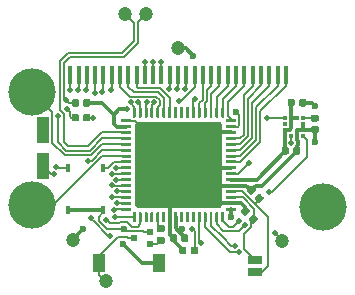
<source format=gtl>
G04 #@! TF.GenerationSoftware,KiCad,Pcbnew,5.1.2-f72e74a~84~ubuntu18.04.1*
G04 #@! TF.CreationDate,2019-05-05T18:20:23+02:00*
G04 #@! TF.ProjectId,f-91w,662d3931-772e-46b6-9963-61645f706362,2*
G04 #@! TF.SameCoordinates,Original*
G04 #@! TF.FileFunction,Copper,L1,Top*
G04 #@! TF.FilePolarity,Positive*
%FSLAX46Y46*%
G04 Gerber Fmt 4.6, Leading zero omitted, Abs format (unit mm)*
G04 Created by KiCad (PCBNEW 5.1.2-f72e74a~84~ubuntu18.04.1) date 2019-05-05 18:20:23*
%MOMM*%
%LPD*%
G04 APERTURE LIST*
%ADD10C,0.100000*%
%ADD11C,0.590000*%
%ADD12R,0.600000X0.500000*%
%ADD13C,0.250000*%
%ADD14C,7.300000*%
%ADD15R,0.350000X0.375000*%
%ADD16R,0.375000X0.350000*%
%ADD17R,0.373000X1.509000*%
%ADD18C,4.000000*%
%ADD19C,1.200000*%
%ADD20R,1.200000X0.800000*%
%ADD21R,1.100000X1.500000*%
%ADD22R,1.000000X2.250000*%
%ADD23R,0.350000X0.800000*%
%ADD24C,0.460000*%
%ADD25C,2.500000*%
%ADD26C,0.600000*%
%ADD27C,0.200000*%
%ADD28C,0.300000*%
G04 APERTURE END LIST*
D10*
G36*
X50396958Y-94180710D02*
G01*
X50411276Y-94182834D01*
X50425317Y-94186351D01*
X50438946Y-94191228D01*
X50452031Y-94197417D01*
X50464447Y-94204858D01*
X50476073Y-94213481D01*
X50486798Y-94223202D01*
X50496519Y-94233927D01*
X50505142Y-94245553D01*
X50512583Y-94257969D01*
X50518772Y-94271054D01*
X50523649Y-94284683D01*
X50527166Y-94298724D01*
X50529290Y-94313042D01*
X50530000Y-94327500D01*
X50530000Y-94672500D01*
X50529290Y-94686958D01*
X50527166Y-94701276D01*
X50523649Y-94715317D01*
X50518772Y-94728946D01*
X50512583Y-94742031D01*
X50505142Y-94754447D01*
X50496519Y-94766073D01*
X50486798Y-94776798D01*
X50476073Y-94786519D01*
X50464447Y-94795142D01*
X50452031Y-94802583D01*
X50438946Y-94808772D01*
X50425317Y-94813649D01*
X50411276Y-94817166D01*
X50396958Y-94819290D01*
X50382500Y-94820000D01*
X50087500Y-94820000D01*
X50073042Y-94819290D01*
X50058724Y-94817166D01*
X50044683Y-94813649D01*
X50031054Y-94808772D01*
X50017969Y-94802583D01*
X50005553Y-94795142D01*
X49993927Y-94786519D01*
X49983202Y-94776798D01*
X49973481Y-94766073D01*
X49964858Y-94754447D01*
X49957417Y-94742031D01*
X49951228Y-94728946D01*
X49946351Y-94715317D01*
X49942834Y-94701276D01*
X49940710Y-94686958D01*
X49940000Y-94672500D01*
X49940000Y-94327500D01*
X49940710Y-94313042D01*
X49942834Y-94298724D01*
X49946351Y-94284683D01*
X49951228Y-94271054D01*
X49957417Y-94257969D01*
X49964858Y-94245553D01*
X49973481Y-94233927D01*
X49983202Y-94223202D01*
X49993927Y-94213481D01*
X50005553Y-94204858D01*
X50017969Y-94197417D01*
X50031054Y-94191228D01*
X50044683Y-94186351D01*
X50058724Y-94182834D01*
X50073042Y-94180710D01*
X50087500Y-94180000D01*
X50382500Y-94180000D01*
X50396958Y-94180710D01*
X50396958Y-94180710D01*
G37*
D11*
X50235000Y-94500000D03*
D10*
G36*
X49426958Y-94180710D02*
G01*
X49441276Y-94182834D01*
X49455317Y-94186351D01*
X49468946Y-94191228D01*
X49482031Y-94197417D01*
X49494447Y-94204858D01*
X49506073Y-94213481D01*
X49516798Y-94223202D01*
X49526519Y-94233927D01*
X49535142Y-94245553D01*
X49542583Y-94257969D01*
X49548772Y-94271054D01*
X49553649Y-94284683D01*
X49557166Y-94298724D01*
X49559290Y-94313042D01*
X49560000Y-94327500D01*
X49560000Y-94672500D01*
X49559290Y-94686958D01*
X49557166Y-94701276D01*
X49553649Y-94715317D01*
X49548772Y-94728946D01*
X49542583Y-94742031D01*
X49535142Y-94754447D01*
X49526519Y-94766073D01*
X49516798Y-94776798D01*
X49506073Y-94786519D01*
X49494447Y-94795142D01*
X49482031Y-94802583D01*
X49468946Y-94808772D01*
X49455317Y-94813649D01*
X49441276Y-94817166D01*
X49426958Y-94819290D01*
X49412500Y-94820000D01*
X49117500Y-94820000D01*
X49103042Y-94819290D01*
X49088724Y-94817166D01*
X49074683Y-94813649D01*
X49061054Y-94808772D01*
X49047969Y-94802583D01*
X49035553Y-94795142D01*
X49023927Y-94786519D01*
X49013202Y-94776798D01*
X49003481Y-94766073D01*
X48994858Y-94754447D01*
X48987417Y-94742031D01*
X48981228Y-94728946D01*
X48976351Y-94715317D01*
X48972834Y-94701276D01*
X48970710Y-94686958D01*
X48970000Y-94672500D01*
X48970000Y-94327500D01*
X48970710Y-94313042D01*
X48972834Y-94298724D01*
X48976351Y-94284683D01*
X48981228Y-94271054D01*
X48987417Y-94257969D01*
X48994858Y-94245553D01*
X49003481Y-94233927D01*
X49013202Y-94223202D01*
X49023927Y-94213481D01*
X49035553Y-94204858D01*
X49047969Y-94197417D01*
X49061054Y-94191228D01*
X49074683Y-94186351D01*
X49088724Y-94182834D01*
X49103042Y-94180710D01*
X49117500Y-94180000D01*
X49412500Y-94180000D01*
X49426958Y-94180710D01*
X49426958Y-94180710D01*
G37*
D11*
X49265000Y-94500000D03*
D10*
G36*
X56692458Y-104581710D02*
G01*
X56706776Y-104583834D01*
X56720817Y-104587351D01*
X56734446Y-104592228D01*
X56747531Y-104598417D01*
X56759947Y-104605858D01*
X56771573Y-104614481D01*
X56782298Y-104624202D01*
X56792019Y-104634927D01*
X56800642Y-104646553D01*
X56808083Y-104658969D01*
X56814272Y-104672054D01*
X56819149Y-104685683D01*
X56822666Y-104699724D01*
X56824790Y-104714042D01*
X56825500Y-104728500D01*
X56825500Y-105023500D01*
X56824790Y-105037958D01*
X56822666Y-105052276D01*
X56819149Y-105066317D01*
X56814272Y-105079946D01*
X56808083Y-105093031D01*
X56800642Y-105105447D01*
X56792019Y-105117073D01*
X56782298Y-105127798D01*
X56771573Y-105137519D01*
X56759947Y-105146142D01*
X56747531Y-105153583D01*
X56734446Y-105159772D01*
X56720817Y-105164649D01*
X56706776Y-105168166D01*
X56692458Y-105170290D01*
X56678000Y-105171000D01*
X56333000Y-105171000D01*
X56318542Y-105170290D01*
X56304224Y-105168166D01*
X56290183Y-105164649D01*
X56276554Y-105159772D01*
X56263469Y-105153583D01*
X56251053Y-105146142D01*
X56239427Y-105137519D01*
X56228702Y-105127798D01*
X56218981Y-105117073D01*
X56210358Y-105105447D01*
X56202917Y-105093031D01*
X56196728Y-105079946D01*
X56191851Y-105066317D01*
X56188334Y-105052276D01*
X56186210Y-105037958D01*
X56185500Y-105023500D01*
X56185500Y-104728500D01*
X56186210Y-104714042D01*
X56188334Y-104699724D01*
X56191851Y-104685683D01*
X56196728Y-104672054D01*
X56202917Y-104658969D01*
X56210358Y-104646553D01*
X56218981Y-104634927D01*
X56228702Y-104624202D01*
X56239427Y-104614481D01*
X56251053Y-104605858D01*
X56263469Y-104598417D01*
X56276554Y-104592228D01*
X56290183Y-104587351D01*
X56304224Y-104583834D01*
X56318542Y-104581710D01*
X56333000Y-104581000D01*
X56678000Y-104581000D01*
X56692458Y-104581710D01*
X56692458Y-104581710D01*
G37*
D11*
X56505500Y-104876000D03*
D10*
G36*
X56692458Y-103611710D02*
G01*
X56706776Y-103613834D01*
X56720817Y-103617351D01*
X56734446Y-103622228D01*
X56747531Y-103628417D01*
X56759947Y-103635858D01*
X56771573Y-103644481D01*
X56782298Y-103654202D01*
X56792019Y-103664927D01*
X56800642Y-103676553D01*
X56808083Y-103688969D01*
X56814272Y-103702054D01*
X56819149Y-103715683D01*
X56822666Y-103729724D01*
X56824790Y-103744042D01*
X56825500Y-103758500D01*
X56825500Y-104053500D01*
X56824790Y-104067958D01*
X56822666Y-104082276D01*
X56819149Y-104096317D01*
X56814272Y-104109946D01*
X56808083Y-104123031D01*
X56800642Y-104135447D01*
X56792019Y-104147073D01*
X56782298Y-104157798D01*
X56771573Y-104167519D01*
X56759947Y-104176142D01*
X56747531Y-104183583D01*
X56734446Y-104189772D01*
X56720817Y-104194649D01*
X56706776Y-104198166D01*
X56692458Y-104200290D01*
X56678000Y-104201000D01*
X56333000Y-104201000D01*
X56318542Y-104200290D01*
X56304224Y-104198166D01*
X56290183Y-104194649D01*
X56276554Y-104189772D01*
X56263469Y-104183583D01*
X56251053Y-104176142D01*
X56239427Y-104167519D01*
X56228702Y-104157798D01*
X56218981Y-104147073D01*
X56210358Y-104135447D01*
X56202917Y-104123031D01*
X56196728Y-104109946D01*
X56191851Y-104096317D01*
X56188334Y-104082276D01*
X56186210Y-104067958D01*
X56185500Y-104053500D01*
X56185500Y-103758500D01*
X56186210Y-103744042D01*
X56188334Y-103729724D01*
X56191851Y-103715683D01*
X56196728Y-103702054D01*
X56202917Y-103688969D01*
X56210358Y-103676553D01*
X56218981Y-103664927D01*
X56228702Y-103654202D01*
X56239427Y-103644481D01*
X56251053Y-103635858D01*
X56263469Y-103628417D01*
X56276554Y-103622228D01*
X56290183Y-103617351D01*
X56304224Y-103613834D01*
X56318542Y-103611710D01*
X56333000Y-103611000D01*
X56678000Y-103611000D01*
X56692458Y-103611710D01*
X56692458Y-103611710D01*
G37*
D11*
X56505500Y-103906000D03*
D10*
G36*
X49426958Y-92930710D02*
G01*
X49441276Y-92932834D01*
X49455317Y-92936351D01*
X49468946Y-92941228D01*
X49482031Y-92947417D01*
X49494447Y-92954858D01*
X49506073Y-92963481D01*
X49516798Y-92973202D01*
X49526519Y-92983927D01*
X49535142Y-92995553D01*
X49542583Y-93007969D01*
X49548772Y-93021054D01*
X49553649Y-93034683D01*
X49557166Y-93048724D01*
X49559290Y-93063042D01*
X49560000Y-93077500D01*
X49560000Y-93422500D01*
X49559290Y-93436958D01*
X49557166Y-93451276D01*
X49553649Y-93465317D01*
X49548772Y-93478946D01*
X49542583Y-93492031D01*
X49535142Y-93504447D01*
X49526519Y-93516073D01*
X49516798Y-93526798D01*
X49506073Y-93536519D01*
X49494447Y-93545142D01*
X49482031Y-93552583D01*
X49468946Y-93558772D01*
X49455317Y-93563649D01*
X49441276Y-93567166D01*
X49426958Y-93569290D01*
X49412500Y-93570000D01*
X49117500Y-93570000D01*
X49103042Y-93569290D01*
X49088724Y-93567166D01*
X49074683Y-93563649D01*
X49061054Y-93558772D01*
X49047969Y-93552583D01*
X49035553Y-93545142D01*
X49023927Y-93536519D01*
X49013202Y-93526798D01*
X49003481Y-93516073D01*
X48994858Y-93504447D01*
X48987417Y-93492031D01*
X48981228Y-93478946D01*
X48976351Y-93465317D01*
X48972834Y-93451276D01*
X48970710Y-93436958D01*
X48970000Y-93422500D01*
X48970000Y-93077500D01*
X48970710Y-93063042D01*
X48972834Y-93048724D01*
X48976351Y-93034683D01*
X48981228Y-93021054D01*
X48987417Y-93007969D01*
X48994858Y-92995553D01*
X49003481Y-92983927D01*
X49013202Y-92973202D01*
X49023927Y-92963481D01*
X49035553Y-92954858D01*
X49047969Y-92947417D01*
X49061054Y-92941228D01*
X49074683Y-92936351D01*
X49088724Y-92932834D01*
X49103042Y-92930710D01*
X49117500Y-92930000D01*
X49412500Y-92930000D01*
X49426958Y-92930710D01*
X49426958Y-92930710D01*
G37*
D11*
X49265000Y-93250000D03*
D10*
G36*
X50396958Y-92930710D02*
G01*
X50411276Y-92932834D01*
X50425317Y-92936351D01*
X50438946Y-92941228D01*
X50452031Y-92947417D01*
X50464447Y-92954858D01*
X50476073Y-92963481D01*
X50486798Y-92973202D01*
X50496519Y-92983927D01*
X50505142Y-92995553D01*
X50512583Y-93007969D01*
X50518772Y-93021054D01*
X50523649Y-93034683D01*
X50527166Y-93048724D01*
X50529290Y-93063042D01*
X50530000Y-93077500D01*
X50530000Y-93422500D01*
X50529290Y-93436958D01*
X50527166Y-93451276D01*
X50523649Y-93465317D01*
X50518772Y-93478946D01*
X50512583Y-93492031D01*
X50505142Y-93504447D01*
X50496519Y-93516073D01*
X50486798Y-93526798D01*
X50476073Y-93536519D01*
X50464447Y-93545142D01*
X50452031Y-93552583D01*
X50438946Y-93558772D01*
X50425317Y-93563649D01*
X50411276Y-93567166D01*
X50396958Y-93569290D01*
X50382500Y-93570000D01*
X50087500Y-93570000D01*
X50073042Y-93569290D01*
X50058724Y-93567166D01*
X50044683Y-93563649D01*
X50031054Y-93558772D01*
X50017969Y-93552583D01*
X50005553Y-93545142D01*
X49993927Y-93536519D01*
X49983202Y-93526798D01*
X49973481Y-93516073D01*
X49964858Y-93504447D01*
X49957417Y-93492031D01*
X49951228Y-93478946D01*
X49946351Y-93465317D01*
X49942834Y-93451276D01*
X49940710Y-93436958D01*
X49940000Y-93422500D01*
X49940000Y-93077500D01*
X49940710Y-93063042D01*
X49942834Y-93048724D01*
X49946351Y-93034683D01*
X49951228Y-93021054D01*
X49957417Y-93007969D01*
X49964858Y-92995553D01*
X49973481Y-92983927D01*
X49983202Y-92973202D01*
X49993927Y-92963481D01*
X50005553Y-92954858D01*
X50017969Y-92947417D01*
X50031054Y-92941228D01*
X50044683Y-92936351D01*
X50058724Y-92932834D01*
X50073042Y-92930710D01*
X50087500Y-92930000D01*
X50382500Y-92930000D01*
X50396958Y-92930710D01*
X50396958Y-92930710D01*
G37*
D11*
X50235000Y-93250000D03*
D12*
X54255500Y-104691000D03*
X55555500Y-104191000D03*
X55555500Y-105191000D03*
D10*
G36*
X62818626Y-94625301D02*
G01*
X62824693Y-94626201D01*
X62830643Y-94627691D01*
X62836418Y-94629758D01*
X62841962Y-94632380D01*
X62847223Y-94635533D01*
X62852150Y-94639187D01*
X62856694Y-94643306D01*
X62860813Y-94647850D01*
X62864467Y-94652777D01*
X62867620Y-94658038D01*
X62870242Y-94663582D01*
X62872309Y-94669357D01*
X62873799Y-94675307D01*
X62874699Y-94681374D01*
X62875000Y-94687500D01*
X62875000Y-94812500D01*
X62874699Y-94818626D01*
X62873799Y-94824693D01*
X62872309Y-94830643D01*
X62870242Y-94836418D01*
X62867620Y-94841962D01*
X62864467Y-94847223D01*
X62860813Y-94852150D01*
X62856694Y-94856694D01*
X62852150Y-94860813D01*
X62847223Y-94864467D01*
X62841962Y-94867620D01*
X62836418Y-94870242D01*
X62830643Y-94872309D01*
X62824693Y-94873799D01*
X62818626Y-94874699D01*
X62812500Y-94875000D01*
X62062500Y-94875000D01*
X62056374Y-94874699D01*
X62050307Y-94873799D01*
X62044357Y-94872309D01*
X62038582Y-94870242D01*
X62033038Y-94867620D01*
X62027777Y-94864467D01*
X62022850Y-94860813D01*
X62018306Y-94856694D01*
X62014187Y-94852150D01*
X62010533Y-94847223D01*
X62007380Y-94841962D01*
X62004758Y-94836418D01*
X62002691Y-94830643D01*
X62001201Y-94824693D01*
X62000301Y-94818626D01*
X62000000Y-94812500D01*
X62000000Y-94687500D01*
X62000301Y-94681374D01*
X62001201Y-94675307D01*
X62002691Y-94669357D01*
X62004758Y-94663582D01*
X62007380Y-94658038D01*
X62010533Y-94652777D01*
X62014187Y-94647850D01*
X62018306Y-94643306D01*
X62022850Y-94639187D01*
X62027777Y-94635533D01*
X62033038Y-94632380D01*
X62038582Y-94629758D01*
X62044357Y-94627691D01*
X62050307Y-94626201D01*
X62056374Y-94625301D01*
X62062500Y-94625000D01*
X62812500Y-94625000D01*
X62818626Y-94625301D01*
X62818626Y-94625301D01*
G37*
D13*
X62437500Y-94750000D03*
D10*
G36*
X62818626Y-95125301D02*
G01*
X62824693Y-95126201D01*
X62830643Y-95127691D01*
X62836418Y-95129758D01*
X62841962Y-95132380D01*
X62847223Y-95135533D01*
X62852150Y-95139187D01*
X62856694Y-95143306D01*
X62860813Y-95147850D01*
X62864467Y-95152777D01*
X62867620Y-95158038D01*
X62870242Y-95163582D01*
X62872309Y-95169357D01*
X62873799Y-95175307D01*
X62874699Y-95181374D01*
X62875000Y-95187500D01*
X62875000Y-95312500D01*
X62874699Y-95318626D01*
X62873799Y-95324693D01*
X62872309Y-95330643D01*
X62870242Y-95336418D01*
X62867620Y-95341962D01*
X62864467Y-95347223D01*
X62860813Y-95352150D01*
X62856694Y-95356694D01*
X62852150Y-95360813D01*
X62847223Y-95364467D01*
X62841962Y-95367620D01*
X62836418Y-95370242D01*
X62830643Y-95372309D01*
X62824693Y-95373799D01*
X62818626Y-95374699D01*
X62812500Y-95375000D01*
X62062500Y-95375000D01*
X62056374Y-95374699D01*
X62050307Y-95373799D01*
X62044357Y-95372309D01*
X62038582Y-95370242D01*
X62033038Y-95367620D01*
X62027777Y-95364467D01*
X62022850Y-95360813D01*
X62018306Y-95356694D01*
X62014187Y-95352150D01*
X62010533Y-95347223D01*
X62007380Y-95341962D01*
X62004758Y-95336418D01*
X62002691Y-95330643D01*
X62001201Y-95324693D01*
X62000301Y-95318626D01*
X62000000Y-95312500D01*
X62000000Y-95187500D01*
X62000301Y-95181374D01*
X62001201Y-95175307D01*
X62002691Y-95169357D01*
X62004758Y-95163582D01*
X62007380Y-95158038D01*
X62010533Y-95152777D01*
X62014187Y-95147850D01*
X62018306Y-95143306D01*
X62022850Y-95139187D01*
X62027777Y-95135533D01*
X62033038Y-95132380D01*
X62038582Y-95129758D01*
X62044357Y-95127691D01*
X62050307Y-95126201D01*
X62056374Y-95125301D01*
X62062500Y-95125000D01*
X62812500Y-95125000D01*
X62818626Y-95125301D01*
X62818626Y-95125301D01*
G37*
D13*
X62437500Y-95250000D03*
D10*
G36*
X62818626Y-95625301D02*
G01*
X62824693Y-95626201D01*
X62830643Y-95627691D01*
X62836418Y-95629758D01*
X62841962Y-95632380D01*
X62847223Y-95635533D01*
X62852150Y-95639187D01*
X62856694Y-95643306D01*
X62860813Y-95647850D01*
X62864467Y-95652777D01*
X62867620Y-95658038D01*
X62870242Y-95663582D01*
X62872309Y-95669357D01*
X62873799Y-95675307D01*
X62874699Y-95681374D01*
X62875000Y-95687500D01*
X62875000Y-95812500D01*
X62874699Y-95818626D01*
X62873799Y-95824693D01*
X62872309Y-95830643D01*
X62870242Y-95836418D01*
X62867620Y-95841962D01*
X62864467Y-95847223D01*
X62860813Y-95852150D01*
X62856694Y-95856694D01*
X62852150Y-95860813D01*
X62847223Y-95864467D01*
X62841962Y-95867620D01*
X62836418Y-95870242D01*
X62830643Y-95872309D01*
X62824693Y-95873799D01*
X62818626Y-95874699D01*
X62812500Y-95875000D01*
X62062500Y-95875000D01*
X62056374Y-95874699D01*
X62050307Y-95873799D01*
X62044357Y-95872309D01*
X62038582Y-95870242D01*
X62033038Y-95867620D01*
X62027777Y-95864467D01*
X62022850Y-95860813D01*
X62018306Y-95856694D01*
X62014187Y-95852150D01*
X62010533Y-95847223D01*
X62007380Y-95841962D01*
X62004758Y-95836418D01*
X62002691Y-95830643D01*
X62001201Y-95824693D01*
X62000301Y-95818626D01*
X62000000Y-95812500D01*
X62000000Y-95687500D01*
X62000301Y-95681374D01*
X62001201Y-95675307D01*
X62002691Y-95669357D01*
X62004758Y-95663582D01*
X62007380Y-95658038D01*
X62010533Y-95652777D01*
X62014187Y-95647850D01*
X62018306Y-95643306D01*
X62022850Y-95639187D01*
X62027777Y-95635533D01*
X62033038Y-95632380D01*
X62038582Y-95629758D01*
X62044357Y-95627691D01*
X62050307Y-95626201D01*
X62056374Y-95625301D01*
X62062500Y-95625000D01*
X62812500Y-95625000D01*
X62818626Y-95625301D01*
X62818626Y-95625301D01*
G37*
D13*
X62437500Y-95750000D03*
D10*
G36*
X62818626Y-96125301D02*
G01*
X62824693Y-96126201D01*
X62830643Y-96127691D01*
X62836418Y-96129758D01*
X62841962Y-96132380D01*
X62847223Y-96135533D01*
X62852150Y-96139187D01*
X62856694Y-96143306D01*
X62860813Y-96147850D01*
X62864467Y-96152777D01*
X62867620Y-96158038D01*
X62870242Y-96163582D01*
X62872309Y-96169357D01*
X62873799Y-96175307D01*
X62874699Y-96181374D01*
X62875000Y-96187500D01*
X62875000Y-96312500D01*
X62874699Y-96318626D01*
X62873799Y-96324693D01*
X62872309Y-96330643D01*
X62870242Y-96336418D01*
X62867620Y-96341962D01*
X62864467Y-96347223D01*
X62860813Y-96352150D01*
X62856694Y-96356694D01*
X62852150Y-96360813D01*
X62847223Y-96364467D01*
X62841962Y-96367620D01*
X62836418Y-96370242D01*
X62830643Y-96372309D01*
X62824693Y-96373799D01*
X62818626Y-96374699D01*
X62812500Y-96375000D01*
X62062500Y-96375000D01*
X62056374Y-96374699D01*
X62050307Y-96373799D01*
X62044357Y-96372309D01*
X62038582Y-96370242D01*
X62033038Y-96367620D01*
X62027777Y-96364467D01*
X62022850Y-96360813D01*
X62018306Y-96356694D01*
X62014187Y-96352150D01*
X62010533Y-96347223D01*
X62007380Y-96341962D01*
X62004758Y-96336418D01*
X62002691Y-96330643D01*
X62001201Y-96324693D01*
X62000301Y-96318626D01*
X62000000Y-96312500D01*
X62000000Y-96187500D01*
X62000301Y-96181374D01*
X62001201Y-96175307D01*
X62002691Y-96169357D01*
X62004758Y-96163582D01*
X62007380Y-96158038D01*
X62010533Y-96152777D01*
X62014187Y-96147850D01*
X62018306Y-96143306D01*
X62022850Y-96139187D01*
X62027777Y-96135533D01*
X62033038Y-96132380D01*
X62038582Y-96129758D01*
X62044357Y-96127691D01*
X62050307Y-96126201D01*
X62056374Y-96125301D01*
X62062500Y-96125000D01*
X62812500Y-96125000D01*
X62818626Y-96125301D01*
X62818626Y-96125301D01*
G37*
D13*
X62437500Y-96250000D03*
D10*
G36*
X62818626Y-96625301D02*
G01*
X62824693Y-96626201D01*
X62830643Y-96627691D01*
X62836418Y-96629758D01*
X62841962Y-96632380D01*
X62847223Y-96635533D01*
X62852150Y-96639187D01*
X62856694Y-96643306D01*
X62860813Y-96647850D01*
X62864467Y-96652777D01*
X62867620Y-96658038D01*
X62870242Y-96663582D01*
X62872309Y-96669357D01*
X62873799Y-96675307D01*
X62874699Y-96681374D01*
X62875000Y-96687500D01*
X62875000Y-96812500D01*
X62874699Y-96818626D01*
X62873799Y-96824693D01*
X62872309Y-96830643D01*
X62870242Y-96836418D01*
X62867620Y-96841962D01*
X62864467Y-96847223D01*
X62860813Y-96852150D01*
X62856694Y-96856694D01*
X62852150Y-96860813D01*
X62847223Y-96864467D01*
X62841962Y-96867620D01*
X62836418Y-96870242D01*
X62830643Y-96872309D01*
X62824693Y-96873799D01*
X62818626Y-96874699D01*
X62812500Y-96875000D01*
X62062500Y-96875000D01*
X62056374Y-96874699D01*
X62050307Y-96873799D01*
X62044357Y-96872309D01*
X62038582Y-96870242D01*
X62033038Y-96867620D01*
X62027777Y-96864467D01*
X62022850Y-96860813D01*
X62018306Y-96856694D01*
X62014187Y-96852150D01*
X62010533Y-96847223D01*
X62007380Y-96841962D01*
X62004758Y-96836418D01*
X62002691Y-96830643D01*
X62001201Y-96824693D01*
X62000301Y-96818626D01*
X62000000Y-96812500D01*
X62000000Y-96687500D01*
X62000301Y-96681374D01*
X62001201Y-96675307D01*
X62002691Y-96669357D01*
X62004758Y-96663582D01*
X62007380Y-96658038D01*
X62010533Y-96652777D01*
X62014187Y-96647850D01*
X62018306Y-96643306D01*
X62022850Y-96639187D01*
X62027777Y-96635533D01*
X62033038Y-96632380D01*
X62038582Y-96629758D01*
X62044357Y-96627691D01*
X62050307Y-96626201D01*
X62056374Y-96625301D01*
X62062500Y-96625000D01*
X62812500Y-96625000D01*
X62818626Y-96625301D01*
X62818626Y-96625301D01*
G37*
D13*
X62437500Y-96750000D03*
D10*
G36*
X62818626Y-97125301D02*
G01*
X62824693Y-97126201D01*
X62830643Y-97127691D01*
X62836418Y-97129758D01*
X62841962Y-97132380D01*
X62847223Y-97135533D01*
X62852150Y-97139187D01*
X62856694Y-97143306D01*
X62860813Y-97147850D01*
X62864467Y-97152777D01*
X62867620Y-97158038D01*
X62870242Y-97163582D01*
X62872309Y-97169357D01*
X62873799Y-97175307D01*
X62874699Y-97181374D01*
X62875000Y-97187500D01*
X62875000Y-97312500D01*
X62874699Y-97318626D01*
X62873799Y-97324693D01*
X62872309Y-97330643D01*
X62870242Y-97336418D01*
X62867620Y-97341962D01*
X62864467Y-97347223D01*
X62860813Y-97352150D01*
X62856694Y-97356694D01*
X62852150Y-97360813D01*
X62847223Y-97364467D01*
X62841962Y-97367620D01*
X62836418Y-97370242D01*
X62830643Y-97372309D01*
X62824693Y-97373799D01*
X62818626Y-97374699D01*
X62812500Y-97375000D01*
X62062500Y-97375000D01*
X62056374Y-97374699D01*
X62050307Y-97373799D01*
X62044357Y-97372309D01*
X62038582Y-97370242D01*
X62033038Y-97367620D01*
X62027777Y-97364467D01*
X62022850Y-97360813D01*
X62018306Y-97356694D01*
X62014187Y-97352150D01*
X62010533Y-97347223D01*
X62007380Y-97341962D01*
X62004758Y-97336418D01*
X62002691Y-97330643D01*
X62001201Y-97324693D01*
X62000301Y-97318626D01*
X62000000Y-97312500D01*
X62000000Y-97187500D01*
X62000301Y-97181374D01*
X62001201Y-97175307D01*
X62002691Y-97169357D01*
X62004758Y-97163582D01*
X62007380Y-97158038D01*
X62010533Y-97152777D01*
X62014187Y-97147850D01*
X62018306Y-97143306D01*
X62022850Y-97139187D01*
X62027777Y-97135533D01*
X62033038Y-97132380D01*
X62038582Y-97129758D01*
X62044357Y-97127691D01*
X62050307Y-97126201D01*
X62056374Y-97125301D01*
X62062500Y-97125000D01*
X62812500Y-97125000D01*
X62818626Y-97125301D01*
X62818626Y-97125301D01*
G37*
D13*
X62437500Y-97250000D03*
D10*
G36*
X62818626Y-97625301D02*
G01*
X62824693Y-97626201D01*
X62830643Y-97627691D01*
X62836418Y-97629758D01*
X62841962Y-97632380D01*
X62847223Y-97635533D01*
X62852150Y-97639187D01*
X62856694Y-97643306D01*
X62860813Y-97647850D01*
X62864467Y-97652777D01*
X62867620Y-97658038D01*
X62870242Y-97663582D01*
X62872309Y-97669357D01*
X62873799Y-97675307D01*
X62874699Y-97681374D01*
X62875000Y-97687500D01*
X62875000Y-97812500D01*
X62874699Y-97818626D01*
X62873799Y-97824693D01*
X62872309Y-97830643D01*
X62870242Y-97836418D01*
X62867620Y-97841962D01*
X62864467Y-97847223D01*
X62860813Y-97852150D01*
X62856694Y-97856694D01*
X62852150Y-97860813D01*
X62847223Y-97864467D01*
X62841962Y-97867620D01*
X62836418Y-97870242D01*
X62830643Y-97872309D01*
X62824693Y-97873799D01*
X62818626Y-97874699D01*
X62812500Y-97875000D01*
X62062500Y-97875000D01*
X62056374Y-97874699D01*
X62050307Y-97873799D01*
X62044357Y-97872309D01*
X62038582Y-97870242D01*
X62033038Y-97867620D01*
X62027777Y-97864467D01*
X62022850Y-97860813D01*
X62018306Y-97856694D01*
X62014187Y-97852150D01*
X62010533Y-97847223D01*
X62007380Y-97841962D01*
X62004758Y-97836418D01*
X62002691Y-97830643D01*
X62001201Y-97824693D01*
X62000301Y-97818626D01*
X62000000Y-97812500D01*
X62000000Y-97687500D01*
X62000301Y-97681374D01*
X62001201Y-97675307D01*
X62002691Y-97669357D01*
X62004758Y-97663582D01*
X62007380Y-97658038D01*
X62010533Y-97652777D01*
X62014187Y-97647850D01*
X62018306Y-97643306D01*
X62022850Y-97639187D01*
X62027777Y-97635533D01*
X62033038Y-97632380D01*
X62038582Y-97629758D01*
X62044357Y-97627691D01*
X62050307Y-97626201D01*
X62056374Y-97625301D01*
X62062500Y-97625000D01*
X62812500Y-97625000D01*
X62818626Y-97625301D01*
X62818626Y-97625301D01*
G37*
D13*
X62437500Y-97750000D03*
D10*
G36*
X62818626Y-98125301D02*
G01*
X62824693Y-98126201D01*
X62830643Y-98127691D01*
X62836418Y-98129758D01*
X62841962Y-98132380D01*
X62847223Y-98135533D01*
X62852150Y-98139187D01*
X62856694Y-98143306D01*
X62860813Y-98147850D01*
X62864467Y-98152777D01*
X62867620Y-98158038D01*
X62870242Y-98163582D01*
X62872309Y-98169357D01*
X62873799Y-98175307D01*
X62874699Y-98181374D01*
X62875000Y-98187500D01*
X62875000Y-98312500D01*
X62874699Y-98318626D01*
X62873799Y-98324693D01*
X62872309Y-98330643D01*
X62870242Y-98336418D01*
X62867620Y-98341962D01*
X62864467Y-98347223D01*
X62860813Y-98352150D01*
X62856694Y-98356694D01*
X62852150Y-98360813D01*
X62847223Y-98364467D01*
X62841962Y-98367620D01*
X62836418Y-98370242D01*
X62830643Y-98372309D01*
X62824693Y-98373799D01*
X62818626Y-98374699D01*
X62812500Y-98375000D01*
X62062500Y-98375000D01*
X62056374Y-98374699D01*
X62050307Y-98373799D01*
X62044357Y-98372309D01*
X62038582Y-98370242D01*
X62033038Y-98367620D01*
X62027777Y-98364467D01*
X62022850Y-98360813D01*
X62018306Y-98356694D01*
X62014187Y-98352150D01*
X62010533Y-98347223D01*
X62007380Y-98341962D01*
X62004758Y-98336418D01*
X62002691Y-98330643D01*
X62001201Y-98324693D01*
X62000301Y-98318626D01*
X62000000Y-98312500D01*
X62000000Y-98187500D01*
X62000301Y-98181374D01*
X62001201Y-98175307D01*
X62002691Y-98169357D01*
X62004758Y-98163582D01*
X62007380Y-98158038D01*
X62010533Y-98152777D01*
X62014187Y-98147850D01*
X62018306Y-98143306D01*
X62022850Y-98139187D01*
X62027777Y-98135533D01*
X62033038Y-98132380D01*
X62038582Y-98129758D01*
X62044357Y-98127691D01*
X62050307Y-98126201D01*
X62056374Y-98125301D01*
X62062500Y-98125000D01*
X62812500Y-98125000D01*
X62818626Y-98125301D01*
X62818626Y-98125301D01*
G37*
D13*
X62437500Y-98250000D03*
D10*
G36*
X62818626Y-98625301D02*
G01*
X62824693Y-98626201D01*
X62830643Y-98627691D01*
X62836418Y-98629758D01*
X62841962Y-98632380D01*
X62847223Y-98635533D01*
X62852150Y-98639187D01*
X62856694Y-98643306D01*
X62860813Y-98647850D01*
X62864467Y-98652777D01*
X62867620Y-98658038D01*
X62870242Y-98663582D01*
X62872309Y-98669357D01*
X62873799Y-98675307D01*
X62874699Y-98681374D01*
X62875000Y-98687500D01*
X62875000Y-98812500D01*
X62874699Y-98818626D01*
X62873799Y-98824693D01*
X62872309Y-98830643D01*
X62870242Y-98836418D01*
X62867620Y-98841962D01*
X62864467Y-98847223D01*
X62860813Y-98852150D01*
X62856694Y-98856694D01*
X62852150Y-98860813D01*
X62847223Y-98864467D01*
X62841962Y-98867620D01*
X62836418Y-98870242D01*
X62830643Y-98872309D01*
X62824693Y-98873799D01*
X62818626Y-98874699D01*
X62812500Y-98875000D01*
X62062500Y-98875000D01*
X62056374Y-98874699D01*
X62050307Y-98873799D01*
X62044357Y-98872309D01*
X62038582Y-98870242D01*
X62033038Y-98867620D01*
X62027777Y-98864467D01*
X62022850Y-98860813D01*
X62018306Y-98856694D01*
X62014187Y-98852150D01*
X62010533Y-98847223D01*
X62007380Y-98841962D01*
X62004758Y-98836418D01*
X62002691Y-98830643D01*
X62001201Y-98824693D01*
X62000301Y-98818626D01*
X62000000Y-98812500D01*
X62000000Y-98687500D01*
X62000301Y-98681374D01*
X62001201Y-98675307D01*
X62002691Y-98669357D01*
X62004758Y-98663582D01*
X62007380Y-98658038D01*
X62010533Y-98652777D01*
X62014187Y-98647850D01*
X62018306Y-98643306D01*
X62022850Y-98639187D01*
X62027777Y-98635533D01*
X62033038Y-98632380D01*
X62038582Y-98629758D01*
X62044357Y-98627691D01*
X62050307Y-98626201D01*
X62056374Y-98625301D01*
X62062500Y-98625000D01*
X62812500Y-98625000D01*
X62818626Y-98625301D01*
X62818626Y-98625301D01*
G37*
D13*
X62437500Y-98750000D03*
D10*
G36*
X62818626Y-99125301D02*
G01*
X62824693Y-99126201D01*
X62830643Y-99127691D01*
X62836418Y-99129758D01*
X62841962Y-99132380D01*
X62847223Y-99135533D01*
X62852150Y-99139187D01*
X62856694Y-99143306D01*
X62860813Y-99147850D01*
X62864467Y-99152777D01*
X62867620Y-99158038D01*
X62870242Y-99163582D01*
X62872309Y-99169357D01*
X62873799Y-99175307D01*
X62874699Y-99181374D01*
X62875000Y-99187500D01*
X62875000Y-99312500D01*
X62874699Y-99318626D01*
X62873799Y-99324693D01*
X62872309Y-99330643D01*
X62870242Y-99336418D01*
X62867620Y-99341962D01*
X62864467Y-99347223D01*
X62860813Y-99352150D01*
X62856694Y-99356694D01*
X62852150Y-99360813D01*
X62847223Y-99364467D01*
X62841962Y-99367620D01*
X62836418Y-99370242D01*
X62830643Y-99372309D01*
X62824693Y-99373799D01*
X62818626Y-99374699D01*
X62812500Y-99375000D01*
X62062500Y-99375000D01*
X62056374Y-99374699D01*
X62050307Y-99373799D01*
X62044357Y-99372309D01*
X62038582Y-99370242D01*
X62033038Y-99367620D01*
X62027777Y-99364467D01*
X62022850Y-99360813D01*
X62018306Y-99356694D01*
X62014187Y-99352150D01*
X62010533Y-99347223D01*
X62007380Y-99341962D01*
X62004758Y-99336418D01*
X62002691Y-99330643D01*
X62001201Y-99324693D01*
X62000301Y-99318626D01*
X62000000Y-99312500D01*
X62000000Y-99187500D01*
X62000301Y-99181374D01*
X62001201Y-99175307D01*
X62002691Y-99169357D01*
X62004758Y-99163582D01*
X62007380Y-99158038D01*
X62010533Y-99152777D01*
X62014187Y-99147850D01*
X62018306Y-99143306D01*
X62022850Y-99139187D01*
X62027777Y-99135533D01*
X62033038Y-99132380D01*
X62038582Y-99129758D01*
X62044357Y-99127691D01*
X62050307Y-99126201D01*
X62056374Y-99125301D01*
X62062500Y-99125000D01*
X62812500Y-99125000D01*
X62818626Y-99125301D01*
X62818626Y-99125301D01*
G37*
D13*
X62437500Y-99250000D03*
D10*
G36*
X62818626Y-99625301D02*
G01*
X62824693Y-99626201D01*
X62830643Y-99627691D01*
X62836418Y-99629758D01*
X62841962Y-99632380D01*
X62847223Y-99635533D01*
X62852150Y-99639187D01*
X62856694Y-99643306D01*
X62860813Y-99647850D01*
X62864467Y-99652777D01*
X62867620Y-99658038D01*
X62870242Y-99663582D01*
X62872309Y-99669357D01*
X62873799Y-99675307D01*
X62874699Y-99681374D01*
X62875000Y-99687500D01*
X62875000Y-99812500D01*
X62874699Y-99818626D01*
X62873799Y-99824693D01*
X62872309Y-99830643D01*
X62870242Y-99836418D01*
X62867620Y-99841962D01*
X62864467Y-99847223D01*
X62860813Y-99852150D01*
X62856694Y-99856694D01*
X62852150Y-99860813D01*
X62847223Y-99864467D01*
X62841962Y-99867620D01*
X62836418Y-99870242D01*
X62830643Y-99872309D01*
X62824693Y-99873799D01*
X62818626Y-99874699D01*
X62812500Y-99875000D01*
X62062500Y-99875000D01*
X62056374Y-99874699D01*
X62050307Y-99873799D01*
X62044357Y-99872309D01*
X62038582Y-99870242D01*
X62033038Y-99867620D01*
X62027777Y-99864467D01*
X62022850Y-99860813D01*
X62018306Y-99856694D01*
X62014187Y-99852150D01*
X62010533Y-99847223D01*
X62007380Y-99841962D01*
X62004758Y-99836418D01*
X62002691Y-99830643D01*
X62001201Y-99824693D01*
X62000301Y-99818626D01*
X62000000Y-99812500D01*
X62000000Y-99687500D01*
X62000301Y-99681374D01*
X62001201Y-99675307D01*
X62002691Y-99669357D01*
X62004758Y-99663582D01*
X62007380Y-99658038D01*
X62010533Y-99652777D01*
X62014187Y-99647850D01*
X62018306Y-99643306D01*
X62022850Y-99639187D01*
X62027777Y-99635533D01*
X62033038Y-99632380D01*
X62038582Y-99629758D01*
X62044357Y-99627691D01*
X62050307Y-99626201D01*
X62056374Y-99625301D01*
X62062500Y-99625000D01*
X62812500Y-99625000D01*
X62818626Y-99625301D01*
X62818626Y-99625301D01*
G37*
D13*
X62437500Y-99750000D03*
D10*
G36*
X62818626Y-100125301D02*
G01*
X62824693Y-100126201D01*
X62830643Y-100127691D01*
X62836418Y-100129758D01*
X62841962Y-100132380D01*
X62847223Y-100135533D01*
X62852150Y-100139187D01*
X62856694Y-100143306D01*
X62860813Y-100147850D01*
X62864467Y-100152777D01*
X62867620Y-100158038D01*
X62870242Y-100163582D01*
X62872309Y-100169357D01*
X62873799Y-100175307D01*
X62874699Y-100181374D01*
X62875000Y-100187500D01*
X62875000Y-100312500D01*
X62874699Y-100318626D01*
X62873799Y-100324693D01*
X62872309Y-100330643D01*
X62870242Y-100336418D01*
X62867620Y-100341962D01*
X62864467Y-100347223D01*
X62860813Y-100352150D01*
X62856694Y-100356694D01*
X62852150Y-100360813D01*
X62847223Y-100364467D01*
X62841962Y-100367620D01*
X62836418Y-100370242D01*
X62830643Y-100372309D01*
X62824693Y-100373799D01*
X62818626Y-100374699D01*
X62812500Y-100375000D01*
X62062500Y-100375000D01*
X62056374Y-100374699D01*
X62050307Y-100373799D01*
X62044357Y-100372309D01*
X62038582Y-100370242D01*
X62033038Y-100367620D01*
X62027777Y-100364467D01*
X62022850Y-100360813D01*
X62018306Y-100356694D01*
X62014187Y-100352150D01*
X62010533Y-100347223D01*
X62007380Y-100341962D01*
X62004758Y-100336418D01*
X62002691Y-100330643D01*
X62001201Y-100324693D01*
X62000301Y-100318626D01*
X62000000Y-100312500D01*
X62000000Y-100187500D01*
X62000301Y-100181374D01*
X62001201Y-100175307D01*
X62002691Y-100169357D01*
X62004758Y-100163582D01*
X62007380Y-100158038D01*
X62010533Y-100152777D01*
X62014187Y-100147850D01*
X62018306Y-100143306D01*
X62022850Y-100139187D01*
X62027777Y-100135533D01*
X62033038Y-100132380D01*
X62038582Y-100129758D01*
X62044357Y-100127691D01*
X62050307Y-100126201D01*
X62056374Y-100125301D01*
X62062500Y-100125000D01*
X62812500Y-100125000D01*
X62818626Y-100125301D01*
X62818626Y-100125301D01*
G37*
D13*
X62437500Y-100250000D03*
D10*
G36*
X62818626Y-100625301D02*
G01*
X62824693Y-100626201D01*
X62830643Y-100627691D01*
X62836418Y-100629758D01*
X62841962Y-100632380D01*
X62847223Y-100635533D01*
X62852150Y-100639187D01*
X62856694Y-100643306D01*
X62860813Y-100647850D01*
X62864467Y-100652777D01*
X62867620Y-100658038D01*
X62870242Y-100663582D01*
X62872309Y-100669357D01*
X62873799Y-100675307D01*
X62874699Y-100681374D01*
X62875000Y-100687500D01*
X62875000Y-100812500D01*
X62874699Y-100818626D01*
X62873799Y-100824693D01*
X62872309Y-100830643D01*
X62870242Y-100836418D01*
X62867620Y-100841962D01*
X62864467Y-100847223D01*
X62860813Y-100852150D01*
X62856694Y-100856694D01*
X62852150Y-100860813D01*
X62847223Y-100864467D01*
X62841962Y-100867620D01*
X62836418Y-100870242D01*
X62830643Y-100872309D01*
X62824693Y-100873799D01*
X62818626Y-100874699D01*
X62812500Y-100875000D01*
X62062500Y-100875000D01*
X62056374Y-100874699D01*
X62050307Y-100873799D01*
X62044357Y-100872309D01*
X62038582Y-100870242D01*
X62033038Y-100867620D01*
X62027777Y-100864467D01*
X62022850Y-100860813D01*
X62018306Y-100856694D01*
X62014187Y-100852150D01*
X62010533Y-100847223D01*
X62007380Y-100841962D01*
X62004758Y-100836418D01*
X62002691Y-100830643D01*
X62001201Y-100824693D01*
X62000301Y-100818626D01*
X62000000Y-100812500D01*
X62000000Y-100687500D01*
X62000301Y-100681374D01*
X62001201Y-100675307D01*
X62002691Y-100669357D01*
X62004758Y-100663582D01*
X62007380Y-100658038D01*
X62010533Y-100652777D01*
X62014187Y-100647850D01*
X62018306Y-100643306D01*
X62022850Y-100639187D01*
X62027777Y-100635533D01*
X62033038Y-100632380D01*
X62038582Y-100629758D01*
X62044357Y-100627691D01*
X62050307Y-100626201D01*
X62056374Y-100625301D01*
X62062500Y-100625000D01*
X62812500Y-100625000D01*
X62818626Y-100625301D01*
X62818626Y-100625301D01*
G37*
D13*
X62437500Y-100750000D03*
D10*
G36*
X62818626Y-101125301D02*
G01*
X62824693Y-101126201D01*
X62830643Y-101127691D01*
X62836418Y-101129758D01*
X62841962Y-101132380D01*
X62847223Y-101135533D01*
X62852150Y-101139187D01*
X62856694Y-101143306D01*
X62860813Y-101147850D01*
X62864467Y-101152777D01*
X62867620Y-101158038D01*
X62870242Y-101163582D01*
X62872309Y-101169357D01*
X62873799Y-101175307D01*
X62874699Y-101181374D01*
X62875000Y-101187500D01*
X62875000Y-101312500D01*
X62874699Y-101318626D01*
X62873799Y-101324693D01*
X62872309Y-101330643D01*
X62870242Y-101336418D01*
X62867620Y-101341962D01*
X62864467Y-101347223D01*
X62860813Y-101352150D01*
X62856694Y-101356694D01*
X62852150Y-101360813D01*
X62847223Y-101364467D01*
X62841962Y-101367620D01*
X62836418Y-101370242D01*
X62830643Y-101372309D01*
X62824693Y-101373799D01*
X62818626Y-101374699D01*
X62812500Y-101375000D01*
X62062500Y-101375000D01*
X62056374Y-101374699D01*
X62050307Y-101373799D01*
X62044357Y-101372309D01*
X62038582Y-101370242D01*
X62033038Y-101367620D01*
X62027777Y-101364467D01*
X62022850Y-101360813D01*
X62018306Y-101356694D01*
X62014187Y-101352150D01*
X62010533Y-101347223D01*
X62007380Y-101341962D01*
X62004758Y-101336418D01*
X62002691Y-101330643D01*
X62001201Y-101324693D01*
X62000301Y-101318626D01*
X62000000Y-101312500D01*
X62000000Y-101187500D01*
X62000301Y-101181374D01*
X62001201Y-101175307D01*
X62002691Y-101169357D01*
X62004758Y-101163582D01*
X62007380Y-101158038D01*
X62010533Y-101152777D01*
X62014187Y-101147850D01*
X62018306Y-101143306D01*
X62022850Y-101139187D01*
X62027777Y-101135533D01*
X62033038Y-101132380D01*
X62038582Y-101129758D01*
X62044357Y-101127691D01*
X62050307Y-101126201D01*
X62056374Y-101125301D01*
X62062500Y-101125000D01*
X62812500Y-101125000D01*
X62818626Y-101125301D01*
X62818626Y-101125301D01*
G37*
D13*
X62437500Y-101250000D03*
D10*
G36*
X62818626Y-101625301D02*
G01*
X62824693Y-101626201D01*
X62830643Y-101627691D01*
X62836418Y-101629758D01*
X62841962Y-101632380D01*
X62847223Y-101635533D01*
X62852150Y-101639187D01*
X62856694Y-101643306D01*
X62860813Y-101647850D01*
X62864467Y-101652777D01*
X62867620Y-101658038D01*
X62870242Y-101663582D01*
X62872309Y-101669357D01*
X62873799Y-101675307D01*
X62874699Y-101681374D01*
X62875000Y-101687500D01*
X62875000Y-101812500D01*
X62874699Y-101818626D01*
X62873799Y-101824693D01*
X62872309Y-101830643D01*
X62870242Y-101836418D01*
X62867620Y-101841962D01*
X62864467Y-101847223D01*
X62860813Y-101852150D01*
X62856694Y-101856694D01*
X62852150Y-101860813D01*
X62847223Y-101864467D01*
X62841962Y-101867620D01*
X62836418Y-101870242D01*
X62830643Y-101872309D01*
X62824693Y-101873799D01*
X62818626Y-101874699D01*
X62812500Y-101875000D01*
X62062500Y-101875000D01*
X62056374Y-101874699D01*
X62050307Y-101873799D01*
X62044357Y-101872309D01*
X62038582Y-101870242D01*
X62033038Y-101867620D01*
X62027777Y-101864467D01*
X62022850Y-101860813D01*
X62018306Y-101856694D01*
X62014187Y-101852150D01*
X62010533Y-101847223D01*
X62007380Y-101841962D01*
X62004758Y-101836418D01*
X62002691Y-101830643D01*
X62001201Y-101824693D01*
X62000301Y-101818626D01*
X62000000Y-101812500D01*
X62000000Y-101687500D01*
X62000301Y-101681374D01*
X62001201Y-101675307D01*
X62002691Y-101669357D01*
X62004758Y-101663582D01*
X62007380Y-101658038D01*
X62010533Y-101652777D01*
X62014187Y-101647850D01*
X62018306Y-101643306D01*
X62022850Y-101639187D01*
X62027777Y-101635533D01*
X62033038Y-101632380D01*
X62038582Y-101629758D01*
X62044357Y-101627691D01*
X62050307Y-101626201D01*
X62056374Y-101625301D01*
X62062500Y-101625000D01*
X62812500Y-101625000D01*
X62818626Y-101625301D01*
X62818626Y-101625301D01*
G37*
D13*
X62437500Y-101750000D03*
D10*
G36*
X62818626Y-102125301D02*
G01*
X62824693Y-102126201D01*
X62830643Y-102127691D01*
X62836418Y-102129758D01*
X62841962Y-102132380D01*
X62847223Y-102135533D01*
X62852150Y-102139187D01*
X62856694Y-102143306D01*
X62860813Y-102147850D01*
X62864467Y-102152777D01*
X62867620Y-102158038D01*
X62870242Y-102163582D01*
X62872309Y-102169357D01*
X62873799Y-102175307D01*
X62874699Y-102181374D01*
X62875000Y-102187500D01*
X62875000Y-102312500D01*
X62874699Y-102318626D01*
X62873799Y-102324693D01*
X62872309Y-102330643D01*
X62870242Y-102336418D01*
X62867620Y-102341962D01*
X62864467Y-102347223D01*
X62860813Y-102352150D01*
X62856694Y-102356694D01*
X62852150Y-102360813D01*
X62847223Y-102364467D01*
X62841962Y-102367620D01*
X62836418Y-102370242D01*
X62830643Y-102372309D01*
X62824693Y-102373799D01*
X62818626Y-102374699D01*
X62812500Y-102375000D01*
X62062500Y-102375000D01*
X62056374Y-102374699D01*
X62050307Y-102373799D01*
X62044357Y-102372309D01*
X62038582Y-102370242D01*
X62033038Y-102367620D01*
X62027777Y-102364467D01*
X62022850Y-102360813D01*
X62018306Y-102356694D01*
X62014187Y-102352150D01*
X62010533Y-102347223D01*
X62007380Y-102341962D01*
X62004758Y-102336418D01*
X62002691Y-102330643D01*
X62001201Y-102324693D01*
X62000301Y-102318626D01*
X62000000Y-102312500D01*
X62000000Y-102187500D01*
X62000301Y-102181374D01*
X62001201Y-102175307D01*
X62002691Y-102169357D01*
X62004758Y-102163582D01*
X62007380Y-102158038D01*
X62010533Y-102152777D01*
X62014187Y-102147850D01*
X62018306Y-102143306D01*
X62022850Y-102139187D01*
X62027777Y-102135533D01*
X62033038Y-102132380D01*
X62038582Y-102129758D01*
X62044357Y-102127691D01*
X62050307Y-102126201D01*
X62056374Y-102125301D01*
X62062500Y-102125000D01*
X62812500Y-102125000D01*
X62818626Y-102125301D01*
X62818626Y-102125301D01*
G37*
D13*
X62437500Y-102250000D03*
D10*
G36*
X61818626Y-102500301D02*
G01*
X61824693Y-102501201D01*
X61830643Y-102502691D01*
X61836418Y-102504758D01*
X61841962Y-102507380D01*
X61847223Y-102510533D01*
X61852150Y-102514187D01*
X61856694Y-102518306D01*
X61860813Y-102522850D01*
X61864467Y-102527777D01*
X61867620Y-102533038D01*
X61870242Y-102538582D01*
X61872309Y-102544357D01*
X61873799Y-102550307D01*
X61874699Y-102556374D01*
X61875000Y-102562500D01*
X61875000Y-103312500D01*
X61874699Y-103318626D01*
X61873799Y-103324693D01*
X61872309Y-103330643D01*
X61870242Y-103336418D01*
X61867620Y-103341962D01*
X61864467Y-103347223D01*
X61860813Y-103352150D01*
X61856694Y-103356694D01*
X61852150Y-103360813D01*
X61847223Y-103364467D01*
X61841962Y-103367620D01*
X61836418Y-103370242D01*
X61830643Y-103372309D01*
X61824693Y-103373799D01*
X61818626Y-103374699D01*
X61812500Y-103375000D01*
X61687500Y-103375000D01*
X61681374Y-103374699D01*
X61675307Y-103373799D01*
X61669357Y-103372309D01*
X61663582Y-103370242D01*
X61658038Y-103367620D01*
X61652777Y-103364467D01*
X61647850Y-103360813D01*
X61643306Y-103356694D01*
X61639187Y-103352150D01*
X61635533Y-103347223D01*
X61632380Y-103341962D01*
X61629758Y-103336418D01*
X61627691Y-103330643D01*
X61626201Y-103324693D01*
X61625301Y-103318626D01*
X61625000Y-103312500D01*
X61625000Y-102562500D01*
X61625301Y-102556374D01*
X61626201Y-102550307D01*
X61627691Y-102544357D01*
X61629758Y-102538582D01*
X61632380Y-102533038D01*
X61635533Y-102527777D01*
X61639187Y-102522850D01*
X61643306Y-102518306D01*
X61647850Y-102514187D01*
X61652777Y-102510533D01*
X61658038Y-102507380D01*
X61663582Y-102504758D01*
X61669357Y-102502691D01*
X61675307Y-102501201D01*
X61681374Y-102500301D01*
X61687500Y-102500000D01*
X61812500Y-102500000D01*
X61818626Y-102500301D01*
X61818626Y-102500301D01*
G37*
D13*
X61750000Y-102937500D03*
D10*
G36*
X61318626Y-102500301D02*
G01*
X61324693Y-102501201D01*
X61330643Y-102502691D01*
X61336418Y-102504758D01*
X61341962Y-102507380D01*
X61347223Y-102510533D01*
X61352150Y-102514187D01*
X61356694Y-102518306D01*
X61360813Y-102522850D01*
X61364467Y-102527777D01*
X61367620Y-102533038D01*
X61370242Y-102538582D01*
X61372309Y-102544357D01*
X61373799Y-102550307D01*
X61374699Y-102556374D01*
X61375000Y-102562500D01*
X61375000Y-103312500D01*
X61374699Y-103318626D01*
X61373799Y-103324693D01*
X61372309Y-103330643D01*
X61370242Y-103336418D01*
X61367620Y-103341962D01*
X61364467Y-103347223D01*
X61360813Y-103352150D01*
X61356694Y-103356694D01*
X61352150Y-103360813D01*
X61347223Y-103364467D01*
X61341962Y-103367620D01*
X61336418Y-103370242D01*
X61330643Y-103372309D01*
X61324693Y-103373799D01*
X61318626Y-103374699D01*
X61312500Y-103375000D01*
X61187500Y-103375000D01*
X61181374Y-103374699D01*
X61175307Y-103373799D01*
X61169357Y-103372309D01*
X61163582Y-103370242D01*
X61158038Y-103367620D01*
X61152777Y-103364467D01*
X61147850Y-103360813D01*
X61143306Y-103356694D01*
X61139187Y-103352150D01*
X61135533Y-103347223D01*
X61132380Y-103341962D01*
X61129758Y-103336418D01*
X61127691Y-103330643D01*
X61126201Y-103324693D01*
X61125301Y-103318626D01*
X61125000Y-103312500D01*
X61125000Y-102562500D01*
X61125301Y-102556374D01*
X61126201Y-102550307D01*
X61127691Y-102544357D01*
X61129758Y-102538582D01*
X61132380Y-102533038D01*
X61135533Y-102527777D01*
X61139187Y-102522850D01*
X61143306Y-102518306D01*
X61147850Y-102514187D01*
X61152777Y-102510533D01*
X61158038Y-102507380D01*
X61163582Y-102504758D01*
X61169357Y-102502691D01*
X61175307Y-102501201D01*
X61181374Y-102500301D01*
X61187500Y-102500000D01*
X61312500Y-102500000D01*
X61318626Y-102500301D01*
X61318626Y-102500301D01*
G37*
D13*
X61250000Y-102937500D03*
D10*
G36*
X60818626Y-102500301D02*
G01*
X60824693Y-102501201D01*
X60830643Y-102502691D01*
X60836418Y-102504758D01*
X60841962Y-102507380D01*
X60847223Y-102510533D01*
X60852150Y-102514187D01*
X60856694Y-102518306D01*
X60860813Y-102522850D01*
X60864467Y-102527777D01*
X60867620Y-102533038D01*
X60870242Y-102538582D01*
X60872309Y-102544357D01*
X60873799Y-102550307D01*
X60874699Y-102556374D01*
X60875000Y-102562500D01*
X60875000Y-103312500D01*
X60874699Y-103318626D01*
X60873799Y-103324693D01*
X60872309Y-103330643D01*
X60870242Y-103336418D01*
X60867620Y-103341962D01*
X60864467Y-103347223D01*
X60860813Y-103352150D01*
X60856694Y-103356694D01*
X60852150Y-103360813D01*
X60847223Y-103364467D01*
X60841962Y-103367620D01*
X60836418Y-103370242D01*
X60830643Y-103372309D01*
X60824693Y-103373799D01*
X60818626Y-103374699D01*
X60812500Y-103375000D01*
X60687500Y-103375000D01*
X60681374Y-103374699D01*
X60675307Y-103373799D01*
X60669357Y-103372309D01*
X60663582Y-103370242D01*
X60658038Y-103367620D01*
X60652777Y-103364467D01*
X60647850Y-103360813D01*
X60643306Y-103356694D01*
X60639187Y-103352150D01*
X60635533Y-103347223D01*
X60632380Y-103341962D01*
X60629758Y-103336418D01*
X60627691Y-103330643D01*
X60626201Y-103324693D01*
X60625301Y-103318626D01*
X60625000Y-103312500D01*
X60625000Y-102562500D01*
X60625301Y-102556374D01*
X60626201Y-102550307D01*
X60627691Y-102544357D01*
X60629758Y-102538582D01*
X60632380Y-102533038D01*
X60635533Y-102527777D01*
X60639187Y-102522850D01*
X60643306Y-102518306D01*
X60647850Y-102514187D01*
X60652777Y-102510533D01*
X60658038Y-102507380D01*
X60663582Y-102504758D01*
X60669357Y-102502691D01*
X60675307Y-102501201D01*
X60681374Y-102500301D01*
X60687500Y-102500000D01*
X60812500Y-102500000D01*
X60818626Y-102500301D01*
X60818626Y-102500301D01*
G37*
D13*
X60750000Y-102937500D03*
D10*
G36*
X60318626Y-102500301D02*
G01*
X60324693Y-102501201D01*
X60330643Y-102502691D01*
X60336418Y-102504758D01*
X60341962Y-102507380D01*
X60347223Y-102510533D01*
X60352150Y-102514187D01*
X60356694Y-102518306D01*
X60360813Y-102522850D01*
X60364467Y-102527777D01*
X60367620Y-102533038D01*
X60370242Y-102538582D01*
X60372309Y-102544357D01*
X60373799Y-102550307D01*
X60374699Y-102556374D01*
X60375000Y-102562500D01*
X60375000Y-103312500D01*
X60374699Y-103318626D01*
X60373799Y-103324693D01*
X60372309Y-103330643D01*
X60370242Y-103336418D01*
X60367620Y-103341962D01*
X60364467Y-103347223D01*
X60360813Y-103352150D01*
X60356694Y-103356694D01*
X60352150Y-103360813D01*
X60347223Y-103364467D01*
X60341962Y-103367620D01*
X60336418Y-103370242D01*
X60330643Y-103372309D01*
X60324693Y-103373799D01*
X60318626Y-103374699D01*
X60312500Y-103375000D01*
X60187500Y-103375000D01*
X60181374Y-103374699D01*
X60175307Y-103373799D01*
X60169357Y-103372309D01*
X60163582Y-103370242D01*
X60158038Y-103367620D01*
X60152777Y-103364467D01*
X60147850Y-103360813D01*
X60143306Y-103356694D01*
X60139187Y-103352150D01*
X60135533Y-103347223D01*
X60132380Y-103341962D01*
X60129758Y-103336418D01*
X60127691Y-103330643D01*
X60126201Y-103324693D01*
X60125301Y-103318626D01*
X60125000Y-103312500D01*
X60125000Y-102562500D01*
X60125301Y-102556374D01*
X60126201Y-102550307D01*
X60127691Y-102544357D01*
X60129758Y-102538582D01*
X60132380Y-102533038D01*
X60135533Y-102527777D01*
X60139187Y-102522850D01*
X60143306Y-102518306D01*
X60147850Y-102514187D01*
X60152777Y-102510533D01*
X60158038Y-102507380D01*
X60163582Y-102504758D01*
X60169357Y-102502691D01*
X60175307Y-102501201D01*
X60181374Y-102500301D01*
X60187500Y-102500000D01*
X60312500Y-102500000D01*
X60318626Y-102500301D01*
X60318626Y-102500301D01*
G37*
D13*
X60250000Y-102937500D03*
D10*
G36*
X59818626Y-102500301D02*
G01*
X59824693Y-102501201D01*
X59830643Y-102502691D01*
X59836418Y-102504758D01*
X59841962Y-102507380D01*
X59847223Y-102510533D01*
X59852150Y-102514187D01*
X59856694Y-102518306D01*
X59860813Y-102522850D01*
X59864467Y-102527777D01*
X59867620Y-102533038D01*
X59870242Y-102538582D01*
X59872309Y-102544357D01*
X59873799Y-102550307D01*
X59874699Y-102556374D01*
X59875000Y-102562500D01*
X59875000Y-103312500D01*
X59874699Y-103318626D01*
X59873799Y-103324693D01*
X59872309Y-103330643D01*
X59870242Y-103336418D01*
X59867620Y-103341962D01*
X59864467Y-103347223D01*
X59860813Y-103352150D01*
X59856694Y-103356694D01*
X59852150Y-103360813D01*
X59847223Y-103364467D01*
X59841962Y-103367620D01*
X59836418Y-103370242D01*
X59830643Y-103372309D01*
X59824693Y-103373799D01*
X59818626Y-103374699D01*
X59812500Y-103375000D01*
X59687500Y-103375000D01*
X59681374Y-103374699D01*
X59675307Y-103373799D01*
X59669357Y-103372309D01*
X59663582Y-103370242D01*
X59658038Y-103367620D01*
X59652777Y-103364467D01*
X59647850Y-103360813D01*
X59643306Y-103356694D01*
X59639187Y-103352150D01*
X59635533Y-103347223D01*
X59632380Y-103341962D01*
X59629758Y-103336418D01*
X59627691Y-103330643D01*
X59626201Y-103324693D01*
X59625301Y-103318626D01*
X59625000Y-103312500D01*
X59625000Y-102562500D01*
X59625301Y-102556374D01*
X59626201Y-102550307D01*
X59627691Y-102544357D01*
X59629758Y-102538582D01*
X59632380Y-102533038D01*
X59635533Y-102527777D01*
X59639187Y-102522850D01*
X59643306Y-102518306D01*
X59647850Y-102514187D01*
X59652777Y-102510533D01*
X59658038Y-102507380D01*
X59663582Y-102504758D01*
X59669357Y-102502691D01*
X59675307Y-102501201D01*
X59681374Y-102500301D01*
X59687500Y-102500000D01*
X59812500Y-102500000D01*
X59818626Y-102500301D01*
X59818626Y-102500301D01*
G37*
D13*
X59750000Y-102937500D03*
D10*
G36*
X59318626Y-102500301D02*
G01*
X59324693Y-102501201D01*
X59330643Y-102502691D01*
X59336418Y-102504758D01*
X59341962Y-102507380D01*
X59347223Y-102510533D01*
X59352150Y-102514187D01*
X59356694Y-102518306D01*
X59360813Y-102522850D01*
X59364467Y-102527777D01*
X59367620Y-102533038D01*
X59370242Y-102538582D01*
X59372309Y-102544357D01*
X59373799Y-102550307D01*
X59374699Y-102556374D01*
X59375000Y-102562500D01*
X59375000Y-103312500D01*
X59374699Y-103318626D01*
X59373799Y-103324693D01*
X59372309Y-103330643D01*
X59370242Y-103336418D01*
X59367620Y-103341962D01*
X59364467Y-103347223D01*
X59360813Y-103352150D01*
X59356694Y-103356694D01*
X59352150Y-103360813D01*
X59347223Y-103364467D01*
X59341962Y-103367620D01*
X59336418Y-103370242D01*
X59330643Y-103372309D01*
X59324693Y-103373799D01*
X59318626Y-103374699D01*
X59312500Y-103375000D01*
X59187500Y-103375000D01*
X59181374Y-103374699D01*
X59175307Y-103373799D01*
X59169357Y-103372309D01*
X59163582Y-103370242D01*
X59158038Y-103367620D01*
X59152777Y-103364467D01*
X59147850Y-103360813D01*
X59143306Y-103356694D01*
X59139187Y-103352150D01*
X59135533Y-103347223D01*
X59132380Y-103341962D01*
X59129758Y-103336418D01*
X59127691Y-103330643D01*
X59126201Y-103324693D01*
X59125301Y-103318626D01*
X59125000Y-103312500D01*
X59125000Y-102562500D01*
X59125301Y-102556374D01*
X59126201Y-102550307D01*
X59127691Y-102544357D01*
X59129758Y-102538582D01*
X59132380Y-102533038D01*
X59135533Y-102527777D01*
X59139187Y-102522850D01*
X59143306Y-102518306D01*
X59147850Y-102514187D01*
X59152777Y-102510533D01*
X59158038Y-102507380D01*
X59163582Y-102504758D01*
X59169357Y-102502691D01*
X59175307Y-102501201D01*
X59181374Y-102500301D01*
X59187500Y-102500000D01*
X59312500Y-102500000D01*
X59318626Y-102500301D01*
X59318626Y-102500301D01*
G37*
D13*
X59250000Y-102937500D03*
D10*
G36*
X58818626Y-102500301D02*
G01*
X58824693Y-102501201D01*
X58830643Y-102502691D01*
X58836418Y-102504758D01*
X58841962Y-102507380D01*
X58847223Y-102510533D01*
X58852150Y-102514187D01*
X58856694Y-102518306D01*
X58860813Y-102522850D01*
X58864467Y-102527777D01*
X58867620Y-102533038D01*
X58870242Y-102538582D01*
X58872309Y-102544357D01*
X58873799Y-102550307D01*
X58874699Y-102556374D01*
X58875000Y-102562500D01*
X58875000Y-103312500D01*
X58874699Y-103318626D01*
X58873799Y-103324693D01*
X58872309Y-103330643D01*
X58870242Y-103336418D01*
X58867620Y-103341962D01*
X58864467Y-103347223D01*
X58860813Y-103352150D01*
X58856694Y-103356694D01*
X58852150Y-103360813D01*
X58847223Y-103364467D01*
X58841962Y-103367620D01*
X58836418Y-103370242D01*
X58830643Y-103372309D01*
X58824693Y-103373799D01*
X58818626Y-103374699D01*
X58812500Y-103375000D01*
X58687500Y-103375000D01*
X58681374Y-103374699D01*
X58675307Y-103373799D01*
X58669357Y-103372309D01*
X58663582Y-103370242D01*
X58658038Y-103367620D01*
X58652777Y-103364467D01*
X58647850Y-103360813D01*
X58643306Y-103356694D01*
X58639187Y-103352150D01*
X58635533Y-103347223D01*
X58632380Y-103341962D01*
X58629758Y-103336418D01*
X58627691Y-103330643D01*
X58626201Y-103324693D01*
X58625301Y-103318626D01*
X58625000Y-103312500D01*
X58625000Y-102562500D01*
X58625301Y-102556374D01*
X58626201Y-102550307D01*
X58627691Y-102544357D01*
X58629758Y-102538582D01*
X58632380Y-102533038D01*
X58635533Y-102527777D01*
X58639187Y-102522850D01*
X58643306Y-102518306D01*
X58647850Y-102514187D01*
X58652777Y-102510533D01*
X58658038Y-102507380D01*
X58663582Y-102504758D01*
X58669357Y-102502691D01*
X58675307Y-102501201D01*
X58681374Y-102500301D01*
X58687500Y-102500000D01*
X58812500Y-102500000D01*
X58818626Y-102500301D01*
X58818626Y-102500301D01*
G37*
D13*
X58750000Y-102937500D03*
D10*
G36*
X58318626Y-102500301D02*
G01*
X58324693Y-102501201D01*
X58330643Y-102502691D01*
X58336418Y-102504758D01*
X58341962Y-102507380D01*
X58347223Y-102510533D01*
X58352150Y-102514187D01*
X58356694Y-102518306D01*
X58360813Y-102522850D01*
X58364467Y-102527777D01*
X58367620Y-102533038D01*
X58370242Y-102538582D01*
X58372309Y-102544357D01*
X58373799Y-102550307D01*
X58374699Y-102556374D01*
X58375000Y-102562500D01*
X58375000Y-103312500D01*
X58374699Y-103318626D01*
X58373799Y-103324693D01*
X58372309Y-103330643D01*
X58370242Y-103336418D01*
X58367620Y-103341962D01*
X58364467Y-103347223D01*
X58360813Y-103352150D01*
X58356694Y-103356694D01*
X58352150Y-103360813D01*
X58347223Y-103364467D01*
X58341962Y-103367620D01*
X58336418Y-103370242D01*
X58330643Y-103372309D01*
X58324693Y-103373799D01*
X58318626Y-103374699D01*
X58312500Y-103375000D01*
X58187500Y-103375000D01*
X58181374Y-103374699D01*
X58175307Y-103373799D01*
X58169357Y-103372309D01*
X58163582Y-103370242D01*
X58158038Y-103367620D01*
X58152777Y-103364467D01*
X58147850Y-103360813D01*
X58143306Y-103356694D01*
X58139187Y-103352150D01*
X58135533Y-103347223D01*
X58132380Y-103341962D01*
X58129758Y-103336418D01*
X58127691Y-103330643D01*
X58126201Y-103324693D01*
X58125301Y-103318626D01*
X58125000Y-103312500D01*
X58125000Y-102562500D01*
X58125301Y-102556374D01*
X58126201Y-102550307D01*
X58127691Y-102544357D01*
X58129758Y-102538582D01*
X58132380Y-102533038D01*
X58135533Y-102527777D01*
X58139187Y-102522850D01*
X58143306Y-102518306D01*
X58147850Y-102514187D01*
X58152777Y-102510533D01*
X58158038Y-102507380D01*
X58163582Y-102504758D01*
X58169357Y-102502691D01*
X58175307Y-102501201D01*
X58181374Y-102500301D01*
X58187500Y-102500000D01*
X58312500Y-102500000D01*
X58318626Y-102500301D01*
X58318626Y-102500301D01*
G37*
D13*
X58250000Y-102937500D03*
D10*
G36*
X57818626Y-102500301D02*
G01*
X57824693Y-102501201D01*
X57830643Y-102502691D01*
X57836418Y-102504758D01*
X57841962Y-102507380D01*
X57847223Y-102510533D01*
X57852150Y-102514187D01*
X57856694Y-102518306D01*
X57860813Y-102522850D01*
X57864467Y-102527777D01*
X57867620Y-102533038D01*
X57870242Y-102538582D01*
X57872309Y-102544357D01*
X57873799Y-102550307D01*
X57874699Y-102556374D01*
X57875000Y-102562500D01*
X57875000Y-103312500D01*
X57874699Y-103318626D01*
X57873799Y-103324693D01*
X57872309Y-103330643D01*
X57870242Y-103336418D01*
X57867620Y-103341962D01*
X57864467Y-103347223D01*
X57860813Y-103352150D01*
X57856694Y-103356694D01*
X57852150Y-103360813D01*
X57847223Y-103364467D01*
X57841962Y-103367620D01*
X57836418Y-103370242D01*
X57830643Y-103372309D01*
X57824693Y-103373799D01*
X57818626Y-103374699D01*
X57812500Y-103375000D01*
X57687500Y-103375000D01*
X57681374Y-103374699D01*
X57675307Y-103373799D01*
X57669357Y-103372309D01*
X57663582Y-103370242D01*
X57658038Y-103367620D01*
X57652777Y-103364467D01*
X57647850Y-103360813D01*
X57643306Y-103356694D01*
X57639187Y-103352150D01*
X57635533Y-103347223D01*
X57632380Y-103341962D01*
X57629758Y-103336418D01*
X57627691Y-103330643D01*
X57626201Y-103324693D01*
X57625301Y-103318626D01*
X57625000Y-103312500D01*
X57625000Y-102562500D01*
X57625301Y-102556374D01*
X57626201Y-102550307D01*
X57627691Y-102544357D01*
X57629758Y-102538582D01*
X57632380Y-102533038D01*
X57635533Y-102527777D01*
X57639187Y-102522850D01*
X57643306Y-102518306D01*
X57647850Y-102514187D01*
X57652777Y-102510533D01*
X57658038Y-102507380D01*
X57663582Y-102504758D01*
X57669357Y-102502691D01*
X57675307Y-102501201D01*
X57681374Y-102500301D01*
X57687500Y-102500000D01*
X57812500Y-102500000D01*
X57818626Y-102500301D01*
X57818626Y-102500301D01*
G37*
D13*
X57750000Y-102937500D03*
D10*
G36*
X57318626Y-102500301D02*
G01*
X57324693Y-102501201D01*
X57330643Y-102502691D01*
X57336418Y-102504758D01*
X57341962Y-102507380D01*
X57347223Y-102510533D01*
X57352150Y-102514187D01*
X57356694Y-102518306D01*
X57360813Y-102522850D01*
X57364467Y-102527777D01*
X57367620Y-102533038D01*
X57370242Y-102538582D01*
X57372309Y-102544357D01*
X57373799Y-102550307D01*
X57374699Y-102556374D01*
X57375000Y-102562500D01*
X57375000Y-103312500D01*
X57374699Y-103318626D01*
X57373799Y-103324693D01*
X57372309Y-103330643D01*
X57370242Y-103336418D01*
X57367620Y-103341962D01*
X57364467Y-103347223D01*
X57360813Y-103352150D01*
X57356694Y-103356694D01*
X57352150Y-103360813D01*
X57347223Y-103364467D01*
X57341962Y-103367620D01*
X57336418Y-103370242D01*
X57330643Y-103372309D01*
X57324693Y-103373799D01*
X57318626Y-103374699D01*
X57312500Y-103375000D01*
X57187500Y-103375000D01*
X57181374Y-103374699D01*
X57175307Y-103373799D01*
X57169357Y-103372309D01*
X57163582Y-103370242D01*
X57158038Y-103367620D01*
X57152777Y-103364467D01*
X57147850Y-103360813D01*
X57143306Y-103356694D01*
X57139187Y-103352150D01*
X57135533Y-103347223D01*
X57132380Y-103341962D01*
X57129758Y-103336418D01*
X57127691Y-103330643D01*
X57126201Y-103324693D01*
X57125301Y-103318626D01*
X57125000Y-103312500D01*
X57125000Y-102562500D01*
X57125301Y-102556374D01*
X57126201Y-102550307D01*
X57127691Y-102544357D01*
X57129758Y-102538582D01*
X57132380Y-102533038D01*
X57135533Y-102527777D01*
X57139187Y-102522850D01*
X57143306Y-102518306D01*
X57147850Y-102514187D01*
X57152777Y-102510533D01*
X57158038Y-102507380D01*
X57163582Y-102504758D01*
X57169357Y-102502691D01*
X57175307Y-102501201D01*
X57181374Y-102500301D01*
X57187500Y-102500000D01*
X57312500Y-102500000D01*
X57318626Y-102500301D01*
X57318626Y-102500301D01*
G37*
D13*
X57250000Y-102937500D03*
D10*
G36*
X56818626Y-102500301D02*
G01*
X56824693Y-102501201D01*
X56830643Y-102502691D01*
X56836418Y-102504758D01*
X56841962Y-102507380D01*
X56847223Y-102510533D01*
X56852150Y-102514187D01*
X56856694Y-102518306D01*
X56860813Y-102522850D01*
X56864467Y-102527777D01*
X56867620Y-102533038D01*
X56870242Y-102538582D01*
X56872309Y-102544357D01*
X56873799Y-102550307D01*
X56874699Y-102556374D01*
X56875000Y-102562500D01*
X56875000Y-103312500D01*
X56874699Y-103318626D01*
X56873799Y-103324693D01*
X56872309Y-103330643D01*
X56870242Y-103336418D01*
X56867620Y-103341962D01*
X56864467Y-103347223D01*
X56860813Y-103352150D01*
X56856694Y-103356694D01*
X56852150Y-103360813D01*
X56847223Y-103364467D01*
X56841962Y-103367620D01*
X56836418Y-103370242D01*
X56830643Y-103372309D01*
X56824693Y-103373799D01*
X56818626Y-103374699D01*
X56812500Y-103375000D01*
X56687500Y-103375000D01*
X56681374Y-103374699D01*
X56675307Y-103373799D01*
X56669357Y-103372309D01*
X56663582Y-103370242D01*
X56658038Y-103367620D01*
X56652777Y-103364467D01*
X56647850Y-103360813D01*
X56643306Y-103356694D01*
X56639187Y-103352150D01*
X56635533Y-103347223D01*
X56632380Y-103341962D01*
X56629758Y-103336418D01*
X56627691Y-103330643D01*
X56626201Y-103324693D01*
X56625301Y-103318626D01*
X56625000Y-103312500D01*
X56625000Y-102562500D01*
X56625301Y-102556374D01*
X56626201Y-102550307D01*
X56627691Y-102544357D01*
X56629758Y-102538582D01*
X56632380Y-102533038D01*
X56635533Y-102527777D01*
X56639187Y-102522850D01*
X56643306Y-102518306D01*
X56647850Y-102514187D01*
X56652777Y-102510533D01*
X56658038Y-102507380D01*
X56663582Y-102504758D01*
X56669357Y-102502691D01*
X56675307Y-102501201D01*
X56681374Y-102500301D01*
X56687500Y-102500000D01*
X56812500Y-102500000D01*
X56818626Y-102500301D01*
X56818626Y-102500301D01*
G37*
D13*
X56750000Y-102937500D03*
D10*
G36*
X56318626Y-102500301D02*
G01*
X56324693Y-102501201D01*
X56330643Y-102502691D01*
X56336418Y-102504758D01*
X56341962Y-102507380D01*
X56347223Y-102510533D01*
X56352150Y-102514187D01*
X56356694Y-102518306D01*
X56360813Y-102522850D01*
X56364467Y-102527777D01*
X56367620Y-102533038D01*
X56370242Y-102538582D01*
X56372309Y-102544357D01*
X56373799Y-102550307D01*
X56374699Y-102556374D01*
X56375000Y-102562500D01*
X56375000Y-103312500D01*
X56374699Y-103318626D01*
X56373799Y-103324693D01*
X56372309Y-103330643D01*
X56370242Y-103336418D01*
X56367620Y-103341962D01*
X56364467Y-103347223D01*
X56360813Y-103352150D01*
X56356694Y-103356694D01*
X56352150Y-103360813D01*
X56347223Y-103364467D01*
X56341962Y-103367620D01*
X56336418Y-103370242D01*
X56330643Y-103372309D01*
X56324693Y-103373799D01*
X56318626Y-103374699D01*
X56312500Y-103375000D01*
X56187500Y-103375000D01*
X56181374Y-103374699D01*
X56175307Y-103373799D01*
X56169357Y-103372309D01*
X56163582Y-103370242D01*
X56158038Y-103367620D01*
X56152777Y-103364467D01*
X56147850Y-103360813D01*
X56143306Y-103356694D01*
X56139187Y-103352150D01*
X56135533Y-103347223D01*
X56132380Y-103341962D01*
X56129758Y-103336418D01*
X56127691Y-103330643D01*
X56126201Y-103324693D01*
X56125301Y-103318626D01*
X56125000Y-103312500D01*
X56125000Y-102562500D01*
X56125301Y-102556374D01*
X56126201Y-102550307D01*
X56127691Y-102544357D01*
X56129758Y-102538582D01*
X56132380Y-102533038D01*
X56135533Y-102527777D01*
X56139187Y-102522850D01*
X56143306Y-102518306D01*
X56147850Y-102514187D01*
X56152777Y-102510533D01*
X56158038Y-102507380D01*
X56163582Y-102504758D01*
X56169357Y-102502691D01*
X56175307Y-102501201D01*
X56181374Y-102500301D01*
X56187500Y-102500000D01*
X56312500Y-102500000D01*
X56318626Y-102500301D01*
X56318626Y-102500301D01*
G37*
D13*
X56250000Y-102937500D03*
D10*
G36*
X55818626Y-102500301D02*
G01*
X55824693Y-102501201D01*
X55830643Y-102502691D01*
X55836418Y-102504758D01*
X55841962Y-102507380D01*
X55847223Y-102510533D01*
X55852150Y-102514187D01*
X55856694Y-102518306D01*
X55860813Y-102522850D01*
X55864467Y-102527777D01*
X55867620Y-102533038D01*
X55870242Y-102538582D01*
X55872309Y-102544357D01*
X55873799Y-102550307D01*
X55874699Y-102556374D01*
X55875000Y-102562500D01*
X55875000Y-103312500D01*
X55874699Y-103318626D01*
X55873799Y-103324693D01*
X55872309Y-103330643D01*
X55870242Y-103336418D01*
X55867620Y-103341962D01*
X55864467Y-103347223D01*
X55860813Y-103352150D01*
X55856694Y-103356694D01*
X55852150Y-103360813D01*
X55847223Y-103364467D01*
X55841962Y-103367620D01*
X55836418Y-103370242D01*
X55830643Y-103372309D01*
X55824693Y-103373799D01*
X55818626Y-103374699D01*
X55812500Y-103375000D01*
X55687500Y-103375000D01*
X55681374Y-103374699D01*
X55675307Y-103373799D01*
X55669357Y-103372309D01*
X55663582Y-103370242D01*
X55658038Y-103367620D01*
X55652777Y-103364467D01*
X55647850Y-103360813D01*
X55643306Y-103356694D01*
X55639187Y-103352150D01*
X55635533Y-103347223D01*
X55632380Y-103341962D01*
X55629758Y-103336418D01*
X55627691Y-103330643D01*
X55626201Y-103324693D01*
X55625301Y-103318626D01*
X55625000Y-103312500D01*
X55625000Y-102562500D01*
X55625301Y-102556374D01*
X55626201Y-102550307D01*
X55627691Y-102544357D01*
X55629758Y-102538582D01*
X55632380Y-102533038D01*
X55635533Y-102527777D01*
X55639187Y-102522850D01*
X55643306Y-102518306D01*
X55647850Y-102514187D01*
X55652777Y-102510533D01*
X55658038Y-102507380D01*
X55663582Y-102504758D01*
X55669357Y-102502691D01*
X55675307Y-102501201D01*
X55681374Y-102500301D01*
X55687500Y-102500000D01*
X55812500Y-102500000D01*
X55818626Y-102500301D01*
X55818626Y-102500301D01*
G37*
D13*
X55750000Y-102937500D03*
D10*
G36*
X55318626Y-102500301D02*
G01*
X55324693Y-102501201D01*
X55330643Y-102502691D01*
X55336418Y-102504758D01*
X55341962Y-102507380D01*
X55347223Y-102510533D01*
X55352150Y-102514187D01*
X55356694Y-102518306D01*
X55360813Y-102522850D01*
X55364467Y-102527777D01*
X55367620Y-102533038D01*
X55370242Y-102538582D01*
X55372309Y-102544357D01*
X55373799Y-102550307D01*
X55374699Y-102556374D01*
X55375000Y-102562500D01*
X55375000Y-103312500D01*
X55374699Y-103318626D01*
X55373799Y-103324693D01*
X55372309Y-103330643D01*
X55370242Y-103336418D01*
X55367620Y-103341962D01*
X55364467Y-103347223D01*
X55360813Y-103352150D01*
X55356694Y-103356694D01*
X55352150Y-103360813D01*
X55347223Y-103364467D01*
X55341962Y-103367620D01*
X55336418Y-103370242D01*
X55330643Y-103372309D01*
X55324693Y-103373799D01*
X55318626Y-103374699D01*
X55312500Y-103375000D01*
X55187500Y-103375000D01*
X55181374Y-103374699D01*
X55175307Y-103373799D01*
X55169357Y-103372309D01*
X55163582Y-103370242D01*
X55158038Y-103367620D01*
X55152777Y-103364467D01*
X55147850Y-103360813D01*
X55143306Y-103356694D01*
X55139187Y-103352150D01*
X55135533Y-103347223D01*
X55132380Y-103341962D01*
X55129758Y-103336418D01*
X55127691Y-103330643D01*
X55126201Y-103324693D01*
X55125301Y-103318626D01*
X55125000Y-103312500D01*
X55125000Y-102562500D01*
X55125301Y-102556374D01*
X55126201Y-102550307D01*
X55127691Y-102544357D01*
X55129758Y-102538582D01*
X55132380Y-102533038D01*
X55135533Y-102527777D01*
X55139187Y-102522850D01*
X55143306Y-102518306D01*
X55147850Y-102514187D01*
X55152777Y-102510533D01*
X55158038Y-102507380D01*
X55163582Y-102504758D01*
X55169357Y-102502691D01*
X55175307Y-102501201D01*
X55181374Y-102500301D01*
X55187500Y-102500000D01*
X55312500Y-102500000D01*
X55318626Y-102500301D01*
X55318626Y-102500301D01*
G37*
D13*
X55250000Y-102937500D03*
D10*
G36*
X54818626Y-102500301D02*
G01*
X54824693Y-102501201D01*
X54830643Y-102502691D01*
X54836418Y-102504758D01*
X54841962Y-102507380D01*
X54847223Y-102510533D01*
X54852150Y-102514187D01*
X54856694Y-102518306D01*
X54860813Y-102522850D01*
X54864467Y-102527777D01*
X54867620Y-102533038D01*
X54870242Y-102538582D01*
X54872309Y-102544357D01*
X54873799Y-102550307D01*
X54874699Y-102556374D01*
X54875000Y-102562500D01*
X54875000Y-103312500D01*
X54874699Y-103318626D01*
X54873799Y-103324693D01*
X54872309Y-103330643D01*
X54870242Y-103336418D01*
X54867620Y-103341962D01*
X54864467Y-103347223D01*
X54860813Y-103352150D01*
X54856694Y-103356694D01*
X54852150Y-103360813D01*
X54847223Y-103364467D01*
X54841962Y-103367620D01*
X54836418Y-103370242D01*
X54830643Y-103372309D01*
X54824693Y-103373799D01*
X54818626Y-103374699D01*
X54812500Y-103375000D01*
X54687500Y-103375000D01*
X54681374Y-103374699D01*
X54675307Y-103373799D01*
X54669357Y-103372309D01*
X54663582Y-103370242D01*
X54658038Y-103367620D01*
X54652777Y-103364467D01*
X54647850Y-103360813D01*
X54643306Y-103356694D01*
X54639187Y-103352150D01*
X54635533Y-103347223D01*
X54632380Y-103341962D01*
X54629758Y-103336418D01*
X54627691Y-103330643D01*
X54626201Y-103324693D01*
X54625301Y-103318626D01*
X54625000Y-103312500D01*
X54625000Y-102562500D01*
X54625301Y-102556374D01*
X54626201Y-102550307D01*
X54627691Y-102544357D01*
X54629758Y-102538582D01*
X54632380Y-102533038D01*
X54635533Y-102527777D01*
X54639187Y-102522850D01*
X54643306Y-102518306D01*
X54647850Y-102514187D01*
X54652777Y-102510533D01*
X54658038Y-102507380D01*
X54663582Y-102504758D01*
X54669357Y-102502691D01*
X54675307Y-102501201D01*
X54681374Y-102500301D01*
X54687500Y-102500000D01*
X54812500Y-102500000D01*
X54818626Y-102500301D01*
X54818626Y-102500301D01*
G37*
D13*
X54750000Y-102937500D03*
D10*
G36*
X54318626Y-102500301D02*
G01*
X54324693Y-102501201D01*
X54330643Y-102502691D01*
X54336418Y-102504758D01*
X54341962Y-102507380D01*
X54347223Y-102510533D01*
X54352150Y-102514187D01*
X54356694Y-102518306D01*
X54360813Y-102522850D01*
X54364467Y-102527777D01*
X54367620Y-102533038D01*
X54370242Y-102538582D01*
X54372309Y-102544357D01*
X54373799Y-102550307D01*
X54374699Y-102556374D01*
X54375000Y-102562500D01*
X54375000Y-103312500D01*
X54374699Y-103318626D01*
X54373799Y-103324693D01*
X54372309Y-103330643D01*
X54370242Y-103336418D01*
X54367620Y-103341962D01*
X54364467Y-103347223D01*
X54360813Y-103352150D01*
X54356694Y-103356694D01*
X54352150Y-103360813D01*
X54347223Y-103364467D01*
X54341962Y-103367620D01*
X54336418Y-103370242D01*
X54330643Y-103372309D01*
X54324693Y-103373799D01*
X54318626Y-103374699D01*
X54312500Y-103375000D01*
X54187500Y-103375000D01*
X54181374Y-103374699D01*
X54175307Y-103373799D01*
X54169357Y-103372309D01*
X54163582Y-103370242D01*
X54158038Y-103367620D01*
X54152777Y-103364467D01*
X54147850Y-103360813D01*
X54143306Y-103356694D01*
X54139187Y-103352150D01*
X54135533Y-103347223D01*
X54132380Y-103341962D01*
X54129758Y-103336418D01*
X54127691Y-103330643D01*
X54126201Y-103324693D01*
X54125301Y-103318626D01*
X54125000Y-103312500D01*
X54125000Y-102562500D01*
X54125301Y-102556374D01*
X54126201Y-102550307D01*
X54127691Y-102544357D01*
X54129758Y-102538582D01*
X54132380Y-102533038D01*
X54135533Y-102527777D01*
X54139187Y-102522850D01*
X54143306Y-102518306D01*
X54147850Y-102514187D01*
X54152777Y-102510533D01*
X54158038Y-102507380D01*
X54163582Y-102504758D01*
X54169357Y-102502691D01*
X54175307Y-102501201D01*
X54181374Y-102500301D01*
X54187500Y-102500000D01*
X54312500Y-102500000D01*
X54318626Y-102500301D01*
X54318626Y-102500301D01*
G37*
D13*
X54250000Y-102937500D03*
D10*
G36*
X53943626Y-102125301D02*
G01*
X53949693Y-102126201D01*
X53955643Y-102127691D01*
X53961418Y-102129758D01*
X53966962Y-102132380D01*
X53972223Y-102135533D01*
X53977150Y-102139187D01*
X53981694Y-102143306D01*
X53985813Y-102147850D01*
X53989467Y-102152777D01*
X53992620Y-102158038D01*
X53995242Y-102163582D01*
X53997309Y-102169357D01*
X53998799Y-102175307D01*
X53999699Y-102181374D01*
X54000000Y-102187500D01*
X54000000Y-102312500D01*
X53999699Y-102318626D01*
X53998799Y-102324693D01*
X53997309Y-102330643D01*
X53995242Y-102336418D01*
X53992620Y-102341962D01*
X53989467Y-102347223D01*
X53985813Y-102352150D01*
X53981694Y-102356694D01*
X53977150Y-102360813D01*
X53972223Y-102364467D01*
X53966962Y-102367620D01*
X53961418Y-102370242D01*
X53955643Y-102372309D01*
X53949693Y-102373799D01*
X53943626Y-102374699D01*
X53937500Y-102375000D01*
X53187500Y-102375000D01*
X53181374Y-102374699D01*
X53175307Y-102373799D01*
X53169357Y-102372309D01*
X53163582Y-102370242D01*
X53158038Y-102367620D01*
X53152777Y-102364467D01*
X53147850Y-102360813D01*
X53143306Y-102356694D01*
X53139187Y-102352150D01*
X53135533Y-102347223D01*
X53132380Y-102341962D01*
X53129758Y-102336418D01*
X53127691Y-102330643D01*
X53126201Y-102324693D01*
X53125301Y-102318626D01*
X53125000Y-102312500D01*
X53125000Y-102187500D01*
X53125301Y-102181374D01*
X53126201Y-102175307D01*
X53127691Y-102169357D01*
X53129758Y-102163582D01*
X53132380Y-102158038D01*
X53135533Y-102152777D01*
X53139187Y-102147850D01*
X53143306Y-102143306D01*
X53147850Y-102139187D01*
X53152777Y-102135533D01*
X53158038Y-102132380D01*
X53163582Y-102129758D01*
X53169357Y-102127691D01*
X53175307Y-102126201D01*
X53181374Y-102125301D01*
X53187500Y-102125000D01*
X53937500Y-102125000D01*
X53943626Y-102125301D01*
X53943626Y-102125301D01*
G37*
D13*
X53562500Y-102250000D03*
D10*
G36*
X53943626Y-101625301D02*
G01*
X53949693Y-101626201D01*
X53955643Y-101627691D01*
X53961418Y-101629758D01*
X53966962Y-101632380D01*
X53972223Y-101635533D01*
X53977150Y-101639187D01*
X53981694Y-101643306D01*
X53985813Y-101647850D01*
X53989467Y-101652777D01*
X53992620Y-101658038D01*
X53995242Y-101663582D01*
X53997309Y-101669357D01*
X53998799Y-101675307D01*
X53999699Y-101681374D01*
X54000000Y-101687500D01*
X54000000Y-101812500D01*
X53999699Y-101818626D01*
X53998799Y-101824693D01*
X53997309Y-101830643D01*
X53995242Y-101836418D01*
X53992620Y-101841962D01*
X53989467Y-101847223D01*
X53985813Y-101852150D01*
X53981694Y-101856694D01*
X53977150Y-101860813D01*
X53972223Y-101864467D01*
X53966962Y-101867620D01*
X53961418Y-101870242D01*
X53955643Y-101872309D01*
X53949693Y-101873799D01*
X53943626Y-101874699D01*
X53937500Y-101875000D01*
X53187500Y-101875000D01*
X53181374Y-101874699D01*
X53175307Y-101873799D01*
X53169357Y-101872309D01*
X53163582Y-101870242D01*
X53158038Y-101867620D01*
X53152777Y-101864467D01*
X53147850Y-101860813D01*
X53143306Y-101856694D01*
X53139187Y-101852150D01*
X53135533Y-101847223D01*
X53132380Y-101841962D01*
X53129758Y-101836418D01*
X53127691Y-101830643D01*
X53126201Y-101824693D01*
X53125301Y-101818626D01*
X53125000Y-101812500D01*
X53125000Y-101687500D01*
X53125301Y-101681374D01*
X53126201Y-101675307D01*
X53127691Y-101669357D01*
X53129758Y-101663582D01*
X53132380Y-101658038D01*
X53135533Y-101652777D01*
X53139187Y-101647850D01*
X53143306Y-101643306D01*
X53147850Y-101639187D01*
X53152777Y-101635533D01*
X53158038Y-101632380D01*
X53163582Y-101629758D01*
X53169357Y-101627691D01*
X53175307Y-101626201D01*
X53181374Y-101625301D01*
X53187500Y-101625000D01*
X53937500Y-101625000D01*
X53943626Y-101625301D01*
X53943626Y-101625301D01*
G37*
D13*
X53562500Y-101750000D03*
D10*
G36*
X53943626Y-101125301D02*
G01*
X53949693Y-101126201D01*
X53955643Y-101127691D01*
X53961418Y-101129758D01*
X53966962Y-101132380D01*
X53972223Y-101135533D01*
X53977150Y-101139187D01*
X53981694Y-101143306D01*
X53985813Y-101147850D01*
X53989467Y-101152777D01*
X53992620Y-101158038D01*
X53995242Y-101163582D01*
X53997309Y-101169357D01*
X53998799Y-101175307D01*
X53999699Y-101181374D01*
X54000000Y-101187500D01*
X54000000Y-101312500D01*
X53999699Y-101318626D01*
X53998799Y-101324693D01*
X53997309Y-101330643D01*
X53995242Y-101336418D01*
X53992620Y-101341962D01*
X53989467Y-101347223D01*
X53985813Y-101352150D01*
X53981694Y-101356694D01*
X53977150Y-101360813D01*
X53972223Y-101364467D01*
X53966962Y-101367620D01*
X53961418Y-101370242D01*
X53955643Y-101372309D01*
X53949693Y-101373799D01*
X53943626Y-101374699D01*
X53937500Y-101375000D01*
X53187500Y-101375000D01*
X53181374Y-101374699D01*
X53175307Y-101373799D01*
X53169357Y-101372309D01*
X53163582Y-101370242D01*
X53158038Y-101367620D01*
X53152777Y-101364467D01*
X53147850Y-101360813D01*
X53143306Y-101356694D01*
X53139187Y-101352150D01*
X53135533Y-101347223D01*
X53132380Y-101341962D01*
X53129758Y-101336418D01*
X53127691Y-101330643D01*
X53126201Y-101324693D01*
X53125301Y-101318626D01*
X53125000Y-101312500D01*
X53125000Y-101187500D01*
X53125301Y-101181374D01*
X53126201Y-101175307D01*
X53127691Y-101169357D01*
X53129758Y-101163582D01*
X53132380Y-101158038D01*
X53135533Y-101152777D01*
X53139187Y-101147850D01*
X53143306Y-101143306D01*
X53147850Y-101139187D01*
X53152777Y-101135533D01*
X53158038Y-101132380D01*
X53163582Y-101129758D01*
X53169357Y-101127691D01*
X53175307Y-101126201D01*
X53181374Y-101125301D01*
X53187500Y-101125000D01*
X53937500Y-101125000D01*
X53943626Y-101125301D01*
X53943626Y-101125301D01*
G37*
D13*
X53562500Y-101250000D03*
D10*
G36*
X53943626Y-100625301D02*
G01*
X53949693Y-100626201D01*
X53955643Y-100627691D01*
X53961418Y-100629758D01*
X53966962Y-100632380D01*
X53972223Y-100635533D01*
X53977150Y-100639187D01*
X53981694Y-100643306D01*
X53985813Y-100647850D01*
X53989467Y-100652777D01*
X53992620Y-100658038D01*
X53995242Y-100663582D01*
X53997309Y-100669357D01*
X53998799Y-100675307D01*
X53999699Y-100681374D01*
X54000000Y-100687500D01*
X54000000Y-100812500D01*
X53999699Y-100818626D01*
X53998799Y-100824693D01*
X53997309Y-100830643D01*
X53995242Y-100836418D01*
X53992620Y-100841962D01*
X53989467Y-100847223D01*
X53985813Y-100852150D01*
X53981694Y-100856694D01*
X53977150Y-100860813D01*
X53972223Y-100864467D01*
X53966962Y-100867620D01*
X53961418Y-100870242D01*
X53955643Y-100872309D01*
X53949693Y-100873799D01*
X53943626Y-100874699D01*
X53937500Y-100875000D01*
X53187500Y-100875000D01*
X53181374Y-100874699D01*
X53175307Y-100873799D01*
X53169357Y-100872309D01*
X53163582Y-100870242D01*
X53158038Y-100867620D01*
X53152777Y-100864467D01*
X53147850Y-100860813D01*
X53143306Y-100856694D01*
X53139187Y-100852150D01*
X53135533Y-100847223D01*
X53132380Y-100841962D01*
X53129758Y-100836418D01*
X53127691Y-100830643D01*
X53126201Y-100824693D01*
X53125301Y-100818626D01*
X53125000Y-100812500D01*
X53125000Y-100687500D01*
X53125301Y-100681374D01*
X53126201Y-100675307D01*
X53127691Y-100669357D01*
X53129758Y-100663582D01*
X53132380Y-100658038D01*
X53135533Y-100652777D01*
X53139187Y-100647850D01*
X53143306Y-100643306D01*
X53147850Y-100639187D01*
X53152777Y-100635533D01*
X53158038Y-100632380D01*
X53163582Y-100629758D01*
X53169357Y-100627691D01*
X53175307Y-100626201D01*
X53181374Y-100625301D01*
X53187500Y-100625000D01*
X53937500Y-100625000D01*
X53943626Y-100625301D01*
X53943626Y-100625301D01*
G37*
D13*
X53562500Y-100750000D03*
D10*
G36*
X53943626Y-100125301D02*
G01*
X53949693Y-100126201D01*
X53955643Y-100127691D01*
X53961418Y-100129758D01*
X53966962Y-100132380D01*
X53972223Y-100135533D01*
X53977150Y-100139187D01*
X53981694Y-100143306D01*
X53985813Y-100147850D01*
X53989467Y-100152777D01*
X53992620Y-100158038D01*
X53995242Y-100163582D01*
X53997309Y-100169357D01*
X53998799Y-100175307D01*
X53999699Y-100181374D01*
X54000000Y-100187500D01*
X54000000Y-100312500D01*
X53999699Y-100318626D01*
X53998799Y-100324693D01*
X53997309Y-100330643D01*
X53995242Y-100336418D01*
X53992620Y-100341962D01*
X53989467Y-100347223D01*
X53985813Y-100352150D01*
X53981694Y-100356694D01*
X53977150Y-100360813D01*
X53972223Y-100364467D01*
X53966962Y-100367620D01*
X53961418Y-100370242D01*
X53955643Y-100372309D01*
X53949693Y-100373799D01*
X53943626Y-100374699D01*
X53937500Y-100375000D01*
X53187500Y-100375000D01*
X53181374Y-100374699D01*
X53175307Y-100373799D01*
X53169357Y-100372309D01*
X53163582Y-100370242D01*
X53158038Y-100367620D01*
X53152777Y-100364467D01*
X53147850Y-100360813D01*
X53143306Y-100356694D01*
X53139187Y-100352150D01*
X53135533Y-100347223D01*
X53132380Y-100341962D01*
X53129758Y-100336418D01*
X53127691Y-100330643D01*
X53126201Y-100324693D01*
X53125301Y-100318626D01*
X53125000Y-100312500D01*
X53125000Y-100187500D01*
X53125301Y-100181374D01*
X53126201Y-100175307D01*
X53127691Y-100169357D01*
X53129758Y-100163582D01*
X53132380Y-100158038D01*
X53135533Y-100152777D01*
X53139187Y-100147850D01*
X53143306Y-100143306D01*
X53147850Y-100139187D01*
X53152777Y-100135533D01*
X53158038Y-100132380D01*
X53163582Y-100129758D01*
X53169357Y-100127691D01*
X53175307Y-100126201D01*
X53181374Y-100125301D01*
X53187500Y-100125000D01*
X53937500Y-100125000D01*
X53943626Y-100125301D01*
X53943626Y-100125301D01*
G37*
D13*
X53562500Y-100250000D03*
D10*
G36*
X53943626Y-99625301D02*
G01*
X53949693Y-99626201D01*
X53955643Y-99627691D01*
X53961418Y-99629758D01*
X53966962Y-99632380D01*
X53972223Y-99635533D01*
X53977150Y-99639187D01*
X53981694Y-99643306D01*
X53985813Y-99647850D01*
X53989467Y-99652777D01*
X53992620Y-99658038D01*
X53995242Y-99663582D01*
X53997309Y-99669357D01*
X53998799Y-99675307D01*
X53999699Y-99681374D01*
X54000000Y-99687500D01*
X54000000Y-99812500D01*
X53999699Y-99818626D01*
X53998799Y-99824693D01*
X53997309Y-99830643D01*
X53995242Y-99836418D01*
X53992620Y-99841962D01*
X53989467Y-99847223D01*
X53985813Y-99852150D01*
X53981694Y-99856694D01*
X53977150Y-99860813D01*
X53972223Y-99864467D01*
X53966962Y-99867620D01*
X53961418Y-99870242D01*
X53955643Y-99872309D01*
X53949693Y-99873799D01*
X53943626Y-99874699D01*
X53937500Y-99875000D01*
X53187500Y-99875000D01*
X53181374Y-99874699D01*
X53175307Y-99873799D01*
X53169357Y-99872309D01*
X53163582Y-99870242D01*
X53158038Y-99867620D01*
X53152777Y-99864467D01*
X53147850Y-99860813D01*
X53143306Y-99856694D01*
X53139187Y-99852150D01*
X53135533Y-99847223D01*
X53132380Y-99841962D01*
X53129758Y-99836418D01*
X53127691Y-99830643D01*
X53126201Y-99824693D01*
X53125301Y-99818626D01*
X53125000Y-99812500D01*
X53125000Y-99687500D01*
X53125301Y-99681374D01*
X53126201Y-99675307D01*
X53127691Y-99669357D01*
X53129758Y-99663582D01*
X53132380Y-99658038D01*
X53135533Y-99652777D01*
X53139187Y-99647850D01*
X53143306Y-99643306D01*
X53147850Y-99639187D01*
X53152777Y-99635533D01*
X53158038Y-99632380D01*
X53163582Y-99629758D01*
X53169357Y-99627691D01*
X53175307Y-99626201D01*
X53181374Y-99625301D01*
X53187500Y-99625000D01*
X53937500Y-99625000D01*
X53943626Y-99625301D01*
X53943626Y-99625301D01*
G37*
D13*
X53562500Y-99750000D03*
D10*
G36*
X53943626Y-99125301D02*
G01*
X53949693Y-99126201D01*
X53955643Y-99127691D01*
X53961418Y-99129758D01*
X53966962Y-99132380D01*
X53972223Y-99135533D01*
X53977150Y-99139187D01*
X53981694Y-99143306D01*
X53985813Y-99147850D01*
X53989467Y-99152777D01*
X53992620Y-99158038D01*
X53995242Y-99163582D01*
X53997309Y-99169357D01*
X53998799Y-99175307D01*
X53999699Y-99181374D01*
X54000000Y-99187500D01*
X54000000Y-99312500D01*
X53999699Y-99318626D01*
X53998799Y-99324693D01*
X53997309Y-99330643D01*
X53995242Y-99336418D01*
X53992620Y-99341962D01*
X53989467Y-99347223D01*
X53985813Y-99352150D01*
X53981694Y-99356694D01*
X53977150Y-99360813D01*
X53972223Y-99364467D01*
X53966962Y-99367620D01*
X53961418Y-99370242D01*
X53955643Y-99372309D01*
X53949693Y-99373799D01*
X53943626Y-99374699D01*
X53937500Y-99375000D01*
X53187500Y-99375000D01*
X53181374Y-99374699D01*
X53175307Y-99373799D01*
X53169357Y-99372309D01*
X53163582Y-99370242D01*
X53158038Y-99367620D01*
X53152777Y-99364467D01*
X53147850Y-99360813D01*
X53143306Y-99356694D01*
X53139187Y-99352150D01*
X53135533Y-99347223D01*
X53132380Y-99341962D01*
X53129758Y-99336418D01*
X53127691Y-99330643D01*
X53126201Y-99324693D01*
X53125301Y-99318626D01*
X53125000Y-99312500D01*
X53125000Y-99187500D01*
X53125301Y-99181374D01*
X53126201Y-99175307D01*
X53127691Y-99169357D01*
X53129758Y-99163582D01*
X53132380Y-99158038D01*
X53135533Y-99152777D01*
X53139187Y-99147850D01*
X53143306Y-99143306D01*
X53147850Y-99139187D01*
X53152777Y-99135533D01*
X53158038Y-99132380D01*
X53163582Y-99129758D01*
X53169357Y-99127691D01*
X53175307Y-99126201D01*
X53181374Y-99125301D01*
X53187500Y-99125000D01*
X53937500Y-99125000D01*
X53943626Y-99125301D01*
X53943626Y-99125301D01*
G37*
D13*
X53562500Y-99250000D03*
D10*
G36*
X53943626Y-98625301D02*
G01*
X53949693Y-98626201D01*
X53955643Y-98627691D01*
X53961418Y-98629758D01*
X53966962Y-98632380D01*
X53972223Y-98635533D01*
X53977150Y-98639187D01*
X53981694Y-98643306D01*
X53985813Y-98647850D01*
X53989467Y-98652777D01*
X53992620Y-98658038D01*
X53995242Y-98663582D01*
X53997309Y-98669357D01*
X53998799Y-98675307D01*
X53999699Y-98681374D01*
X54000000Y-98687500D01*
X54000000Y-98812500D01*
X53999699Y-98818626D01*
X53998799Y-98824693D01*
X53997309Y-98830643D01*
X53995242Y-98836418D01*
X53992620Y-98841962D01*
X53989467Y-98847223D01*
X53985813Y-98852150D01*
X53981694Y-98856694D01*
X53977150Y-98860813D01*
X53972223Y-98864467D01*
X53966962Y-98867620D01*
X53961418Y-98870242D01*
X53955643Y-98872309D01*
X53949693Y-98873799D01*
X53943626Y-98874699D01*
X53937500Y-98875000D01*
X53187500Y-98875000D01*
X53181374Y-98874699D01*
X53175307Y-98873799D01*
X53169357Y-98872309D01*
X53163582Y-98870242D01*
X53158038Y-98867620D01*
X53152777Y-98864467D01*
X53147850Y-98860813D01*
X53143306Y-98856694D01*
X53139187Y-98852150D01*
X53135533Y-98847223D01*
X53132380Y-98841962D01*
X53129758Y-98836418D01*
X53127691Y-98830643D01*
X53126201Y-98824693D01*
X53125301Y-98818626D01*
X53125000Y-98812500D01*
X53125000Y-98687500D01*
X53125301Y-98681374D01*
X53126201Y-98675307D01*
X53127691Y-98669357D01*
X53129758Y-98663582D01*
X53132380Y-98658038D01*
X53135533Y-98652777D01*
X53139187Y-98647850D01*
X53143306Y-98643306D01*
X53147850Y-98639187D01*
X53152777Y-98635533D01*
X53158038Y-98632380D01*
X53163582Y-98629758D01*
X53169357Y-98627691D01*
X53175307Y-98626201D01*
X53181374Y-98625301D01*
X53187500Y-98625000D01*
X53937500Y-98625000D01*
X53943626Y-98625301D01*
X53943626Y-98625301D01*
G37*
D13*
X53562500Y-98750000D03*
D10*
G36*
X53943626Y-98125301D02*
G01*
X53949693Y-98126201D01*
X53955643Y-98127691D01*
X53961418Y-98129758D01*
X53966962Y-98132380D01*
X53972223Y-98135533D01*
X53977150Y-98139187D01*
X53981694Y-98143306D01*
X53985813Y-98147850D01*
X53989467Y-98152777D01*
X53992620Y-98158038D01*
X53995242Y-98163582D01*
X53997309Y-98169357D01*
X53998799Y-98175307D01*
X53999699Y-98181374D01*
X54000000Y-98187500D01*
X54000000Y-98312500D01*
X53999699Y-98318626D01*
X53998799Y-98324693D01*
X53997309Y-98330643D01*
X53995242Y-98336418D01*
X53992620Y-98341962D01*
X53989467Y-98347223D01*
X53985813Y-98352150D01*
X53981694Y-98356694D01*
X53977150Y-98360813D01*
X53972223Y-98364467D01*
X53966962Y-98367620D01*
X53961418Y-98370242D01*
X53955643Y-98372309D01*
X53949693Y-98373799D01*
X53943626Y-98374699D01*
X53937500Y-98375000D01*
X53187500Y-98375000D01*
X53181374Y-98374699D01*
X53175307Y-98373799D01*
X53169357Y-98372309D01*
X53163582Y-98370242D01*
X53158038Y-98367620D01*
X53152777Y-98364467D01*
X53147850Y-98360813D01*
X53143306Y-98356694D01*
X53139187Y-98352150D01*
X53135533Y-98347223D01*
X53132380Y-98341962D01*
X53129758Y-98336418D01*
X53127691Y-98330643D01*
X53126201Y-98324693D01*
X53125301Y-98318626D01*
X53125000Y-98312500D01*
X53125000Y-98187500D01*
X53125301Y-98181374D01*
X53126201Y-98175307D01*
X53127691Y-98169357D01*
X53129758Y-98163582D01*
X53132380Y-98158038D01*
X53135533Y-98152777D01*
X53139187Y-98147850D01*
X53143306Y-98143306D01*
X53147850Y-98139187D01*
X53152777Y-98135533D01*
X53158038Y-98132380D01*
X53163582Y-98129758D01*
X53169357Y-98127691D01*
X53175307Y-98126201D01*
X53181374Y-98125301D01*
X53187500Y-98125000D01*
X53937500Y-98125000D01*
X53943626Y-98125301D01*
X53943626Y-98125301D01*
G37*
D13*
X53562500Y-98250000D03*
D10*
G36*
X53943626Y-97625301D02*
G01*
X53949693Y-97626201D01*
X53955643Y-97627691D01*
X53961418Y-97629758D01*
X53966962Y-97632380D01*
X53972223Y-97635533D01*
X53977150Y-97639187D01*
X53981694Y-97643306D01*
X53985813Y-97647850D01*
X53989467Y-97652777D01*
X53992620Y-97658038D01*
X53995242Y-97663582D01*
X53997309Y-97669357D01*
X53998799Y-97675307D01*
X53999699Y-97681374D01*
X54000000Y-97687500D01*
X54000000Y-97812500D01*
X53999699Y-97818626D01*
X53998799Y-97824693D01*
X53997309Y-97830643D01*
X53995242Y-97836418D01*
X53992620Y-97841962D01*
X53989467Y-97847223D01*
X53985813Y-97852150D01*
X53981694Y-97856694D01*
X53977150Y-97860813D01*
X53972223Y-97864467D01*
X53966962Y-97867620D01*
X53961418Y-97870242D01*
X53955643Y-97872309D01*
X53949693Y-97873799D01*
X53943626Y-97874699D01*
X53937500Y-97875000D01*
X53187500Y-97875000D01*
X53181374Y-97874699D01*
X53175307Y-97873799D01*
X53169357Y-97872309D01*
X53163582Y-97870242D01*
X53158038Y-97867620D01*
X53152777Y-97864467D01*
X53147850Y-97860813D01*
X53143306Y-97856694D01*
X53139187Y-97852150D01*
X53135533Y-97847223D01*
X53132380Y-97841962D01*
X53129758Y-97836418D01*
X53127691Y-97830643D01*
X53126201Y-97824693D01*
X53125301Y-97818626D01*
X53125000Y-97812500D01*
X53125000Y-97687500D01*
X53125301Y-97681374D01*
X53126201Y-97675307D01*
X53127691Y-97669357D01*
X53129758Y-97663582D01*
X53132380Y-97658038D01*
X53135533Y-97652777D01*
X53139187Y-97647850D01*
X53143306Y-97643306D01*
X53147850Y-97639187D01*
X53152777Y-97635533D01*
X53158038Y-97632380D01*
X53163582Y-97629758D01*
X53169357Y-97627691D01*
X53175307Y-97626201D01*
X53181374Y-97625301D01*
X53187500Y-97625000D01*
X53937500Y-97625000D01*
X53943626Y-97625301D01*
X53943626Y-97625301D01*
G37*
D13*
X53562500Y-97750000D03*
D10*
G36*
X53943626Y-97125301D02*
G01*
X53949693Y-97126201D01*
X53955643Y-97127691D01*
X53961418Y-97129758D01*
X53966962Y-97132380D01*
X53972223Y-97135533D01*
X53977150Y-97139187D01*
X53981694Y-97143306D01*
X53985813Y-97147850D01*
X53989467Y-97152777D01*
X53992620Y-97158038D01*
X53995242Y-97163582D01*
X53997309Y-97169357D01*
X53998799Y-97175307D01*
X53999699Y-97181374D01*
X54000000Y-97187500D01*
X54000000Y-97312500D01*
X53999699Y-97318626D01*
X53998799Y-97324693D01*
X53997309Y-97330643D01*
X53995242Y-97336418D01*
X53992620Y-97341962D01*
X53989467Y-97347223D01*
X53985813Y-97352150D01*
X53981694Y-97356694D01*
X53977150Y-97360813D01*
X53972223Y-97364467D01*
X53966962Y-97367620D01*
X53961418Y-97370242D01*
X53955643Y-97372309D01*
X53949693Y-97373799D01*
X53943626Y-97374699D01*
X53937500Y-97375000D01*
X53187500Y-97375000D01*
X53181374Y-97374699D01*
X53175307Y-97373799D01*
X53169357Y-97372309D01*
X53163582Y-97370242D01*
X53158038Y-97367620D01*
X53152777Y-97364467D01*
X53147850Y-97360813D01*
X53143306Y-97356694D01*
X53139187Y-97352150D01*
X53135533Y-97347223D01*
X53132380Y-97341962D01*
X53129758Y-97336418D01*
X53127691Y-97330643D01*
X53126201Y-97324693D01*
X53125301Y-97318626D01*
X53125000Y-97312500D01*
X53125000Y-97187500D01*
X53125301Y-97181374D01*
X53126201Y-97175307D01*
X53127691Y-97169357D01*
X53129758Y-97163582D01*
X53132380Y-97158038D01*
X53135533Y-97152777D01*
X53139187Y-97147850D01*
X53143306Y-97143306D01*
X53147850Y-97139187D01*
X53152777Y-97135533D01*
X53158038Y-97132380D01*
X53163582Y-97129758D01*
X53169357Y-97127691D01*
X53175307Y-97126201D01*
X53181374Y-97125301D01*
X53187500Y-97125000D01*
X53937500Y-97125000D01*
X53943626Y-97125301D01*
X53943626Y-97125301D01*
G37*
D13*
X53562500Y-97250000D03*
D10*
G36*
X53943626Y-96625301D02*
G01*
X53949693Y-96626201D01*
X53955643Y-96627691D01*
X53961418Y-96629758D01*
X53966962Y-96632380D01*
X53972223Y-96635533D01*
X53977150Y-96639187D01*
X53981694Y-96643306D01*
X53985813Y-96647850D01*
X53989467Y-96652777D01*
X53992620Y-96658038D01*
X53995242Y-96663582D01*
X53997309Y-96669357D01*
X53998799Y-96675307D01*
X53999699Y-96681374D01*
X54000000Y-96687500D01*
X54000000Y-96812500D01*
X53999699Y-96818626D01*
X53998799Y-96824693D01*
X53997309Y-96830643D01*
X53995242Y-96836418D01*
X53992620Y-96841962D01*
X53989467Y-96847223D01*
X53985813Y-96852150D01*
X53981694Y-96856694D01*
X53977150Y-96860813D01*
X53972223Y-96864467D01*
X53966962Y-96867620D01*
X53961418Y-96870242D01*
X53955643Y-96872309D01*
X53949693Y-96873799D01*
X53943626Y-96874699D01*
X53937500Y-96875000D01*
X53187500Y-96875000D01*
X53181374Y-96874699D01*
X53175307Y-96873799D01*
X53169357Y-96872309D01*
X53163582Y-96870242D01*
X53158038Y-96867620D01*
X53152777Y-96864467D01*
X53147850Y-96860813D01*
X53143306Y-96856694D01*
X53139187Y-96852150D01*
X53135533Y-96847223D01*
X53132380Y-96841962D01*
X53129758Y-96836418D01*
X53127691Y-96830643D01*
X53126201Y-96824693D01*
X53125301Y-96818626D01*
X53125000Y-96812500D01*
X53125000Y-96687500D01*
X53125301Y-96681374D01*
X53126201Y-96675307D01*
X53127691Y-96669357D01*
X53129758Y-96663582D01*
X53132380Y-96658038D01*
X53135533Y-96652777D01*
X53139187Y-96647850D01*
X53143306Y-96643306D01*
X53147850Y-96639187D01*
X53152777Y-96635533D01*
X53158038Y-96632380D01*
X53163582Y-96629758D01*
X53169357Y-96627691D01*
X53175307Y-96626201D01*
X53181374Y-96625301D01*
X53187500Y-96625000D01*
X53937500Y-96625000D01*
X53943626Y-96625301D01*
X53943626Y-96625301D01*
G37*
D13*
X53562500Y-96750000D03*
D10*
G36*
X53943626Y-96125301D02*
G01*
X53949693Y-96126201D01*
X53955643Y-96127691D01*
X53961418Y-96129758D01*
X53966962Y-96132380D01*
X53972223Y-96135533D01*
X53977150Y-96139187D01*
X53981694Y-96143306D01*
X53985813Y-96147850D01*
X53989467Y-96152777D01*
X53992620Y-96158038D01*
X53995242Y-96163582D01*
X53997309Y-96169357D01*
X53998799Y-96175307D01*
X53999699Y-96181374D01*
X54000000Y-96187500D01*
X54000000Y-96312500D01*
X53999699Y-96318626D01*
X53998799Y-96324693D01*
X53997309Y-96330643D01*
X53995242Y-96336418D01*
X53992620Y-96341962D01*
X53989467Y-96347223D01*
X53985813Y-96352150D01*
X53981694Y-96356694D01*
X53977150Y-96360813D01*
X53972223Y-96364467D01*
X53966962Y-96367620D01*
X53961418Y-96370242D01*
X53955643Y-96372309D01*
X53949693Y-96373799D01*
X53943626Y-96374699D01*
X53937500Y-96375000D01*
X53187500Y-96375000D01*
X53181374Y-96374699D01*
X53175307Y-96373799D01*
X53169357Y-96372309D01*
X53163582Y-96370242D01*
X53158038Y-96367620D01*
X53152777Y-96364467D01*
X53147850Y-96360813D01*
X53143306Y-96356694D01*
X53139187Y-96352150D01*
X53135533Y-96347223D01*
X53132380Y-96341962D01*
X53129758Y-96336418D01*
X53127691Y-96330643D01*
X53126201Y-96324693D01*
X53125301Y-96318626D01*
X53125000Y-96312500D01*
X53125000Y-96187500D01*
X53125301Y-96181374D01*
X53126201Y-96175307D01*
X53127691Y-96169357D01*
X53129758Y-96163582D01*
X53132380Y-96158038D01*
X53135533Y-96152777D01*
X53139187Y-96147850D01*
X53143306Y-96143306D01*
X53147850Y-96139187D01*
X53152777Y-96135533D01*
X53158038Y-96132380D01*
X53163582Y-96129758D01*
X53169357Y-96127691D01*
X53175307Y-96126201D01*
X53181374Y-96125301D01*
X53187500Y-96125000D01*
X53937500Y-96125000D01*
X53943626Y-96125301D01*
X53943626Y-96125301D01*
G37*
D13*
X53562500Y-96250000D03*
D10*
G36*
X53943626Y-95625301D02*
G01*
X53949693Y-95626201D01*
X53955643Y-95627691D01*
X53961418Y-95629758D01*
X53966962Y-95632380D01*
X53972223Y-95635533D01*
X53977150Y-95639187D01*
X53981694Y-95643306D01*
X53985813Y-95647850D01*
X53989467Y-95652777D01*
X53992620Y-95658038D01*
X53995242Y-95663582D01*
X53997309Y-95669357D01*
X53998799Y-95675307D01*
X53999699Y-95681374D01*
X54000000Y-95687500D01*
X54000000Y-95812500D01*
X53999699Y-95818626D01*
X53998799Y-95824693D01*
X53997309Y-95830643D01*
X53995242Y-95836418D01*
X53992620Y-95841962D01*
X53989467Y-95847223D01*
X53985813Y-95852150D01*
X53981694Y-95856694D01*
X53977150Y-95860813D01*
X53972223Y-95864467D01*
X53966962Y-95867620D01*
X53961418Y-95870242D01*
X53955643Y-95872309D01*
X53949693Y-95873799D01*
X53943626Y-95874699D01*
X53937500Y-95875000D01*
X53187500Y-95875000D01*
X53181374Y-95874699D01*
X53175307Y-95873799D01*
X53169357Y-95872309D01*
X53163582Y-95870242D01*
X53158038Y-95867620D01*
X53152777Y-95864467D01*
X53147850Y-95860813D01*
X53143306Y-95856694D01*
X53139187Y-95852150D01*
X53135533Y-95847223D01*
X53132380Y-95841962D01*
X53129758Y-95836418D01*
X53127691Y-95830643D01*
X53126201Y-95824693D01*
X53125301Y-95818626D01*
X53125000Y-95812500D01*
X53125000Y-95687500D01*
X53125301Y-95681374D01*
X53126201Y-95675307D01*
X53127691Y-95669357D01*
X53129758Y-95663582D01*
X53132380Y-95658038D01*
X53135533Y-95652777D01*
X53139187Y-95647850D01*
X53143306Y-95643306D01*
X53147850Y-95639187D01*
X53152777Y-95635533D01*
X53158038Y-95632380D01*
X53163582Y-95629758D01*
X53169357Y-95627691D01*
X53175307Y-95626201D01*
X53181374Y-95625301D01*
X53187500Y-95625000D01*
X53937500Y-95625000D01*
X53943626Y-95625301D01*
X53943626Y-95625301D01*
G37*
D13*
X53562500Y-95750000D03*
D10*
G36*
X53943626Y-95125301D02*
G01*
X53949693Y-95126201D01*
X53955643Y-95127691D01*
X53961418Y-95129758D01*
X53966962Y-95132380D01*
X53972223Y-95135533D01*
X53977150Y-95139187D01*
X53981694Y-95143306D01*
X53985813Y-95147850D01*
X53989467Y-95152777D01*
X53992620Y-95158038D01*
X53995242Y-95163582D01*
X53997309Y-95169357D01*
X53998799Y-95175307D01*
X53999699Y-95181374D01*
X54000000Y-95187500D01*
X54000000Y-95312500D01*
X53999699Y-95318626D01*
X53998799Y-95324693D01*
X53997309Y-95330643D01*
X53995242Y-95336418D01*
X53992620Y-95341962D01*
X53989467Y-95347223D01*
X53985813Y-95352150D01*
X53981694Y-95356694D01*
X53977150Y-95360813D01*
X53972223Y-95364467D01*
X53966962Y-95367620D01*
X53961418Y-95370242D01*
X53955643Y-95372309D01*
X53949693Y-95373799D01*
X53943626Y-95374699D01*
X53937500Y-95375000D01*
X53187500Y-95375000D01*
X53181374Y-95374699D01*
X53175307Y-95373799D01*
X53169357Y-95372309D01*
X53163582Y-95370242D01*
X53158038Y-95367620D01*
X53152777Y-95364467D01*
X53147850Y-95360813D01*
X53143306Y-95356694D01*
X53139187Y-95352150D01*
X53135533Y-95347223D01*
X53132380Y-95341962D01*
X53129758Y-95336418D01*
X53127691Y-95330643D01*
X53126201Y-95324693D01*
X53125301Y-95318626D01*
X53125000Y-95312500D01*
X53125000Y-95187500D01*
X53125301Y-95181374D01*
X53126201Y-95175307D01*
X53127691Y-95169357D01*
X53129758Y-95163582D01*
X53132380Y-95158038D01*
X53135533Y-95152777D01*
X53139187Y-95147850D01*
X53143306Y-95143306D01*
X53147850Y-95139187D01*
X53152777Y-95135533D01*
X53158038Y-95132380D01*
X53163582Y-95129758D01*
X53169357Y-95127691D01*
X53175307Y-95126201D01*
X53181374Y-95125301D01*
X53187500Y-95125000D01*
X53937500Y-95125000D01*
X53943626Y-95125301D01*
X53943626Y-95125301D01*
G37*
D13*
X53562500Y-95250000D03*
D10*
G36*
X53943626Y-94625301D02*
G01*
X53949693Y-94626201D01*
X53955643Y-94627691D01*
X53961418Y-94629758D01*
X53966962Y-94632380D01*
X53972223Y-94635533D01*
X53977150Y-94639187D01*
X53981694Y-94643306D01*
X53985813Y-94647850D01*
X53989467Y-94652777D01*
X53992620Y-94658038D01*
X53995242Y-94663582D01*
X53997309Y-94669357D01*
X53998799Y-94675307D01*
X53999699Y-94681374D01*
X54000000Y-94687500D01*
X54000000Y-94812500D01*
X53999699Y-94818626D01*
X53998799Y-94824693D01*
X53997309Y-94830643D01*
X53995242Y-94836418D01*
X53992620Y-94841962D01*
X53989467Y-94847223D01*
X53985813Y-94852150D01*
X53981694Y-94856694D01*
X53977150Y-94860813D01*
X53972223Y-94864467D01*
X53966962Y-94867620D01*
X53961418Y-94870242D01*
X53955643Y-94872309D01*
X53949693Y-94873799D01*
X53943626Y-94874699D01*
X53937500Y-94875000D01*
X53187500Y-94875000D01*
X53181374Y-94874699D01*
X53175307Y-94873799D01*
X53169357Y-94872309D01*
X53163582Y-94870242D01*
X53158038Y-94867620D01*
X53152777Y-94864467D01*
X53147850Y-94860813D01*
X53143306Y-94856694D01*
X53139187Y-94852150D01*
X53135533Y-94847223D01*
X53132380Y-94841962D01*
X53129758Y-94836418D01*
X53127691Y-94830643D01*
X53126201Y-94824693D01*
X53125301Y-94818626D01*
X53125000Y-94812500D01*
X53125000Y-94687500D01*
X53125301Y-94681374D01*
X53126201Y-94675307D01*
X53127691Y-94669357D01*
X53129758Y-94663582D01*
X53132380Y-94658038D01*
X53135533Y-94652777D01*
X53139187Y-94647850D01*
X53143306Y-94643306D01*
X53147850Y-94639187D01*
X53152777Y-94635533D01*
X53158038Y-94632380D01*
X53163582Y-94629758D01*
X53169357Y-94627691D01*
X53175307Y-94626201D01*
X53181374Y-94625301D01*
X53187500Y-94625000D01*
X53937500Y-94625000D01*
X53943626Y-94625301D01*
X53943626Y-94625301D01*
G37*
D13*
X53562500Y-94750000D03*
D10*
G36*
X54318626Y-93625301D02*
G01*
X54324693Y-93626201D01*
X54330643Y-93627691D01*
X54336418Y-93629758D01*
X54341962Y-93632380D01*
X54347223Y-93635533D01*
X54352150Y-93639187D01*
X54356694Y-93643306D01*
X54360813Y-93647850D01*
X54364467Y-93652777D01*
X54367620Y-93658038D01*
X54370242Y-93663582D01*
X54372309Y-93669357D01*
X54373799Y-93675307D01*
X54374699Y-93681374D01*
X54375000Y-93687500D01*
X54375000Y-94437500D01*
X54374699Y-94443626D01*
X54373799Y-94449693D01*
X54372309Y-94455643D01*
X54370242Y-94461418D01*
X54367620Y-94466962D01*
X54364467Y-94472223D01*
X54360813Y-94477150D01*
X54356694Y-94481694D01*
X54352150Y-94485813D01*
X54347223Y-94489467D01*
X54341962Y-94492620D01*
X54336418Y-94495242D01*
X54330643Y-94497309D01*
X54324693Y-94498799D01*
X54318626Y-94499699D01*
X54312500Y-94500000D01*
X54187500Y-94500000D01*
X54181374Y-94499699D01*
X54175307Y-94498799D01*
X54169357Y-94497309D01*
X54163582Y-94495242D01*
X54158038Y-94492620D01*
X54152777Y-94489467D01*
X54147850Y-94485813D01*
X54143306Y-94481694D01*
X54139187Y-94477150D01*
X54135533Y-94472223D01*
X54132380Y-94466962D01*
X54129758Y-94461418D01*
X54127691Y-94455643D01*
X54126201Y-94449693D01*
X54125301Y-94443626D01*
X54125000Y-94437500D01*
X54125000Y-93687500D01*
X54125301Y-93681374D01*
X54126201Y-93675307D01*
X54127691Y-93669357D01*
X54129758Y-93663582D01*
X54132380Y-93658038D01*
X54135533Y-93652777D01*
X54139187Y-93647850D01*
X54143306Y-93643306D01*
X54147850Y-93639187D01*
X54152777Y-93635533D01*
X54158038Y-93632380D01*
X54163582Y-93629758D01*
X54169357Y-93627691D01*
X54175307Y-93626201D01*
X54181374Y-93625301D01*
X54187500Y-93625000D01*
X54312500Y-93625000D01*
X54318626Y-93625301D01*
X54318626Y-93625301D01*
G37*
D13*
X54250000Y-94062500D03*
D10*
G36*
X54818626Y-93625301D02*
G01*
X54824693Y-93626201D01*
X54830643Y-93627691D01*
X54836418Y-93629758D01*
X54841962Y-93632380D01*
X54847223Y-93635533D01*
X54852150Y-93639187D01*
X54856694Y-93643306D01*
X54860813Y-93647850D01*
X54864467Y-93652777D01*
X54867620Y-93658038D01*
X54870242Y-93663582D01*
X54872309Y-93669357D01*
X54873799Y-93675307D01*
X54874699Y-93681374D01*
X54875000Y-93687500D01*
X54875000Y-94437500D01*
X54874699Y-94443626D01*
X54873799Y-94449693D01*
X54872309Y-94455643D01*
X54870242Y-94461418D01*
X54867620Y-94466962D01*
X54864467Y-94472223D01*
X54860813Y-94477150D01*
X54856694Y-94481694D01*
X54852150Y-94485813D01*
X54847223Y-94489467D01*
X54841962Y-94492620D01*
X54836418Y-94495242D01*
X54830643Y-94497309D01*
X54824693Y-94498799D01*
X54818626Y-94499699D01*
X54812500Y-94500000D01*
X54687500Y-94500000D01*
X54681374Y-94499699D01*
X54675307Y-94498799D01*
X54669357Y-94497309D01*
X54663582Y-94495242D01*
X54658038Y-94492620D01*
X54652777Y-94489467D01*
X54647850Y-94485813D01*
X54643306Y-94481694D01*
X54639187Y-94477150D01*
X54635533Y-94472223D01*
X54632380Y-94466962D01*
X54629758Y-94461418D01*
X54627691Y-94455643D01*
X54626201Y-94449693D01*
X54625301Y-94443626D01*
X54625000Y-94437500D01*
X54625000Y-93687500D01*
X54625301Y-93681374D01*
X54626201Y-93675307D01*
X54627691Y-93669357D01*
X54629758Y-93663582D01*
X54632380Y-93658038D01*
X54635533Y-93652777D01*
X54639187Y-93647850D01*
X54643306Y-93643306D01*
X54647850Y-93639187D01*
X54652777Y-93635533D01*
X54658038Y-93632380D01*
X54663582Y-93629758D01*
X54669357Y-93627691D01*
X54675307Y-93626201D01*
X54681374Y-93625301D01*
X54687500Y-93625000D01*
X54812500Y-93625000D01*
X54818626Y-93625301D01*
X54818626Y-93625301D01*
G37*
D13*
X54750000Y-94062500D03*
D10*
G36*
X55318626Y-93625301D02*
G01*
X55324693Y-93626201D01*
X55330643Y-93627691D01*
X55336418Y-93629758D01*
X55341962Y-93632380D01*
X55347223Y-93635533D01*
X55352150Y-93639187D01*
X55356694Y-93643306D01*
X55360813Y-93647850D01*
X55364467Y-93652777D01*
X55367620Y-93658038D01*
X55370242Y-93663582D01*
X55372309Y-93669357D01*
X55373799Y-93675307D01*
X55374699Y-93681374D01*
X55375000Y-93687500D01*
X55375000Y-94437500D01*
X55374699Y-94443626D01*
X55373799Y-94449693D01*
X55372309Y-94455643D01*
X55370242Y-94461418D01*
X55367620Y-94466962D01*
X55364467Y-94472223D01*
X55360813Y-94477150D01*
X55356694Y-94481694D01*
X55352150Y-94485813D01*
X55347223Y-94489467D01*
X55341962Y-94492620D01*
X55336418Y-94495242D01*
X55330643Y-94497309D01*
X55324693Y-94498799D01*
X55318626Y-94499699D01*
X55312500Y-94500000D01*
X55187500Y-94500000D01*
X55181374Y-94499699D01*
X55175307Y-94498799D01*
X55169357Y-94497309D01*
X55163582Y-94495242D01*
X55158038Y-94492620D01*
X55152777Y-94489467D01*
X55147850Y-94485813D01*
X55143306Y-94481694D01*
X55139187Y-94477150D01*
X55135533Y-94472223D01*
X55132380Y-94466962D01*
X55129758Y-94461418D01*
X55127691Y-94455643D01*
X55126201Y-94449693D01*
X55125301Y-94443626D01*
X55125000Y-94437500D01*
X55125000Y-93687500D01*
X55125301Y-93681374D01*
X55126201Y-93675307D01*
X55127691Y-93669357D01*
X55129758Y-93663582D01*
X55132380Y-93658038D01*
X55135533Y-93652777D01*
X55139187Y-93647850D01*
X55143306Y-93643306D01*
X55147850Y-93639187D01*
X55152777Y-93635533D01*
X55158038Y-93632380D01*
X55163582Y-93629758D01*
X55169357Y-93627691D01*
X55175307Y-93626201D01*
X55181374Y-93625301D01*
X55187500Y-93625000D01*
X55312500Y-93625000D01*
X55318626Y-93625301D01*
X55318626Y-93625301D01*
G37*
D13*
X55250000Y-94062500D03*
D10*
G36*
X55818626Y-93625301D02*
G01*
X55824693Y-93626201D01*
X55830643Y-93627691D01*
X55836418Y-93629758D01*
X55841962Y-93632380D01*
X55847223Y-93635533D01*
X55852150Y-93639187D01*
X55856694Y-93643306D01*
X55860813Y-93647850D01*
X55864467Y-93652777D01*
X55867620Y-93658038D01*
X55870242Y-93663582D01*
X55872309Y-93669357D01*
X55873799Y-93675307D01*
X55874699Y-93681374D01*
X55875000Y-93687500D01*
X55875000Y-94437500D01*
X55874699Y-94443626D01*
X55873799Y-94449693D01*
X55872309Y-94455643D01*
X55870242Y-94461418D01*
X55867620Y-94466962D01*
X55864467Y-94472223D01*
X55860813Y-94477150D01*
X55856694Y-94481694D01*
X55852150Y-94485813D01*
X55847223Y-94489467D01*
X55841962Y-94492620D01*
X55836418Y-94495242D01*
X55830643Y-94497309D01*
X55824693Y-94498799D01*
X55818626Y-94499699D01*
X55812500Y-94500000D01*
X55687500Y-94500000D01*
X55681374Y-94499699D01*
X55675307Y-94498799D01*
X55669357Y-94497309D01*
X55663582Y-94495242D01*
X55658038Y-94492620D01*
X55652777Y-94489467D01*
X55647850Y-94485813D01*
X55643306Y-94481694D01*
X55639187Y-94477150D01*
X55635533Y-94472223D01*
X55632380Y-94466962D01*
X55629758Y-94461418D01*
X55627691Y-94455643D01*
X55626201Y-94449693D01*
X55625301Y-94443626D01*
X55625000Y-94437500D01*
X55625000Y-93687500D01*
X55625301Y-93681374D01*
X55626201Y-93675307D01*
X55627691Y-93669357D01*
X55629758Y-93663582D01*
X55632380Y-93658038D01*
X55635533Y-93652777D01*
X55639187Y-93647850D01*
X55643306Y-93643306D01*
X55647850Y-93639187D01*
X55652777Y-93635533D01*
X55658038Y-93632380D01*
X55663582Y-93629758D01*
X55669357Y-93627691D01*
X55675307Y-93626201D01*
X55681374Y-93625301D01*
X55687500Y-93625000D01*
X55812500Y-93625000D01*
X55818626Y-93625301D01*
X55818626Y-93625301D01*
G37*
D13*
X55750000Y-94062500D03*
D10*
G36*
X56318626Y-93625301D02*
G01*
X56324693Y-93626201D01*
X56330643Y-93627691D01*
X56336418Y-93629758D01*
X56341962Y-93632380D01*
X56347223Y-93635533D01*
X56352150Y-93639187D01*
X56356694Y-93643306D01*
X56360813Y-93647850D01*
X56364467Y-93652777D01*
X56367620Y-93658038D01*
X56370242Y-93663582D01*
X56372309Y-93669357D01*
X56373799Y-93675307D01*
X56374699Y-93681374D01*
X56375000Y-93687500D01*
X56375000Y-94437500D01*
X56374699Y-94443626D01*
X56373799Y-94449693D01*
X56372309Y-94455643D01*
X56370242Y-94461418D01*
X56367620Y-94466962D01*
X56364467Y-94472223D01*
X56360813Y-94477150D01*
X56356694Y-94481694D01*
X56352150Y-94485813D01*
X56347223Y-94489467D01*
X56341962Y-94492620D01*
X56336418Y-94495242D01*
X56330643Y-94497309D01*
X56324693Y-94498799D01*
X56318626Y-94499699D01*
X56312500Y-94500000D01*
X56187500Y-94500000D01*
X56181374Y-94499699D01*
X56175307Y-94498799D01*
X56169357Y-94497309D01*
X56163582Y-94495242D01*
X56158038Y-94492620D01*
X56152777Y-94489467D01*
X56147850Y-94485813D01*
X56143306Y-94481694D01*
X56139187Y-94477150D01*
X56135533Y-94472223D01*
X56132380Y-94466962D01*
X56129758Y-94461418D01*
X56127691Y-94455643D01*
X56126201Y-94449693D01*
X56125301Y-94443626D01*
X56125000Y-94437500D01*
X56125000Y-93687500D01*
X56125301Y-93681374D01*
X56126201Y-93675307D01*
X56127691Y-93669357D01*
X56129758Y-93663582D01*
X56132380Y-93658038D01*
X56135533Y-93652777D01*
X56139187Y-93647850D01*
X56143306Y-93643306D01*
X56147850Y-93639187D01*
X56152777Y-93635533D01*
X56158038Y-93632380D01*
X56163582Y-93629758D01*
X56169357Y-93627691D01*
X56175307Y-93626201D01*
X56181374Y-93625301D01*
X56187500Y-93625000D01*
X56312500Y-93625000D01*
X56318626Y-93625301D01*
X56318626Y-93625301D01*
G37*
D13*
X56250000Y-94062500D03*
D10*
G36*
X56818626Y-93625301D02*
G01*
X56824693Y-93626201D01*
X56830643Y-93627691D01*
X56836418Y-93629758D01*
X56841962Y-93632380D01*
X56847223Y-93635533D01*
X56852150Y-93639187D01*
X56856694Y-93643306D01*
X56860813Y-93647850D01*
X56864467Y-93652777D01*
X56867620Y-93658038D01*
X56870242Y-93663582D01*
X56872309Y-93669357D01*
X56873799Y-93675307D01*
X56874699Y-93681374D01*
X56875000Y-93687500D01*
X56875000Y-94437500D01*
X56874699Y-94443626D01*
X56873799Y-94449693D01*
X56872309Y-94455643D01*
X56870242Y-94461418D01*
X56867620Y-94466962D01*
X56864467Y-94472223D01*
X56860813Y-94477150D01*
X56856694Y-94481694D01*
X56852150Y-94485813D01*
X56847223Y-94489467D01*
X56841962Y-94492620D01*
X56836418Y-94495242D01*
X56830643Y-94497309D01*
X56824693Y-94498799D01*
X56818626Y-94499699D01*
X56812500Y-94500000D01*
X56687500Y-94500000D01*
X56681374Y-94499699D01*
X56675307Y-94498799D01*
X56669357Y-94497309D01*
X56663582Y-94495242D01*
X56658038Y-94492620D01*
X56652777Y-94489467D01*
X56647850Y-94485813D01*
X56643306Y-94481694D01*
X56639187Y-94477150D01*
X56635533Y-94472223D01*
X56632380Y-94466962D01*
X56629758Y-94461418D01*
X56627691Y-94455643D01*
X56626201Y-94449693D01*
X56625301Y-94443626D01*
X56625000Y-94437500D01*
X56625000Y-93687500D01*
X56625301Y-93681374D01*
X56626201Y-93675307D01*
X56627691Y-93669357D01*
X56629758Y-93663582D01*
X56632380Y-93658038D01*
X56635533Y-93652777D01*
X56639187Y-93647850D01*
X56643306Y-93643306D01*
X56647850Y-93639187D01*
X56652777Y-93635533D01*
X56658038Y-93632380D01*
X56663582Y-93629758D01*
X56669357Y-93627691D01*
X56675307Y-93626201D01*
X56681374Y-93625301D01*
X56687500Y-93625000D01*
X56812500Y-93625000D01*
X56818626Y-93625301D01*
X56818626Y-93625301D01*
G37*
D13*
X56750000Y-94062500D03*
D10*
G36*
X57318626Y-93625301D02*
G01*
X57324693Y-93626201D01*
X57330643Y-93627691D01*
X57336418Y-93629758D01*
X57341962Y-93632380D01*
X57347223Y-93635533D01*
X57352150Y-93639187D01*
X57356694Y-93643306D01*
X57360813Y-93647850D01*
X57364467Y-93652777D01*
X57367620Y-93658038D01*
X57370242Y-93663582D01*
X57372309Y-93669357D01*
X57373799Y-93675307D01*
X57374699Y-93681374D01*
X57375000Y-93687500D01*
X57375000Y-94437500D01*
X57374699Y-94443626D01*
X57373799Y-94449693D01*
X57372309Y-94455643D01*
X57370242Y-94461418D01*
X57367620Y-94466962D01*
X57364467Y-94472223D01*
X57360813Y-94477150D01*
X57356694Y-94481694D01*
X57352150Y-94485813D01*
X57347223Y-94489467D01*
X57341962Y-94492620D01*
X57336418Y-94495242D01*
X57330643Y-94497309D01*
X57324693Y-94498799D01*
X57318626Y-94499699D01*
X57312500Y-94500000D01*
X57187500Y-94500000D01*
X57181374Y-94499699D01*
X57175307Y-94498799D01*
X57169357Y-94497309D01*
X57163582Y-94495242D01*
X57158038Y-94492620D01*
X57152777Y-94489467D01*
X57147850Y-94485813D01*
X57143306Y-94481694D01*
X57139187Y-94477150D01*
X57135533Y-94472223D01*
X57132380Y-94466962D01*
X57129758Y-94461418D01*
X57127691Y-94455643D01*
X57126201Y-94449693D01*
X57125301Y-94443626D01*
X57125000Y-94437500D01*
X57125000Y-93687500D01*
X57125301Y-93681374D01*
X57126201Y-93675307D01*
X57127691Y-93669357D01*
X57129758Y-93663582D01*
X57132380Y-93658038D01*
X57135533Y-93652777D01*
X57139187Y-93647850D01*
X57143306Y-93643306D01*
X57147850Y-93639187D01*
X57152777Y-93635533D01*
X57158038Y-93632380D01*
X57163582Y-93629758D01*
X57169357Y-93627691D01*
X57175307Y-93626201D01*
X57181374Y-93625301D01*
X57187500Y-93625000D01*
X57312500Y-93625000D01*
X57318626Y-93625301D01*
X57318626Y-93625301D01*
G37*
D13*
X57250000Y-94062500D03*
D10*
G36*
X57818626Y-93625301D02*
G01*
X57824693Y-93626201D01*
X57830643Y-93627691D01*
X57836418Y-93629758D01*
X57841962Y-93632380D01*
X57847223Y-93635533D01*
X57852150Y-93639187D01*
X57856694Y-93643306D01*
X57860813Y-93647850D01*
X57864467Y-93652777D01*
X57867620Y-93658038D01*
X57870242Y-93663582D01*
X57872309Y-93669357D01*
X57873799Y-93675307D01*
X57874699Y-93681374D01*
X57875000Y-93687500D01*
X57875000Y-94437500D01*
X57874699Y-94443626D01*
X57873799Y-94449693D01*
X57872309Y-94455643D01*
X57870242Y-94461418D01*
X57867620Y-94466962D01*
X57864467Y-94472223D01*
X57860813Y-94477150D01*
X57856694Y-94481694D01*
X57852150Y-94485813D01*
X57847223Y-94489467D01*
X57841962Y-94492620D01*
X57836418Y-94495242D01*
X57830643Y-94497309D01*
X57824693Y-94498799D01*
X57818626Y-94499699D01*
X57812500Y-94500000D01*
X57687500Y-94500000D01*
X57681374Y-94499699D01*
X57675307Y-94498799D01*
X57669357Y-94497309D01*
X57663582Y-94495242D01*
X57658038Y-94492620D01*
X57652777Y-94489467D01*
X57647850Y-94485813D01*
X57643306Y-94481694D01*
X57639187Y-94477150D01*
X57635533Y-94472223D01*
X57632380Y-94466962D01*
X57629758Y-94461418D01*
X57627691Y-94455643D01*
X57626201Y-94449693D01*
X57625301Y-94443626D01*
X57625000Y-94437500D01*
X57625000Y-93687500D01*
X57625301Y-93681374D01*
X57626201Y-93675307D01*
X57627691Y-93669357D01*
X57629758Y-93663582D01*
X57632380Y-93658038D01*
X57635533Y-93652777D01*
X57639187Y-93647850D01*
X57643306Y-93643306D01*
X57647850Y-93639187D01*
X57652777Y-93635533D01*
X57658038Y-93632380D01*
X57663582Y-93629758D01*
X57669357Y-93627691D01*
X57675307Y-93626201D01*
X57681374Y-93625301D01*
X57687500Y-93625000D01*
X57812500Y-93625000D01*
X57818626Y-93625301D01*
X57818626Y-93625301D01*
G37*
D13*
X57750000Y-94062500D03*
D10*
G36*
X58318626Y-93625301D02*
G01*
X58324693Y-93626201D01*
X58330643Y-93627691D01*
X58336418Y-93629758D01*
X58341962Y-93632380D01*
X58347223Y-93635533D01*
X58352150Y-93639187D01*
X58356694Y-93643306D01*
X58360813Y-93647850D01*
X58364467Y-93652777D01*
X58367620Y-93658038D01*
X58370242Y-93663582D01*
X58372309Y-93669357D01*
X58373799Y-93675307D01*
X58374699Y-93681374D01*
X58375000Y-93687500D01*
X58375000Y-94437500D01*
X58374699Y-94443626D01*
X58373799Y-94449693D01*
X58372309Y-94455643D01*
X58370242Y-94461418D01*
X58367620Y-94466962D01*
X58364467Y-94472223D01*
X58360813Y-94477150D01*
X58356694Y-94481694D01*
X58352150Y-94485813D01*
X58347223Y-94489467D01*
X58341962Y-94492620D01*
X58336418Y-94495242D01*
X58330643Y-94497309D01*
X58324693Y-94498799D01*
X58318626Y-94499699D01*
X58312500Y-94500000D01*
X58187500Y-94500000D01*
X58181374Y-94499699D01*
X58175307Y-94498799D01*
X58169357Y-94497309D01*
X58163582Y-94495242D01*
X58158038Y-94492620D01*
X58152777Y-94489467D01*
X58147850Y-94485813D01*
X58143306Y-94481694D01*
X58139187Y-94477150D01*
X58135533Y-94472223D01*
X58132380Y-94466962D01*
X58129758Y-94461418D01*
X58127691Y-94455643D01*
X58126201Y-94449693D01*
X58125301Y-94443626D01*
X58125000Y-94437500D01*
X58125000Y-93687500D01*
X58125301Y-93681374D01*
X58126201Y-93675307D01*
X58127691Y-93669357D01*
X58129758Y-93663582D01*
X58132380Y-93658038D01*
X58135533Y-93652777D01*
X58139187Y-93647850D01*
X58143306Y-93643306D01*
X58147850Y-93639187D01*
X58152777Y-93635533D01*
X58158038Y-93632380D01*
X58163582Y-93629758D01*
X58169357Y-93627691D01*
X58175307Y-93626201D01*
X58181374Y-93625301D01*
X58187500Y-93625000D01*
X58312500Y-93625000D01*
X58318626Y-93625301D01*
X58318626Y-93625301D01*
G37*
D13*
X58250000Y-94062500D03*
D10*
G36*
X58818626Y-93625301D02*
G01*
X58824693Y-93626201D01*
X58830643Y-93627691D01*
X58836418Y-93629758D01*
X58841962Y-93632380D01*
X58847223Y-93635533D01*
X58852150Y-93639187D01*
X58856694Y-93643306D01*
X58860813Y-93647850D01*
X58864467Y-93652777D01*
X58867620Y-93658038D01*
X58870242Y-93663582D01*
X58872309Y-93669357D01*
X58873799Y-93675307D01*
X58874699Y-93681374D01*
X58875000Y-93687500D01*
X58875000Y-94437500D01*
X58874699Y-94443626D01*
X58873799Y-94449693D01*
X58872309Y-94455643D01*
X58870242Y-94461418D01*
X58867620Y-94466962D01*
X58864467Y-94472223D01*
X58860813Y-94477150D01*
X58856694Y-94481694D01*
X58852150Y-94485813D01*
X58847223Y-94489467D01*
X58841962Y-94492620D01*
X58836418Y-94495242D01*
X58830643Y-94497309D01*
X58824693Y-94498799D01*
X58818626Y-94499699D01*
X58812500Y-94500000D01*
X58687500Y-94500000D01*
X58681374Y-94499699D01*
X58675307Y-94498799D01*
X58669357Y-94497309D01*
X58663582Y-94495242D01*
X58658038Y-94492620D01*
X58652777Y-94489467D01*
X58647850Y-94485813D01*
X58643306Y-94481694D01*
X58639187Y-94477150D01*
X58635533Y-94472223D01*
X58632380Y-94466962D01*
X58629758Y-94461418D01*
X58627691Y-94455643D01*
X58626201Y-94449693D01*
X58625301Y-94443626D01*
X58625000Y-94437500D01*
X58625000Y-93687500D01*
X58625301Y-93681374D01*
X58626201Y-93675307D01*
X58627691Y-93669357D01*
X58629758Y-93663582D01*
X58632380Y-93658038D01*
X58635533Y-93652777D01*
X58639187Y-93647850D01*
X58643306Y-93643306D01*
X58647850Y-93639187D01*
X58652777Y-93635533D01*
X58658038Y-93632380D01*
X58663582Y-93629758D01*
X58669357Y-93627691D01*
X58675307Y-93626201D01*
X58681374Y-93625301D01*
X58687500Y-93625000D01*
X58812500Y-93625000D01*
X58818626Y-93625301D01*
X58818626Y-93625301D01*
G37*
D13*
X58750000Y-94062500D03*
D10*
G36*
X59318626Y-93625301D02*
G01*
X59324693Y-93626201D01*
X59330643Y-93627691D01*
X59336418Y-93629758D01*
X59341962Y-93632380D01*
X59347223Y-93635533D01*
X59352150Y-93639187D01*
X59356694Y-93643306D01*
X59360813Y-93647850D01*
X59364467Y-93652777D01*
X59367620Y-93658038D01*
X59370242Y-93663582D01*
X59372309Y-93669357D01*
X59373799Y-93675307D01*
X59374699Y-93681374D01*
X59375000Y-93687500D01*
X59375000Y-94437500D01*
X59374699Y-94443626D01*
X59373799Y-94449693D01*
X59372309Y-94455643D01*
X59370242Y-94461418D01*
X59367620Y-94466962D01*
X59364467Y-94472223D01*
X59360813Y-94477150D01*
X59356694Y-94481694D01*
X59352150Y-94485813D01*
X59347223Y-94489467D01*
X59341962Y-94492620D01*
X59336418Y-94495242D01*
X59330643Y-94497309D01*
X59324693Y-94498799D01*
X59318626Y-94499699D01*
X59312500Y-94500000D01*
X59187500Y-94500000D01*
X59181374Y-94499699D01*
X59175307Y-94498799D01*
X59169357Y-94497309D01*
X59163582Y-94495242D01*
X59158038Y-94492620D01*
X59152777Y-94489467D01*
X59147850Y-94485813D01*
X59143306Y-94481694D01*
X59139187Y-94477150D01*
X59135533Y-94472223D01*
X59132380Y-94466962D01*
X59129758Y-94461418D01*
X59127691Y-94455643D01*
X59126201Y-94449693D01*
X59125301Y-94443626D01*
X59125000Y-94437500D01*
X59125000Y-93687500D01*
X59125301Y-93681374D01*
X59126201Y-93675307D01*
X59127691Y-93669357D01*
X59129758Y-93663582D01*
X59132380Y-93658038D01*
X59135533Y-93652777D01*
X59139187Y-93647850D01*
X59143306Y-93643306D01*
X59147850Y-93639187D01*
X59152777Y-93635533D01*
X59158038Y-93632380D01*
X59163582Y-93629758D01*
X59169357Y-93627691D01*
X59175307Y-93626201D01*
X59181374Y-93625301D01*
X59187500Y-93625000D01*
X59312500Y-93625000D01*
X59318626Y-93625301D01*
X59318626Y-93625301D01*
G37*
D13*
X59250000Y-94062500D03*
D10*
G36*
X59818626Y-93625301D02*
G01*
X59824693Y-93626201D01*
X59830643Y-93627691D01*
X59836418Y-93629758D01*
X59841962Y-93632380D01*
X59847223Y-93635533D01*
X59852150Y-93639187D01*
X59856694Y-93643306D01*
X59860813Y-93647850D01*
X59864467Y-93652777D01*
X59867620Y-93658038D01*
X59870242Y-93663582D01*
X59872309Y-93669357D01*
X59873799Y-93675307D01*
X59874699Y-93681374D01*
X59875000Y-93687500D01*
X59875000Y-94437500D01*
X59874699Y-94443626D01*
X59873799Y-94449693D01*
X59872309Y-94455643D01*
X59870242Y-94461418D01*
X59867620Y-94466962D01*
X59864467Y-94472223D01*
X59860813Y-94477150D01*
X59856694Y-94481694D01*
X59852150Y-94485813D01*
X59847223Y-94489467D01*
X59841962Y-94492620D01*
X59836418Y-94495242D01*
X59830643Y-94497309D01*
X59824693Y-94498799D01*
X59818626Y-94499699D01*
X59812500Y-94500000D01*
X59687500Y-94500000D01*
X59681374Y-94499699D01*
X59675307Y-94498799D01*
X59669357Y-94497309D01*
X59663582Y-94495242D01*
X59658038Y-94492620D01*
X59652777Y-94489467D01*
X59647850Y-94485813D01*
X59643306Y-94481694D01*
X59639187Y-94477150D01*
X59635533Y-94472223D01*
X59632380Y-94466962D01*
X59629758Y-94461418D01*
X59627691Y-94455643D01*
X59626201Y-94449693D01*
X59625301Y-94443626D01*
X59625000Y-94437500D01*
X59625000Y-93687500D01*
X59625301Y-93681374D01*
X59626201Y-93675307D01*
X59627691Y-93669357D01*
X59629758Y-93663582D01*
X59632380Y-93658038D01*
X59635533Y-93652777D01*
X59639187Y-93647850D01*
X59643306Y-93643306D01*
X59647850Y-93639187D01*
X59652777Y-93635533D01*
X59658038Y-93632380D01*
X59663582Y-93629758D01*
X59669357Y-93627691D01*
X59675307Y-93626201D01*
X59681374Y-93625301D01*
X59687500Y-93625000D01*
X59812500Y-93625000D01*
X59818626Y-93625301D01*
X59818626Y-93625301D01*
G37*
D13*
X59750000Y-94062500D03*
D10*
G36*
X60318626Y-93625301D02*
G01*
X60324693Y-93626201D01*
X60330643Y-93627691D01*
X60336418Y-93629758D01*
X60341962Y-93632380D01*
X60347223Y-93635533D01*
X60352150Y-93639187D01*
X60356694Y-93643306D01*
X60360813Y-93647850D01*
X60364467Y-93652777D01*
X60367620Y-93658038D01*
X60370242Y-93663582D01*
X60372309Y-93669357D01*
X60373799Y-93675307D01*
X60374699Y-93681374D01*
X60375000Y-93687500D01*
X60375000Y-94437500D01*
X60374699Y-94443626D01*
X60373799Y-94449693D01*
X60372309Y-94455643D01*
X60370242Y-94461418D01*
X60367620Y-94466962D01*
X60364467Y-94472223D01*
X60360813Y-94477150D01*
X60356694Y-94481694D01*
X60352150Y-94485813D01*
X60347223Y-94489467D01*
X60341962Y-94492620D01*
X60336418Y-94495242D01*
X60330643Y-94497309D01*
X60324693Y-94498799D01*
X60318626Y-94499699D01*
X60312500Y-94500000D01*
X60187500Y-94500000D01*
X60181374Y-94499699D01*
X60175307Y-94498799D01*
X60169357Y-94497309D01*
X60163582Y-94495242D01*
X60158038Y-94492620D01*
X60152777Y-94489467D01*
X60147850Y-94485813D01*
X60143306Y-94481694D01*
X60139187Y-94477150D01*
X60135533Y-94472223D01*
X60132380Y-94466962D01*
X60129758Y-94461418D01*
X60127691Y-94455643D01*
X60126201Y-94449693D01*
X60125301Y-94443626D01*
X60125000Y-94437500D01*
X60125000Y-93687500D01*
X60125301Y-93681374D01*
X60126201Y-93675307D01*
X60127691Y-93669357D01*
X60129758Y-93663582D01*
X60132380Y-93658038D01*
X60135533Y-93652777D01*
X60139187Y-93647850D01*
X60143306Y-93643306D01*
X60147850Y-93639187D01*
X60152777Y-93635533D01*
X60158038Y-93632380D01*
X60163582Y-93629758D01*
X60169357Y-93627691D01*
X60175307Y-93626201D01*
X60181374Y-93625301D01*
X60187500Y-93625000D01*
X60312500Y-93625000D01*
X60318626Y-93625301D01*
X60318626Y-93625301D01*
G37*
D13*
X60250000Y-94062500D03*
D10*
G36*
X60818626Y-93625301D02*
G01*
X60824693Y-93626201D01*
X60830643Y-93627691D01*
X60836418Y-93629758D01*
X60841962Y-93632380D01*
X60847223Y-93635533D01*
X60852150Y-93639187D01*
X60856694Y-93643306D01*
X60860813Y-93647850D01*
X60864467Y-93652777D01*
X60867620Y-93658038D01*
X60870242Y-93663582D01*
X60872309Y-93669357D01*
X60873799Y-93675307D01*
X60874699Y-93681374D01*
X60875000Y-93687500D01*
X60875000Y-94437500D01*
X60874699Y-94443626D01*
X60873799Y-94449693D01*
X60872309Y-94455643D01*
X60870242Y-94461418D01*
X60867620Y-94466962D01*
X60864467Y-94472223D01*
X60860813Y-94477150D01*
X60856694Y-94481694D01*
X60852150Y-94485813D01*
X60847223Y-94489467D01*
X60841962Y-94492620D01*
X60836418Y-94495242D01*
X60830643Y-94497309D01*
X60824693Y-94498799D01*
X60818626Y-94499699D01*
X60812500Y-94500000D01*
X60687500Y-94500000D01*
X60681374Y-94499699D01*
X60675307Y-94498799D01*
X60669357Y-94497309D01*
X60663582Y-94495242D01*
X60658038Y-94492620D01*
X60652777Y-94489467D01*
X60647850Y-94485813D01*
X60643306Y-94481694D01*
X60639187Y-94477150D01*
X60635533Y-94472223D01*
X60632380Y-94466962D01*
X60629758Y-94461418D01*
X60627691Y-94455643D01*
X60626201Y-94449693D01*
X60625301Y-94443626D01*
X60625000Y-94437500D01*
X60625000Y-93687500D01*
X60625301Y-93681374D01*
X60626201Y-93675307D01*
X60627691Y-93669357D01*
X60629758Y-93663582D01*
X60632380Y-93658038D01*
X60635533Y-93652777D01*
X60639187Y-93647850D01*
X60643306Y-93643306D01*
X60647850Y-93639187D01*
X60652777Y-93635533D01*
X60658038Y-93632380D01*
X60663582Y-93629758D01*
X60669357Y-93627691D01*
X60675307Y-93626201D01*
X60681374Y-93625301D01*
X60687500Y-93625000D01*
X60812500Y-93625000D01*
X60818626Y-93625301D01*
X60818626Y-93625301D01*
G37*
D13*
X60750000Y-94062500D03*
D10*
G36*
X61318626Y-93625301D02*
G01*
X61324693Y-93626201D01*
X61330643Y-93627691D01*
X61336418Y-93629758D01*
X61341962Y-93632380D01*
X61347223Y-93635533D01*
X61352150Y-93639187D01*
X61356694Y-93643306D01*
X61360813Y-93647850D01*
X61364467Y-93652777D01*
X61367620Y-93658038D01*
X61370242Y-93663582D01*
X61372309Y-93669357D01*
X61373799Y-93675307D01*
X61374699Y-93681374D01*
X61375000Y-93687500D01*
X61375000Y-94437500D01*
X61374699Y-94443626D01*
X61373799Y-94449693D01*
X61372309Y-94455643D01*
X61370242Y-94461418D01*
X61367620Y-94466962D01*
X61364467Y-94472223D01*
X61360813Y-94477150D01*
X61356694Y-94481694D01*
X61352150Y-94485813D01*
X61347223Y-94489467D01*
X61341962Y-94492620D01*
X61336418Y-94495242D01*
X61330643Y-94497309D01*
X61324693Y-94498799D01*
X61318626Y-94499699D01*
X61312500Y-94500000D01*
X61187500Y-94500000D01*
X61181374Y-94499699D01*
X61175307Y-94498799D01*
X61169357Y-94497309D01*
X61163582Y-94495242D01*
X61158038Y-94492620D01*
X61152777Y-94489467D01*
X61147850Y-94485813D01*
X61143306Y-94481694D01*
X61139187Y-94477150D01*
X61135533Y-94472223D01*
X61132380Y-94466962D01*
X61129758Y-94461418D01*
X61127691Y-94455643D01*
X61126201Y-94449693D01*
X61125301Y-94443626D01*
X61125000Y-94437500D01*
X61125000Y-93687500D01*
X61125301Y-93681374D01*
X61126201Y-93675307D01*
X61127691Y-93669357D01*
X61129758Y-93663582D01*
X61132380Y-93658038D01*
X61135533Y-93652777D01*
X61139187Y-93647850D01*
X61143306Y-93643306D01*
X61147850Y-93639187D01*
X61152777Y-93635533D01*
X61158038Y-93632380D01*
X61163582Y-93629758D01*
X61169357Y-93627691D01*
X61175307Y-93626201D01*
X61181374Y-93625301D01*
X61187500Y-93625000D01*
X61312500Y-93625000D01*
X61318626Y-93625301D01*
X61318626Y-93625301D01*
G37*
D13*
X61250000Y-94062500D03*
D10*
G36*
X61818626Y-93625301D02*
G01*
X61824693Y-93626201D01*
X61830643Y-93627691D01*
X61836418Y-93629758D01*
X61841962Y-93632380D01*
X61847223Y-93635533D01*
X61852150Y-93639187D01*
X61856694Y-93643306D01*
X61860813Y-93647850D01*
X61864467Y-93652777D01*
X61867620Y-93658038D01*
X61870242Y-93663582D01*
X61872309Y-93669357D01*
X61873799Y-93675307D01*
X61874699Y-93681374D01*
X61875000Y-93687500D01*
X61875000Y-94437500D01*
X61874699Y-94443626D01*
X61873799Y-94449693D01*
X61872309Y-94455643D01*
X61870242Y-94461418D01*
X61867620Y-94466962D01*
X61864467Y-94472223D01*
X61860813Y-94477150D01*
X61856694Y-94481694D01*
X61852150Y-94485813D01*
X61847223Y-94489467D01*
X61841962Y-94492620D01*
X61836418Y-94495242D01*
X61830643Y-94497309D01*
X61824693Y-94498799D01*
X61818626Y-94499699D01*
X61812500Y-94500000D01*
X61687500Y-94500000D01*
X61681374Y-94499699D01*
X61675307Y-94498799D01*
X61669357Y-94497309D01*
X61663582Y-94495242D01*
X61658038Y-94492620D01*
X61652777Y-94489467D01*
X61647850Y-94485813D01*
X61643306Y-94481694D01*
X61639187Y-94477150D01*
X61635533Y-94472223D01*
X61632380Y-94466962D01*
X61629758Y-94461418D01*
X61627691Y-94455643D01*
X61626201Y-94449693D01*
X61625301Y-94443626D01*
X61625000Y-94437500D01*
X61625000Y-93687500D01*
X61625301Y-93681374D01*
X61626201Y-93675307D01*
X61627691Y-93669357D01*
X61629758Y-93663582D01*
X61632380Y-93658038D01*
X61635533Y-93652777D01*
X61639187Y-93647850D01*
X61643306Y-93643306D01*
X61647850Y-93639187D01*
X61652777Y-93635533D01*
X61658038Y-93632380D01*
X61663582Y-93629758D01*
X61669357Y-93627691D01*
X61675307Y-93626201D01*
X61681374Y-93625301D01*
X61687500Y-93625000D01*
X61812500Y-93625000D01*
X61818626Y-93625301D01*
X61818626Y-93625301D01*
G37*
D13*
X61750000Y-94062500D03*
D10*
G36*
X61424502Y-94851204D02*
G01*
X61448770Y-94854804D01*
X61472569Y-94860765D01*
X61495669Y-94869030D01*
X61517848Y-94879520D01*
X61538891Y-94892133D01*
X61558597Y-94906748D01*
X61576776Y-94923224D01*
X61593252Y-94941403D01*
X61607867Y-94961109D01*
X61620480Y-94982152D01*
X61630970Y-95004331D01*
X61639235Y-95027431D01*
X61645196Y-95051230D01*
X61648796Y-95075498D01*
X61650000Y-95100003D01*
X61650000Y-101899997D01*
X61648796Y-101924502D01*
X61645196Y-101948770D01*
X61639235Y-101972569D01*
X61630970Y-101995669D01*
X61620480Y-102017848D01*
X61607867Y-102038891D01*
X61593252Y-102058597D01*
X61576776Y-102076776D01*
X61558597Y-102093252D01*
X61538891Y-102107867D01*
X61517848Y-102120480D01*
X61495669Y-102130970D01*
X61472569Y-102139235D01*
X61448770Y-102145196D01*
X61424502Y-102148796D01*
X61399997Y-102150000D01*
X54600003Y-102150000D01*
X54575498Y-102148796D01*
X54551230Y-102145196D01*
X54527431Y-102139235D01*
X54504331Y-102130970D01*
X54482152Y-102120480D01*
X54461109Y-102107867D01*
X54441403Y-102093252D01*
X54423224Y-102076776D01*
X54406748Y-102058597D01*
X54392133Y-102038891D01*
X54379520Y-102017848D01*
X54369030Y-101995669D01*
X54360765Y-101972569D01*
X54354804Y-101948770D01*
X54351204Y-101924502D01*
X54350000Y-101899997D01*
X54350000Y-95100003D01*
X54351204Y-95075498D01*
X54354804Y-95051230D01*
X54360765Y-95027431D01*
X54369030Y-95004331D01*
X54379520Y-94982152D01*
X54392133Y-94961109D01*
X54406748Y-94941403D01*
X54423224Y-94923224D01*
X54441403Y-94906748D01*
X54461109Y-94892133D01*
X54482152Y-94879520D01*
X54504331Y-94869030D01*
X54527431Y-94860765D01*
X54551230Y-94854804D01*
X54575498Y-94851204D01*
X54600003Y-94850000D01*
X61399997Y-94850000D01*
X61424502Y-94851204D01*
X61424502Y-94851204D01*
G37*
D14*
X58000000Y-98500000D03*
D10*
G36*
X57732458Y-104371710D02*
G01*
X57746776Y-104373834D01*
X57760817Y-104377351D01*
X57774446Y-104382228D01*
X57787531Y-104388417D01*
X57799947Y-104395858D01*
X57811573Y-104404481D01*
X57822298Y-104414202D01*
X57832019Y-104424927D01*
X57840642Y-104436553D01*
X57848083Y-104448969D01*
X57854272Y-104462054D01*
X57859149Y-104475683D01*
X57862666Y-104489724D01*
X57864790Y-104504042D01*
X57865500Y-104518500D01*
X57865500Y-104863500D01*
X57864790Y-104877958D01*
X57862666Y-104892276D01*
X57859149Y-104906317D01*
X57854272Y-104919946D01*
X57848083Y-104933031D01*
X57840642Y-104945447D01*
X57832019Y-104957073D01*
X57822298Y-104967798D01*
X57811573Y-104977519D01*
X57799947Y-104986142D01*
X57787531Y-104993583D01*
X57774446Y-104999772D01*
X57760817Y-105004649D01*
X57746776Y-105008166D01*
X57732458Y-105010290D01*
X57718000Y-105011000D01*
X57423000Y-105011000D01*
X57408542Y-105010290D01*
X57394224Y-105008166D01*
X57380183Y-105004649D01*
X57366554Y-104999772D01*
X57353469Y-104993583D01*
X57341053Y-104986142D01*
X57329427Y-104977519D01*
X57318702Y-104967798D01*
X57308981Y-104957073D01*
X57300358Y-104945447D01*
X57292917Y-104933031D01*
X57286728Y-104919946D01*
X57281851Y-104906317D01*
X57278334Y-104892276D01*
X57276210Y-104877958D01*
X57275500Y-104863500D01*
X57275500Y-104518500D01*
X57276210Y-104504042D01*
X57278334Y-104489724D01*
X57281851Y-104475683D01*
X57286728Y-104462054D01*
X57292917Y-104448969D01*
X57300358Y-104436553D01*
X57308981Y-104424927D01*
X57318702Y-104414202D01*
X57329427Y-104404481D01*
X57341053Y-104395858D01*
X57353469Y-104388417D01*
X57366554Y-104382228D01*
X57380183Y-104377351D01*
X57394224Y-104373834D01*
X57408542Y-104371710D01*
X57423000Y-104371000D01*
X57718000Y-104371000D01*
X57732458Y-104371710D01*
X57732458Y-104371710D01*
G37*
D11*
X57570500Y-104691000D03*
D10*
G36*
X58702458Y-104371710D02*
G01*
X58716776Y-104373834D01*
X58730817Y-104377351D01*
X58744446Y-104382228D01*
X58757531Y-104388417D01*
X58769947Y-104395858D01*
X58781573Y-104404481D01*
X58792298Y-104414202D01*
X58802019Y-104424927D01*
X58810642Y-104436553D01*
X58818083Y-104448969D01*
X58824272Y-104462054D01*
X58829149Y-104475683D01*
X58832666Y-104489724D01*
X58834790Y-104504042D01*
X58835500Y-104518500D01*
X58835500Y-104863500D01*
X58834790Y-104877958D01*
X58832666Y-104892276D01*
X58829149Y-104906317D01*
X58824272Y-104919946D01*
X58818083Y-104933031D01*
X58810642Y-104945447D01*
X58802019Y-104957073D01*
X58792298Y-104967798D01*
X58781573Y-104977519D01*
X58769947Y-104986142D01*
X58757531Y-104993583D01*
X58744446Y-104999772D01*
X58730817Y-105004649D01*
X58716776Y-105008166D01*
X58702458Y-105010290D01*
X58688000Y-105011000D01*
X58393000Y-105011000D01*
X58378542Y-105010290D01*
X58364224Y-105008166D01*
X58350183Y-105004649D01*
X58336554Y-104999772D01*
X58323469Y-104993583D01*
X58311053Y-104986142D01*
X58299427Y-104977519D01*
X58288702Y-104967798D01*
X58278981Y-104957073D01*
X58270358Y-104945447D01*
X58262917Y-104933031D01*
X58256728Y-104919946D01*
X58251851Y-104906317D01*
X58248334Y-104892276D01*
X58246210Y-104877958D01*
X58245500Y-104863500D01*
X58245500Y-104518500D01*
X58246210Y-104504042D01*
X58248334Y-104489724D01*
X58251851Y-104475683D01*
X58256728Y-104462054D01*
X58262917Y-104448969D01*
X58270358Y-104436553D01*
X58278981Y-104424927D01*
X58288702Y-104414202D01*
X58299427Y-104404481D01*
X58311053Y-104395858D01*
X58323469Y-104388417D01*
X58336554Y-104382228D01*
X58350183Y-104377351D01*
X58364224Y-104373834D01*
X58378542Y-104371710D01*
X58393000Y-104371000D01*
X58688000Y-104371000D01*
X58702458Y-104371710D01*
X58702458Y-104371710D01*
G37*
D11*
X58540500Y-104691000D03*
D10*
G36*
X64189189Y-100283989D02*
G01*
X64203507Y-100286113D01*
X64217548Y-100289630D01*
X64231177Y-100294507D01*
X64244262Y-100300696D01*
X64256678Y-100308137D01*
X64268304Y-100316760D01*
X64279029Y-100326481D01*
X64487625Y-100535077D01*
X64497346Y-100545802D01*
X64505969Y-100557428D01*
X64513410Y-100569844D01*
X64519599Y-100582929D01*
X64524476Y-100596558D01*
X64527993Y-100610599D01*
X64530117Y-100624917D01*
X64530827Y-100639375D01*
X64530117Y-100653833D01*
X64527993Y-100668151D01*
X64524476Y-100682192D01*
X64519599Y-100695821D01*
X64513410Y-100708906D01*
X64505969Y-100721322D01*
X64497346Y-100732948D01*
X64487625Y-100743673D01*
X64243673Y-100987625D01*
X64232948Y-100997346D01*
X64221322Y-101005969D01*
X64208906Y-101013410D01*
X64195821Y-101019599D01*
X64182192Y-101024476D01*
X64168151Y-101027993D01*
X64153833Y-101030117D01*
X64139375Y-101030827D01*
X64124917Y-101030117D01*
X64110599Y-101027993D01*
X64096558Y-101024476D01*
X64082929Y-101019599D01*
X64069844Y-101013410D01*
X64057428Y-101005969D01*
X64045802Y-100997346D01*
X64035077Y-100987625D01*
X63826481Y-100779029D01*
X63816760Y-100768304D01*
X63808137Y-100756678D01*
X63800696Y-100744262D01*
X63794507Y-100731177D01*
X63789630Y-100717548D01*
X63786113Y-100703507D01*
X63783989Y-100689189D01*
X63783279Y-100674731D01*
X63783989Y-100660273D01*
X63786113Y-100645955D01*
X63789630Y-100631914D01*
X63794507Y-100618285D01*
X63800696Y-100605200D01*
X63808137Y-100592784D01*
X63816760Y-100581158D01*
X63826481Y-100570433D01*
X64070433Y-100326481D01*
X64081158Y-100316760D01*
X64092784Y-100308137D01*
X64105200Y-100300696D01*
X64118285Y-100294507D01*
X64131914Y-100289630D01*
X64145955Y-100286113D01*
X64160273Y-100283989D01*
X64174731Y-100283279D01*
X64189189Y-100283989D01*
X64189189Y-100283989D01*
G37*
D11*
X64157053Y-100657053D03*
D10*
G36*
X64875083Y-100969883D02*
G01*
X64889401Y-100972007D01*
X64903442Y-100975524D01*
X64917071Y-100980401D01*
X64930156Y-100986590D01*
X64942572Y-100994031D01*
X64954198Y-101002654D01*
X64964923Y-101012375D01*
X65173519Y-101220971D01*
X65183240Y-101231696D01*
X65191863Y-101243322D01*
X65199304Y-101255738D01*
X65205493Y-101268823D01*
X65210370Y-101282452D01*
X65213887Y-101296493D01*
X65216011Y-101310811D01*
X65216721Y-101325269D01*
X65216011Y-101339727D01*
X65213887Y-101354045D01*
X65210370Y-101368086D01*
X65205493Y-101381715D01*
X65199304Y-101394800D01*
X65191863Y-101407216D01*
X65183240Y-101418842D01*
X65173519Y-101429567D01*
X64929567Y-101673519D01*
X64918842Y-101683240D01*
X64907216Y-101691863D01*
X64894800Y-101699304D01*
X64881715Y-101705493D01*
X64868086Y-101710370D01*
X64854045Y-101713887D01*
X64839727Y-101716011D01*
X64825269Y-101716721D01*
X64810811Y-101716011D01*
X64796493Y-101713887D01*
X64782452Y-101710370D01*
X64768823Y-101705493D01*
X64755738Y-101699304D01*
X64743322Y-101691863D01*
X64731696Y-101683240D01*
X64720971Y-101673519D01*
X64512375Y-101464923D01*
X64502654Y-101454198D01*
X64494031Y-101442572D01*
X64486590Y-101430156D01*
X64480401Y-101417071D01*
X64475524Y-101403442D01*
X64472007Y-101389401D01*
X64469883Y-101375083D01*
X64469173Y-101360625D01*
X64469883Y-101346167D01*
X64472007Y-101331849D01*
X64475524Y-101317808D01*
X64480401Y-101304179D01*
X64486590Y-101291094D01*
X64494031Y-101278678D01*
X64502654Y-101267052D01*
X64512375Y-101256327D01*
X64756327Y-101012375D01*
X64767052Y-101002654D01*
X64778678Y-100994031D01*
X64791094Y-100986590D01*
X64804179Y-100980401D01*
X64817808Y-100975524D01*
X64831849Y-100972007D01*
X64846167Y-100969883D01*
X64860625Y-100969173D01*
X64875083Y-100969883D01*
X64875083Y-100969883D01*
G37*
D11*
X64842947Y-101342947D03*
D10*
G36*
X63694689Y-102049989D02*
G01*
X63709007Y-102052113D01*
X63723048Y-102055630D01*
X63736677Y-102060507D01*
X63749762Y-102066696D01*
X63762178Y-102074137D01*
X63773804Y-102082760D01*
X63784529Y-102092481D01*
X63993125Y-102301077D01*
X64002846Y-102311802D01*
X64011469Y-102323428D01*
X64018910Y-102335844D01*
X64025099Y-102348929D01*
X64029976Y-102362558D01*
X64033493Y-102376599D01*
X64035617Y-102390917D01*
X64036327Y-102405375D01*
X64035617Y-102419833D01*
X64033493Y-102434151D01*
X64029976Y-102448192D01*
X64025099Y-102461821D01*
X64018910Y-102474906D01*
X64011469Y-102487322D01*
X64002846Y-102498948D01*
X63993125Y-102509673D01*
X63749173Y-102753625D01*
X63738448Y-102763346D01*
X63726822Y-102771969D01*
X63714406Y-102779410D01*
X63701321Y-102785599D01*
X63687692Y-102790476D01*
X63673651Y-102793993D01*
X63659333Y-102796117D01*
X63644875Y-102796827D01*
X63630417Y-102796117D01*
X63616099Y-102793993D01*
X63602058Y-102790476D01*
X63588429Y-102785599D01*
X63575344Y-102779410D01*
X63562928Y-102771969D01*
X63551302Y-102763346D01*
X63540577Y-102753625D01*
X63331981Y-102545029D01*
X63322260Y-102534304D01*
X63313637Y-102522678D01*
X63306196Y-102510262D01*
X63300007Y-102497177D01*
X63295130Y-102483548D01*
X63291613Y-102469507D01*
X63289489Y-102455189D01*
X63288779Y-102440731D01*
X63289489Y-102426273D01*
X63291613Y-102411955D01*
X63295130Y-102397914D01*
X63300007Y-102384285D01*
X63306196Y-102371200D01*
X63313637Y-102358784D01*
X63322260Y-102347158D01*
X63331981Y-102336433D01*
X63575933Y-102092481D01*
X63586658Y-102082760D01*
X63598284Y-102074137D01*
X63610700Y-102066696D01*
X63623785Y-102060507D01*
X63637414Y-102055630D01*
X63651455Y-102052113D01*
X63665773Y-102049989D01*
X63680231Y-102049279D01*
X63694689Y-102049989D01*
X63694689Y-102049989D01*
G37*
D11*
X63662553Y-102423053D03*
D10*
G36*
X64380583Y-102735883D02*
G01*
X64394901Y-102738007D01*
X64408942Y-102741524D01*
X64422571Y-102746401D01*
X64435656Y-102752590D01*
X64448072Y-102760031D01*
X64459698Y-102768654D01*
X64470423Y-102778375D01*
X64679019Y-102986971D01*
X64688740Y-102997696D01*
X64697363Y-103009322D01*
X64704804Y-103021738D01*
X64710993Y-103034823D01*
X64715870Y-103048452D01*
X64719387Y-103062493D01*
X64721511Y-103076811D01*
X64722221Y-103091269D01*
X64721511Y-103105727D01*
X64719387Y-103120045D01*
X64715870Y-103134086D01*
X64710993Y-103147715D01*
X64704804Y-103160800D01*
X64697363Y-103173216D01*
X64688740Y-103184842D01*
X64679019Y-103195567D01*
X64435067Y-103439519D01*
X64424342Y-103449240D01*
X64412716Y-103457863D01*
X64400300Y-103465304D01*
X64387215Y-103471493D01*
X64373586Y-103476370D01*
X64359545Y-103479887D01*
X64345227Y-103482011D01*
X64330769Y-103482721D01*
X64316311Y-103482011D01*
X64301993Y-103479887D01*
X64287952Y-103476370D01*
X64274323Y-103471493D01*
X64261238Y-103465304D01*
X64248822Y-103457863D01*
X64237196Y-103449240D01*
X64226471Y-103439519D01*
X64017875Y-103230923D01*
X64008154Y-103220198D01*
X63999531Y-103208572D01*
X63992090Y-103196156D01*
X63985901Y-103183071D01*
X63981024Y-103169442D01*
X63977507Y-103155401D01*
X63975383Y-103141083D01*
X63974673Y-103126625D01*
X63975383Y-103112167D01*
X63977507Y-103097849D01*
X63981024Y-103083808D01*
X63985901Y-103070179D01*
X63992090Y-103057094D01*
X63999531Y-103044678D01*
X64008154Y-103033052D01*
X64017875Y-103022327D01*
X64261827Y-102778375D01*
X64272552Y-102768654D01*
X64284178Y-102760031D01*
X64296594Y-102752590D01*
X64309679Y-102746401D01*
X64323308Y-102741524D01*
X64337349Y-102738007D01*
X64351667Y-102735883D01*
X64366125Y-102735173D01*
X64380583Y-102735883D01*
X64380583Y-102735883D01*
G37*
D11*
X64348447Y-103108947D03*
D10*
G36*
X58532458Y-105421710D02*
G01*
X58546776Y-105423834D01*
X58560817Y-105427351D01*
X58574446Y-105432228D01*
X58587531Y-105438417D01*
X58599947Y-105445858D01*
X58611573Y-105454481D01*
X58622298Y-105464202D01*
X58632019Y-105474927D01*
X58640642Y-105486553D01*
X58648083Y-105498969D01*
X58654272Y-105512054D01*
X58659149Y-105525683D01*
X58662666Y-105539724D01*
X58664790Y-105554042D01*
X58665500Y-105568500D01*
X58665500Y-105913500D01*
X58664790Y-105927958D01*
X58662666Y-105942276D01*
X58659149Y-105956317D01*
X58654272Y-105969946D01*
X58648083Y-105983031D01*
X58640642Y-105995447D01*
X58632019Y-106007073D01*
X58622298Y-106017798D01*
X58611573Y-106027519D01*
X58599947Y-106036142D01*
X58587531Y-106043583D01*
X58574446Y-106049772D01*
X58560817Y-106054649D01*
X58546776Y-106058166D01*
X58532458Y-106060290D01*
X58518000Y-106061000D01*
X58223000Y-106061000D01*
X58208542Y-106060290D01*
X58194224Y-106058166D01*
X58180183Y-106054649D01*
X58166554Y-106049772D01*
X58153469Y-106043583D01*
X58141053Y-106036142D01*
X58129427Y-106027519D01*
X58118702Y-106017798D01*
X58108981Y-106007073D01*
X58100358Y-105995447D01*
X58092917Y-105983031D01*
X58086728Y-105969946D01*
X58081851Y-105956317D01*
X58078334Y-105942276D01*
X58076210Y-105927958D01*
X58075500Y-105913500D01*
X58075500Y-105568500D01*
X58076210Y-105554042D01*
X58078334Y-105539724D01*
X58081851Y-105525683D01*
X58086728Y-105512054D01*
X58092917Y-105498969D01*
X58100358Y-105486553D01*
X58108981Y-105474927D01*
X58118702Y-105464202D01*
X58129427Y-105454481D01*
X58141053Y-105445858D01*
X58153469Y-105438417D01*
X58166554Y-105432228D01*
X58180183Y-105427351D01*
X58194224Y-105423834D01*
X58208542Y-105421710D01*
X58223000Y-105421000D01*
X58518000Y-105421000D01*
X58532458Y-105421710D01*
X58532458Y-105421710D01*
G37*
D11*
X58370500Y-105741000D03*
D10*
G36*
X59502458Y-105421710D02*
G01*
X59516776Y-105423834D01*
X59530817Y-105427351D01*
X59544446Y-105432228D01*
X59557531Y-105438417D01*
X59569947Y-105445858D01*
X59581573Y-105454481D01*
X59592298Y-105464202D01*
X59602019Y-105474927D01*
X59610642Y-105486553D01*
X59618083Y-105498969D01*
X59624272Y-105512054D01*
X59629149Y-105525683D01*
X59632666Y-105539724D01*
X59634790Y-105554042D01*
X59635500Y-105568500D01*
X59635500Y-105913500D01*
X59634790Y-105927958D01*
X59632666Y-105942276D01*
X59629149Y-105956317D01*
X59624272Y-105969946D01*
X59618083Y-105983031D01*
X59610642Y-105995447D01*
X59602019Y-106007073D01*
X59592298Y-106017798D01*
X59581573Y-106027519D01*
X59569947Y-106036142D01*
X59557531Y-106043583D01*
X59544446Y-106049772D01*
X59530817Y-106054649D01*
X59516776Y-106058166D01*
X59502458Y-106060290D01*
X59488000Y-106061000D01*
X59193000Y-106061000D01*
X59178542Y-106060290D01*
X59164224Y-106058166D01*
X59150183Y-106054649D01*
X59136554Y-106049772D01*
X59123469Y-106043583D01*
X59111053Y-106036142D01*
X59099427Y-106027519D01*
X59088702Y-106017798D01*
X59078981Y-106007073D01*
X59070358Y-105995447D01*
X59062917Y-105983031D01*
X59056728Y-105969946D01*
X59051851Y-105956317D01*
X59048334Y-105942276D01*
X59046210Y-105927958D01*
X59045500Y-105913500D01*
X59045500Y-105568500D01*
X59046210Y-105554042D01*
X59048334Y-105539724D01*
X59051851Y-105525683D01*
X59056728Y-105512054D01*
X59062917Y-105498969D01*
X59070358Y-105486553D01*
X59078981Y-105474927D01*
X59088702Y-105464202D01*
X59099427Y-105454481D01*
X59111053Y-105445858D01*
X59123469Y-105438417D01*
X59136554Y-105432228D01*
X59150183Y-105427351D01*
X59164224Y-105423834D01*
X59178542Y-105421710D01*
X59193000Y-105421000D01*
X59488000Y-105421000D01*
X59502458Y-105421710D01*
X59502458Y-105421710D01*
G37*
D11*
X59340500Y-105741000D03*
D10*
G36*
X67696458Y-92919710D02*
G01*
X67710776Y-92921834D01*
X67724817Y-92925351D01*
X67738446Y-92930228D01*
X67751531Y-92936417D01*
X67763947Y-92943858D01*
X67775573Y-92952481D01*
X67786298Y-92962202D01*
X67796019Y-92972927D01*
X67804642Y-92984553D01*
X67812083Y-92996969D01*
X67818272Y-93010054D01*
X67823149Y-93023683D01*
X67826666Y-93037724D01*
X67828790Y-93052042D01*
X67829500Y-93066500D01*
X67829500Y-93411500D01*
X67828790Y-93425958D01*
X67826666Y-93440276D01*
X67823149Y-93454317D01*
X67818272Y-93467946D01*
X67812083Y-93481031D01*
X67804642Y-93493447D01*
X67796019Y-93505073D01*
X67786298Y-93515798D01*
X67775573Y-93525519D01*
X67763947Y-93534142D01*
X67751531Y-93541583D01*
X67738446Y-93547772D01*
X67724817Y-93552649D01*
X67710776Y-93556166D01*
X67696458Y-93558290D01*
X67682000Y-93559000D01*
X67387000Y-93559000D01*
X67372542Y-93558290D01*
X67358224Y-93556166D01*
X67344183Y-93552649D01*
X67330554Y-93547772D01*
X67317469Y-93541583D01*
X67305053Y-93534142D01*
X67293427Y-93525519D01*
X67282702Y-93515798D01*
X67272981Y-93505073D01*
X67264358Y-93493447D01*
X67256917Y-93481031D01*
X67250728Y-93467946D01*
X67245851Y-93454317D01*
X67242334Y-93440276D01*
X67240210Y-93425958D01*
X67239500Y-93411500D01*
X67239500Y-93066500D01*
X67240210Y-93052042D01*
X67242334Y-93037724D01*
X67245851Y-93023683D01*
X67250728Y-93010054D01*
X67256917Y-92996969D01*
X67264358Y-92984553D01*
X67272981Y-92972927D01*
X67282702Y-92962202D01*
X67293427Y-92952481D01*
X67305053Y-92943858D01*
X67317469Y-92936417D01*
X67330554Y-92930228D01*
X67344183Y-92925351D01*
X67358224Y-92921834D01*
X67372542Y-92919710D01*
X67387000Y-92919000D01*
X67682000Y-92919000D01*
X67696458Y-92919710D01*
X67696458Y-92919710D01*
G37*
D11*
X67534500Y-93239000D03*
D10*
G36*
X68666458Y-92919710D02*
G01*
X68680776Y-92921834D01*
X68694817Y-92925351D01*
X68708446Y-92930228D01*
X68721531Y-92936417D01*
X68733947Y-92943858D01*
X68745573Y-92952481D01*
X68756298Y-92962202D01*
X68766019Y-92972927D01*
X68774642Y-92984553D01*
X68782083Y-92996969D01*
X68788272Y-93010054D01*
X68793149Y-93023683D01*
X68796666Y-93037724D01*
X68798790Y-93052042D01*
X68799500Y-93066500D01*
X68799500Y-93411500D01*
X68798790Y-93425958D01*
X68796666Y-93440276D01*
X68793149Y-93454317D01*
X68788272Y-93467946D01*
X68782083Y-93481031D01*
X68774642Y-93493447D01*
X68766019Y-93505073D01*
X68756298Y-93515798D01*
X68745573Y-93525519D01*
X68733947Y-93534142D01*
X68721531Y-93541583D01*
X68708446Y-93547772D01*
X68694817Y-93552649D01*
X68680776Y-93556166D01*
X68666458Y-93558290D01*
X68652000Y-93559000D01*
X68357000Y-93559000D01*
X68342542Y-93558290D01*
X68328224Y-93556166D01*
X68314183Y-93552649D01*
X68300554Y-93547772D01*
X68287469Y-93541583D01*
X68275053Y-93534142D01*
X68263427Y-93525519D01*
X68252702Y-93515798D01*
X68242981Y-93505073D01*
X68234358Y-93493447D01*
X68226917Y-93481031D01*
X68220728Y-93467946D01*
X68215851Y-93454317D01*
X68212334Y-93440276D01*
X68210210Y-93425958D01*
X68209500Y-93411500D01*
X68209500Y-93066500D01*
X68210210Y-93052042D01*
X68212334Y-93037724D01*
X68215851Y-93023683D01*
X68220728Y-93010054D01*
X68226917Y-92996969D01*
X68234358Y-92984553D01*
X68242981Y-92972927D01*
X68252702Y-92962202D01*
X68263427Y-92952481D01*
X68275053Y-92943858D01*
X68287469Y-92936417D01*
X68300554Y-92930228D01*
X68314183Y-92925351D01*
X68328224Y-92921834D01*
X68342542Y-92919710D01*
X68357000Y-92919000D01*
X68652000Y-92919000D01*
X68666458Y-92919710D01*
X68666458Y-92919710D01*
G37*
D11*
X68504500Y-93239000D03*
D10*
G36*
X68181458Y-96983710D02*
G01*
X68195776Y-96985834D01*
X68209817Y-96989351D01*
X68223446Y-96994228D01*
X68236531Y-97000417D01*
X68248947Y-97007858D01*
X68260573Y-97016481D01*
X68271298Y-97026202D01*
X68281019Y-97036927D01*
X68289642Y-97048553D01*
X68297083Y-97060969D01*
X68303272Y-97074054D01*
X68308149Y-97087683D01*
X68311666Y-97101724D01*
X68313790Y-97116042D01*
X68314500Y-97130500D01*
X68314500Y-97475500D01*
X68313790Y-97489958D01*
X68311666Y-97504276D01*
X68308149Y-97518317D01*
X68303272Y-97531946D01*
X68297083Y-97545031D01*
X68289642Y-97557447D01*
X68281019Y-97569073D01*
X68271298Y-97579798D01*
X68260573Y-97589519D01*
X68248947Y-97598142D01*
X68236531Y-97605583D01*
X68223446Y-97611772D01*
X68209817Y-97616649D01*
X68195776Y-97620166D01*
X68181458Y-97622290D01*
X68167000Y-97623000D01*
X67872000Y-97623000D01*
X67857542Y-97622290D01*
X67843224Y-97620166D01*
X67829183Y-97616649D01*
X67815554Y-97611772D01*
X67802469Y-97605583D01*
X67790053Y-97598142D01*
X67778427Y-97589519D01*
X67767702Y-97579798D01*
X67757981Y-97569073D01*
X67749358Y-97557447D01*
X67741917Y-97545031D01*
X67735728Y-97531946D01*
X67730851Y-97518317D01*
X67727334Y-97504276D01*
X67725210Y-97489958D01*
X67724500Y-97475500D01*
X67724500Y-97130500D01*
X67725210Y-97116042D01*
X67727334Y-97101724D01*
X67730851Y-97087683D01*
X67735728Y-97074054D01*
X67741917Y-97060969D01*
X67749358Y-97048553D01*
X67757981Y-97036927D01*
X67767702Y-97026202D01*
X67778427Y-97016481D01*
X67790053Y-97007858D01*
X67802469Y-97000417D01*
X67815554Y-96994228D01*
X67829183Y-96989351D01*
X67843224Y-96985834D01*
X67857542Y-96983710D01*
X67872000Y-96983000D01*
X68167000Y-96983000D01*
X68181458Y-96983710D01*
X68181458Y-96983710D01*
G37*
D11*
X68019500Y-97303000D03*
D10*
G36*
X67211458Y-96983710D02*
G01*
X67225776Y-96985834D01*
X67239817Y-96989351D01*
X67253446Y-96994228D01*
X67266531Y-97000417D01*
X67278947Y-97007858D01*
X67290573Y-97016481D01*
X67301298Y-97026202D01*
X67311019Y-97036927D01*
X67319642Y-97048553D01*
X67327083Y-97060969D01*
X67333272Y-97074054D01*
X67338149Y-97087683D01*
X67341666Y-97101724D01*
X67343790Y-97116042D01*
X67344500Y-97130500D01*
X67344500Y-97475500D01*
X67343790Y-97489958D01*
X67341666Y-97504276D01*
X67338149Y-97518317D01*
X67333272Y-97531946D01*
X67327083Y-97545031D01*
X67319642Y-97557447D01*
X67311019Y-97569073D01*
X67301298Y-97579798D01*
X67290573Y-97589519D01*
X67278947Y-97598142D01*
X67266531Y-97605583D01*
X67253446Y-97611772D01*
X67239817Y-97616649D01*
X67225776Y-97620166D01*
X67211458Y-97622290D01*
X67197000Y-97623000D01*
X66902000Y-97623000D01*
X66887542Y-97622290D01*
X66873224Y-97620166D01*
X66859183Y-97616649D01*
X66845554Y-97611772D01*
X66832469Y-97605583D01*
X66820053Y-97598142D01*
X66808427Y-97589519D01*
X66797702Y-97579798D01*
X66787981Y-97569073D01*
X66779358Y-97557447D01*
X66771917Y-97545031D01*
X66765728Y-97531946D01*
X66760851Y-97518317D01*
X66757334Y-97504276D01*
X66755210Y-97489958D01*
X66754500Y-97475500D01*
X66754500Y-97130500D01*
X66755210Y-97116042D01*
X66757334Y-97101724D01*
X66760851Y-97087683D01*
X66765728Y-97074054D01*
X66771917Y-97060969D01*
X66779358Y-97048553D01*
X66787981Y-97036927D01*
X66797702Y-97026202D01*
X66808427Y-97016481D01*
X66820053Y-97007858D01*
X66832469Y-97000417D01*
X66845554Y-96994228D01*
X66859183Y-96989351D01*
X66873224Y-96985834D01*
X66887542Y-96983710D01*
X66902000Y-96983000D01*
X67197000Y-96983000D01*
X67211458Y-96983710D01*
X67211458Y-96983710D01*
G37*
D11*
X67049500Y-97303000D03*
D10*
G36*
X69730458Y-95207710D02*
G01*
X69744776Y-95209834D01*
X69758817Y-95213351D01*
X69772446Y-95218228D01*
X69785531Y-95224417D01*
X69797947Y-95231858D01*
X69809573Y-95240481D01*
X69820298Y-95250202D01*
X69830019Y-95260927D01*
X69838642Y-95272553D01*
X69846083Y-95284969D01*
X69852272Y-95298054D01*
X69857149Y-95311683D01*
X69860666Y-95325724D01*
X69862790Y-95340042D01*
X69863500Y-95354500D01*
X69863500Y-95649500D01*
X69862790Y-95663958D01*
X69860666Y-95678276D01*
X69857149Y-95692317D01*
X69852272Y-95705946D01*
X69846083Y-95719031D01*
X69838642Y-95731447D01*
X69830019Y-95743073D01*
X69820298Y-95753798D01*
X69809573Y-95763519D01*
X69797947Y-95772142D01*
X69785531Y-95779583D01*
X69772446Y-95785772D01*
X69758817Y-95790649D01*
X69744776Y-95794166D01*
X69730458Y-95796290D01*
X69716000Y-95797000D01*
X69371000Y-95797000D01*
X69356542Y-95796290D01*
X69342224Y-95794166D01*
X69328183Y-95790649D01*
X69314554Y-95785772D01*
X69301469Y-95779583D01*
X69289053Y-95772142D01*
X69277427Y-95763519D01*
X69266702Y-95753798D01*
X69256981Y-95743073D01*
X69248358Y-95731447D01*
X69240917Y-95719031D01*
X69234728Y-95705946D01*
X69229851Y-95692317D01*
X69226334Y-95678276D01*
X69224210Y-95663958D01*
X69223500Y-95649500D01*
X69223500Y-95354500D01*
X69224210Y-95340042D01*
X69226334Y-95325724D01*
X69229851Y-95311683D01*
X69234728Y-95298054D01*
X69240917Y-95284969D01*
X69248358Y-95272553D01*
X69256981Y-95260927D01*
X69266702Y-95250202D01*
X69277427Y-95240481D01*
X69289053Y-95231858D01*
X69301469Y-95224417D01*
X69314554Y-95218228D01*
X69328183Y-95213351D01*
X69342224Y-95209834D01*
X69356542Y-95207710D01*
X69371000Y-95207000D01*
X69716000Y-95207000D01*
X69730458Y-95207710D01*
X69730458Y-95207710D01*
G37*
D11*
X69543500Y-95502000D03*
D10*
G36*
X69730458Y-94237710D02*
G01*
X69744776Y-94239834D01*
X69758817Y-94243351D01*
X69772446Y-94248228D01*
X69785531Y-94254417D01*
X69797947Y-94261858D01*
X69809573Y-94270481D01*
X69820298Y-94280202D01*
X69830019Y-94290927D01*
X69838642Y-94302553D01*
X69846083Y-94314969D01*
X69852272Y-94328054D01*
X69857149Y-94341683D01*
X69860666Y-94355724D01*
X69862790Y-94370042D01*
X69863500Y-94384500D01*
X69863500Y-94679500D01*
X69862790Y-94693958D01*
X69860666Y-94708276D01*
X69857149Y-94722317D01*
X69852272Y-94735946D01*
X69846083Y-94749031D01*
X69838642Y-94761447D01*
X69830019Y-94773073D01*
X69820298Y-94783798D01*
X69809573Y-94793519D01*
X69797947Y-94802142D01*
X69785531Y-94809583D01*
X69772446Y-94815772D01*
X69758817Y-94820649D01*
X69744776Y-94824166D01*
X69730458Y-94826290D01*
X69716000Y-94827000D01*
X69371000Y-94827000D01*
X69356542Y-94826290D01*
X69342224Y-94824166D01*
X69328183Y-94820649D01*
X69314554Y-94815772D01*
X69301469Y-94809583D01*
X69289053Y-94802142D01*
X69277427Y-94793519D01*
X69266702Y-94783798D01*
X69256981Y-94773073D01*
X69248358Y-94761447D01*
X69240917Y-94749031D01*
X69234728Y-94735946D01*
X69229851Y-94722317D01*
X69226334Y-94708276D01*
X69224210Y-94693958D01*
X69223500Y-94679500D01*
X69223500Y-94384500D01*
X69224210Y-94370042D01*
X69226334Y-94355724D01*
X69229851Y-94341683D01*
X69234728Y-94328054D01*
X69240917Y-94314969D01*
X69248358Y-94302553D01*
X69256981Y-94290927D01*
X69266702Y-94280202D01*
X69277427Y-94270481D01*
X69289053Y-94261858D01*
X69301469Y-94254417D01*
X69314554Y-94248228D01*
X69328183Y-94243351D01*
X69342224Y-94239834D01*
X69356542Y-94237710D01*
X69371000Y-94237000D01*
X69716000Y-94237000D01*
X69730458Y-94237710D01*
X69730458Y-94237710D01*
G37*
D11*
X69543500Y-94532000D03*
D15*
X68015500Y-96033500D03*
X67515500Y-96033500D03*
X67515500Y-94508500D03*
X68015500Y-94508500D03*
D16*
X67003000Y-96021000D03*
X68528000Y-96021000D03*
X67003000Y-94521000D03*
X68528000Y-94521000D03*
X67003000Y-95021000D03*
X67003000Y-95521000D03*
X68528000Y-95021000D03*
X68528000Y-95521000D03*
D17*
X48830000Y-90910000D03*
X49532000Y-90910000D03*
X50234000Y-90910000D03*
X50936000Y-90910000D03*
X51638000Y-90910000D03*
X52340000Y-90910000D03*
X53042000Y-90910000D03*
X53744000Y-90910000D03*
X54446000Y-90910000D03*
X55148000Y-90910000D03*
X55850000Y-90910000D03*
X56552000Y-90910000D03*
X57254000Y-90910000D03*
X57956000Y-90910000D03*
X58658000Y-90910000D03*
X59360000Y-90910000D03*
X60062000Y-90910000D03*
X60764000Y-90910000D03*
X61466000Y-90910000D03*
X62168000Y-90910000D03*
X62870000Y-90910000D03*
X63572000Y-90910000D03*
X64274000Y-90910000D03*
X64976000Y-90910000D03*
X65678000Y-90910000D03*
X66380000Y-90910000D03*
X67082000Y-90910000D03*
D18*
X70200000Y-102100000D03*
D19*
X66770000Y-104940000D03*
D20*
X64500000Y-106541000D03*
X64500000Y-107540000D03*
D21*
X56380000Y-106790000D03*
X51300000Y-106790000D03*
D19*
X49070000Y-104890000D03*
D18*
X45600000Y-101900000D03*
D22*
X46500000Y-98600000D03*
X46500000Y-95550000D03*
D18*
X45600000Y-92300000D03*
D19*
X53500000Y-85750000D03*
X55250000Y-85750000D03*
X57960000Y-88600000D03*
D23*
X51625000Y-102300000D03*
X48625000Y-102300000D03*
X51625000Y-98750000D03*
X48625000Y-98750000D03*
D24*
X59155500Y-103891000D03*
X59405500Y-92891000D03*
D25*
X57955500Y-99291000D03*
D26*
X53405500Y-103941000D03*
X55243750Y-101256250D03*
D24*
X58918750Y-95743750D03*
D26*
X59255500Y-89241000D03*
D24*
X56581250Y-95743750D03*
D26*
X69543500Y-93493000D03*
X69543500Y-96541000D03*
D24*
X47800000Y-94400000D03*
X48500009Y-93000000D03*
X49505500Y-92141000D03*
X52505500Y-102341000D03*
X52655500Y-102941000D03*
X48805500Y-92141000D03*
X52755500Y-101741000D03*
X50205500Y-92141000D03*
X50905500Y-92441000D03*
X52355500Y-101241000D03*
X52355500Y-100241000D03*
X52255500Y-92141000D03*
X52755500Y-100741000D03*
X51555500Y-92291000D03*
X58005500Y-93091000D03*
X55916192Y-93209160D03*
X58555500Y-92041000D03*
X55303850Y-93200018D03*
X57855500Y-92041000D03*
X54600000Y-93200000D03*
X57155500Y-92041000D03*
X53987597Y-93200000D03*
X56552000Y-89794500D03*
X52740965Y-98750006D03*
X55850000Y-89796500D03*
X52387362Y-99250005D03*
X55148000Y-89798500D03*
X52740965Y-99750006D03*
D19*
X51835500Y-108321000D03*
D24*
X46500000Y-95550000D03*
X48549999Y-93767768D03*
X52230500Y-104491000D03*
X59905500Y-105091000D03*
X47455500Y-99291000D03*
X50605500Y-102991000D03*
X66155500Y-104266000D03*
X62805500Y-105341000D03*
D26*
X49905500Y-103941000D03*
D24*
X53630022Y-93791000D03*
D26*
X62855500Y-93991000D03*
X53305500Y-105191000D03*
X62450000Y-102896500D03*
X58305500Y-103891000D03*
D24*
X65479500Y-94509000D03*
X63955500Y-98319000D03*
X65694391Y-100819891D03*
X63126659Y-103209231D03*
X63605500Y-103591000D03*
X67511500Y-96642600D03*
X63121298Y-105865698D03*
X50365321Y-98130000D03*
X50767590Y-94500000D03*
X51883039Y-103132099D03*
X47605500Y-98691000D03*
D27*
X59355500Y-104091000D02*
X59155500Y-103891000D01*
X59355500Y-105541000D02*
X59355500Y-104091000D01*
X59405500Y-105591000D02*
X59355500Y-105541000D01*
X59405500Y-105741000D02*
X59405500Y-105591000D01*
X59250000Y-93046500D02*
X59405500Y-92891000D01*
X59250000Y-94050000D02*
X59250000Y-93046500D01*
X58055500Y-99591000D02*
X58746500Y-99591000D01*
X58746500Y-99591000D02*
X58918750Y-99418750D01*
X58918750Y-99418750D02*
X57081250Y-99418750D01*
X53405500Y-103941000D02*
X51977986Y-103941000D01*
X51977986Y-103941000D02*
X51250000Y-103213014D01*
X51250000Y-103213014D02*
X51250000Y-102900000D01*
X51250000Y-102900000D02*
X51625000Y-102525000D01*
X51625000Y-102525000D02*
X51625000Y-102300000D01*
D28*
X50855500Y-102300000D02*
X51255500Y-102300000D01*
X50300000Y-102300000D02*
X50855500Y-102300000D01*
D27*
X55555500Y-104191000D02*
X55055500Y-104191000D01*
X54957910Y-104093410D02*
X53557910Y-104093410D01*
X53557910Y-104093410D02*
X53405500Y-103941000D01*
X55055500Y-104191000D02*
X54957910Y-104093410D01*
D28*
X62450000Y-101750000D02*
X63264500Y-101750000D01*
X63264500Y-101750000D02*
X63616591Y-102102091D01*
X63616591Y-102102091D02*
X63616591Y-102377091D01*
D27*
X53550000Y-94750000D02*
X53601000Y-94801000D01*
X53601000Y-94801000D02*
X54301000Y-94801000D01*
X54301000Y-94801000D02*
X55243750Y-95743750D01*
D28*
X53405500Y-103941000D02*
X53405500Y-103991000D01*
X57250000Y-102950000D02*
X57250000Y-104435500D01*
X57250000Y-104435500D02*
X57505500Y-104691000D01*
X57505500Y-104691000D02*
X57505500Y-104841000D01*
X57505500Y-104841000D02*
X58305500Y-105641000D01*
X58305500Y-105641000D02*
X58305500Y-105741000D01*
X58614500Y-88600000D02*
X59255500Y-89241000D01*
X57960000Y-88600000D02*
X58614500Y-88600000D01*
X50300000Y-102300000D02*
X48625000Y-102300000D01*
X51255500Y-102300000D02*
X51625000Y-102300000D01*
X62450000Y-101750000D02*
X61250000Y-101750000D01*
X61250000Y-101750000D02*
X61250000Y-100587500D01*
X61250000Y-100587500D02*
X61587500Y-100250000D01*
X61587500Y-100250000D02*
X62450000Y-100250000D01*
X61250000Y-101750000D02*
X60756250Y-101256250D01*
X62450000Y-100250000D02*
X61587500Y-100250000D01*
X61587500Y-100250000D02*
X60756250Y-99418750D01*
X57081250Y-101256250D02*
X55243750Y-101256250D01*
X55243750Y-99418750D02*
X55243750Y-101256250D01*
X57081250Y-97581250D02*
X57081250Y-95743750D01*
X55243750Y-97581250D02*
X57081250Y-97581250D01*
X55243750Y-99418750D02*
X55243750Y-97581250D01*
X57081250Y-99418750D02*
X55243750Y-99418750D01*
X58918750Y-99418750D02*
X58918750Y-101256250D01*
X60756250Y-99418750D02*
X58918750Y-99418750D01*
X58918750Y-97581250D02*
X58918750Y-99418750D01*
X60756250Y-97581250D02*
X58918750Y-97581250D01*
X60756250Y-95743750D02*
X60756250Y-97581250D01*
X58918750Y-95743750D02*
X58918750Y-97581250D01*
X55243750Y-95743750D02*
X55243750Y-97581250D01*
X56568000Y-101444000D02*
X56399250Y-101275250D01*
X56581250Y-101256250D02*
X56750000Y-101425000D01*
X58418750Y-95743750D02*
X56581250Y-95743750D01*
X58243000Y-95769000D02*
X58236750Y-95762750D01*
X61250000Y-101750000D02*
X60756250Y-101256250D01*
X63750000Y-100250000D02*
X62450000Y-100250000D01*
X64111091Y-100611091D02*
X63750000Y-100250000D01*
X62450000Y-95750000D02*
X60262500Y-95750000D01*
X61425000Y-98750000D02*
X60756250Y-99418750D01*
X62450000Y-98750000D02*
X61425000Y-98750000D01*
X61587500Y-100250000D02*
X60756250Y-99418750D01*
X57250000Y-101425000D02*
X57081250Y-101256250D01*
X57250000Y-102950000D02*
X57250000Y-101425000D01*
X68015500Y-95546000D02*
X68015500Y-96033500D01*
X68040500Y-95521000D02*
X68015500Y-95546000D01*
X68528000Y-95521000D02*
X68040500Y-95521000D01*
X68528000Y-95521000D02*
X68528000Y-95021000D01*
X69524500Y-95521000D02*
X69543500Y-95502000D01*
X68528000Y-95521000D02*
X69524500Y-95521000D01*
X68504500Y-93239000D02*
X69289500Y-93239000D01*
X69289500Y-93239000D02*
X69543500Y-93493000D01*
X69543500Y-96541000D02*
X69543500Y-95502000D01*
X68019500Y-96883000D02*
X68121100Y-96781400D01*
X68019500Y-97303000D02*
X68019500Y-96883000D01*
X68015500Y-96390401D02*
X68015500Y-96033500D01*
X68121100Y-96496001D02*
X68015500Y-96390401D01*
X68121100Y-96781400D02*
X68121100Y-96496001D01*
X67685332Y-97637168D02*
X68019500Y-97303000D01*
X65032610Y-100289890D02*
X67685332Y-97637168D01*
X64524216Y-100289890D02*
X65032610Y-100289890D01*
X64157053Y-100657053D02*
X64524216Y-100289890D01*
D27*
X48755500Y-96942767D02*
X48648309Y-96942767D01*
X53232401Y-89017599D02*
X54250000Y-88000000D01*
X54250000Y-88000000D02*
X54250000Y-86500000D01*
X54250000Y-86500000D02*
X53500000Y-85750000D01*
X47947590Y-89724036D02*
X48654027Y-89017599D01*
X48031553Y-93917599D02*
X47947590Y-93833636D01*
X48654027Y-89017599D02*
X53232401Y-89017599D01*
X48282401Y-96482401D02*
X48282401Y-94214124D01*
X47947590Y-93833636D02*
X47947590Y-89724036D01*
X48282401Y-94214124D02*
X48031553Y-93917599D01*
X48282401Y-96576859D02*
X48282401Y-96482401D01*
X48648309Y-96942767D02*
X48282401Y-96576859D01*
X53550000Y-95750000D02*
X51522002Y-95750000D01*
X51522002Y-95750000D02*
X50329235Y-96942767D01*
X50329235Y-96942767D02*
X48755500Y-96942767D01*
X48755500Y-96942767D02*
X48742767Y-96942767D01*
X48500009Y-93000000D02*
X48300000Y-92799991D01*
X48300000Y-92799991D02*
X48300000Y-89870009D01*
X48300000Y-89870009D02*
X48800000Y-89370009D01*
X47787591Y-96580421D02*
X47787591Y-94479999D01*
X48502348Y-97295178D02*
X47787591Y-96580421D01*
X51520386Y-96250000D02*
X50475208Y-97295178D01*
X50475208Y-97295178D02*
X48502348Y-97295178D01*
X53550000Y-96250000D02*
X51520386Y-96250000D01*
X47787591Y-94412409D02*
X47800000Y-94400000D01*
X47787591Y-94479999D02*
X47787591Y-94412409D01*
X49300000Y-93250000D02*
X48750009Y-93250000D01*
X48750009Y-93250000D02*
X48500009Y-93000000D01*
X54602410Y-86397590D02*
X55250000Y-85750000D01*
X48800000Y-89370009D02*
X53378374Y-89370009D01*
X53378374Y-89370009D02*
X54602410Y-88145973D01*
X54602410Y-88145973D02*
X54602410Y-86397590D01*
X49505500Y-92141000D02*
X49532000Y-92114500D01*
X49532000Y-92114500D02*
X49532000Y-90910000D01*
X52496500Y-102250000D02*
X52505500Y-102259000D01*
X52505500Y-102259000D02*
X52505500Y-102341000D01*
X53550000Y-102250000D02*
X52496500Y-102250000D01*
X52655500Y-102941000D02*
X54241000Y-102941000D01*
X54241000Y-102941000D02*
X54250000Y-102950000D01*
X48830000Y-92116500D02*
X48830000Y-90910000D01*
X48805500Y-92141000D02*
X48830000Y-92116500D01*
X53550000Y-101750000D02*
X52764500Y-101750000D01*
X52764500Y-101750000D02*
X52755500Y-101741000D01*
X50234000Y-92112500D02*
X50234000Y-90910000D01*
X50205500Y-92141000D02*
X50234000Y-92112500D01*
X50936000Y-92410500D02*
X50936000Y-90910000D01*
X50905500Y-92441000D02*
X50936000Y-92410500D01*
X52364500Y-101250000D02*
X52355500Y-101241000D01*
X53550000Y-101250000D02*
X52364500Y-101250000D01*
X53550000Y-100250000D02*
X52364500Y-100250000D01*
X52364500Y-100250000D02*
X52355500Y-100241000D01*
X52340000Y-92056500D02*
X52340000Y-90910000D01*
X52255500Y-92141000D02*
X52340000Y-92056500D01*
X52328525Y-90921475D02*
X52340000Y-90910000D01*
X51555500Y-92291000D02*
X51638000Y-92208500D01*
X51638000Y-92208500D02*
X51638000Y-90910000D01*
X53550000Y-100750000D02*
X52764500Y-100750000D01*
X52764500Y-100750000D02*
X52755500Y-100741000D01*
X57250000Y-93425000D02*
X57250000Y-94050000D01*
X57250000Y-92863956D02*
X57250000Y-93425000D01*
X54594276Y-92012776D02*
X56398820Y-92012776D01*
X56398820Y-92012776D02*
X57250000Y-92863956D01*
X54446000Y-90910000D02*
X54446000Y-91864500D01*
X54446000Y-91864500D02*
X54594276Y-92012776D01*
X56759793Y-92872133D02*
X56252847Y-92365187D01*
X53744000Y-91864500D02*
X53744000Y-90910000D01*
X56252847Y-92365187D02*
X54244687Y-92365187D01*
X54244687Y-92365187D02*
X53744000Y-91864500D01*
X56759793Y-94040207D02*
X56759793Y-92872133D01*
X56750000Y-94050000D02*
X56759793Y-94040207D01*
X56250000Y-93589327D02*
X56407382Y-93431945D01*
X53895098Y-92717598D02*
X53042000Y-91864500D01*
X56250000Y-94050000D02*
X56250000Y-93589327D01*
X56106875Y-92717599D02*
X53895098Y-92717598D01*
X53042000Y-91864500D02*
X53042000Y-90910000D01*
X56407382Y-93018106D02*
X56106875Y-92717599D01*
X56407382Y-93431945D02*
X56407382Y-93018106D01*
X59360000Y-90910000D02*
X59360000Y-91936500D01*
X59360000Y-91936500D02*
X58205500Y-93091000D01*
X58205500Y-93091000D02*
X58005500Y-93091000D01*
X55750000Y-94050000D02*
X55750000Y-93425000D01*
X55750000Y-93425000D02*
X55916192Y-93258808D01*
X55916192Y-93258808D02*
X55916192Y-93209160D01*
X58658000Y-90910000D02*
X58658000Y-91938500D01*
X58658000Y-91938500D02*
X58555500Y-92041000D01*
X55250000Y-93253868D02*
X55303850Y-93200018D01*
X55250000Y-94050000D02*
X55250000Y-93253868D01*
X57956000Y-90910000D02*
X57956000Y-91940500D01*
X57956000Y-91940500D02*
X57855500Y-92041000D01*
X54750000Y-94050000D02*
X54750000Y-93350000D01*
X54750000Y-94050000D02*
X54750006Y-94049994D01*
X54750006Y-94049994D02*
X54750006Y-93796208D01*
X54750000Y-93350000D02*
X54600000Y-93200000D01*
X57254000Y-90910000D02*
X57254000Y-91942500D01*
X57254000Y-91942500D02*
X57155500Y-92041000D01*
X54250000Y-94050000D02*
X54250000Y-93563954D01*
X54250000Y-93563954D02*
X53987597Y-93301551D01*
X53987597Y-93301551D02*
X53987597Y-93200000D01*
X54250000Y-94050000D02*
X54250000Y-93850000D01*
X56552000Y-90910000D02*
X56552000Y-89794500D01*
X53550000Y-98750000D02*
X52740971Y-98750000D01*
X52740971Y-98750000D02*
X52740965Y-98750006D01*
X55850000Y-90910000D02*
X55850000Y-89796500D01*
X53550000Y-99250000D02*
X52387367Y-99250000D01*
X52387367Y-99250000D02*
X52387362Y-99250005D01*
X55148000Y-90910000D02*
X55148000Y-89798500D01*
X53550000Y-99750000D02*
X52740971Y-99750000D01*
X52740971Y-99750000D02*
X52740965Y-99750006D01*
X61750000Y-94050000D02*
X61750000Y-92946500D01*
X62870000Y-91826500D02*
X62870000Y-90910000D01*
X61750000Y-92946500D02*
X62870000Y-91826500D01*
X59750000Y-94050000D02*
X59750000Y-93296500D01*
X59750000Y-93296500D02*
X60062000Y-92984500D01*
X60062000Y-92984500D02*
X60062000Y-90910000D01*
X60250000Y-94050000D02*
X60250000Y-93294872D01*
X60250000Y-93294872D02*
X60414402Y-93130470D01*
X60764000Y-91832500D02*
X60764000Y-90910000D01*
X60414402Y-92182098D02*
X60764000Y-91832500D01*
X60414402Y-93130470D02*
X60414402Y-92182098D01*
X60750000Y-94050000D02*
X60750000Y-93646500D01*
X60750000Y-93646500D02*
X60766804Y-93629696D01*
X60766804Y-93629696D02*
X60766804Y-92529696D01*
X60766804Y-92529696D02*
X61466000Y-91830500D01*
X61466000Y-91830500D02*
X61466000Y-90910000D01*
X61466000Y-91628872D02*
X61466000Y-90910000D01*
X61466000Y-91628872D02*
X61466000Y-90910000D01*
X61250000Y-94050000D02*
X61250000Y-92746500D01*
X62168000Y-91828500D02*
X62168000Y-90910000D01*
X61250000Y-92746500D02*
X62168000Y-91828500D01*
X62450000Y-94750000D02*
X62450000Y-94635500D01*
X62450000Y-94635500D02*
X62205500Y-94391000D01*
X63572000Y-91824500D02*
X63572000Y-90910000D01*
X62205500Y-93191000D02*
X63572000Y-91824500D01*
X62205500Y-94391000D02*
X62205500Y-93191000D01*
X62450000Y-94750000D02*
X62450000Y-94735500D01*
X62450000Y-98250000D02*
X63189988Y-98250000D01*
X67082000Y-91814500D02*
X67082000Y-90910000D01*
X64917510Y-93978990D02*
X67082000Y-91814500D01*
X64917510Y-96522478D02*
X64917510Y-93978990D01*
X63189988Y-98250000D02*
X64917510Y-96522478D01*
X62450000Y-97750000D02*
X63191616Y-97750000D01*
X66380000Y-91816500D02*
X66380000Y-90910000D01*
X64565108Y-93631392D02*
X66380000Y-91816500D01*
X64565108Y-96376508D02*
X64565108Y-93631392D01*
X63191616Y-97750000D02*
X64565108Y-96376508D01*
X62450000Y-97250000D02*
X63193244Y-97250000D01*
X65678000Y-91818500D02*
X65678000Y-90910000D01*
X64212706Y-93283794D02*
X65678000Y-91818500D01*
X64212706Y-96230538D02*
X64212706Y-93283794D01*
X63193244Y-97250000D02*
X64212706Y-96230538D01*
X62450000Y-96750000D02*
X63194872Y-96750000D01*
X64976000Y-91770500D02*
X64976000Y-90910000D01*
X63860304Y-92886196D02*
X64976000Y-91770500D01*
X63860304Y-96084568D02*
X63860304Y-92886196D01*
X63194872Y-96750000D02*
X63860304Y-96084568D01*
X64274000Y-91822500D02*
X64274000Y-90910000D01*
X63507902Y-92588598D02*
X64274000Y-91822500D01*
X62450000Y-96250000D02*
X63196500Y-96250000D01*
X63196500Y-96250000D02*
X63507902Y-95938598D01*
X63507902Y-95938598D02*
X63507902Y-92588598D01*
X55555500Y-105191000D02*
X56155500Y-105191000D01*
X56155500Y-105191000D02*
X56505500Y-104841000D01*
X56250000Y-102950000D02*
X56250000Y-103685500D01*
X56250000Y-103685500D02*
X56505500Y-103941000D01*
X53657902Y-104593402D02*
X53755500Y-104691000D01*
X53755500Y-104691000D02*
X54255500Y-104691000D01*
X51455500Y-106041000D02*
X52903098Y-104593402D01*
X52903098Y-104593402D02*
X53657902Y-104593402D01*
X51300000Y-106790000D02*
X51300000Y-107785500D01*
X51300000Y-107785500D02*
X51835500Y-108321000D01*
X51300000Y-106790000D02*
X51300000Y-106196500D01*
X51300000Y-106196500D02*
X51455500Y-106041000D01*
X51455500Y-106041000D02*
X51300000Y-106790000D01*
X54155500Y-104841000D02*
X54153098Y-104841000D01*
X51455500Y-106041000D02*
X51300000Y-106790000D01*
X53550000Y-98250000D02*
X52527017Y-98250000D01*
X52527017Y-98250000D02*
X52027017Y-98750000D01*
X52027017Y-98750000D02*
X51625000Y-98750000D01*
X48549999Y-93767768D02*
X48779998Y-93997767D01*
X48779998Y-93997767D02*
X48779998Y-94379998D01*
X48779998Y-94379998D02*
X48900000Y-94500000D01*
X49300000Y-94500000D02*
X48900000Y-94500000D01*
X46500000Y-95500000D02*
X46500000Y-96420678D01*
X51855500Y-104316897D02*
X52029603Y-104491000D01*
X59750000Y-104935500D02*
X59750000Y-102950000D01*
X59750000Y-104935500D02*
X59905500Y-105091000D01*
X52029603Y-104491000D02*
X52230500Y-104491000D01*
X50605500Y-102991000D02*
X50605500Y-103066897D01*
X50605500Y-103066897D02*
X50897590Y-103358987D01*
X51832013Y-104293410D02*
X51855500Y-104316897D01*
X51855500Y-104316897D02*
X50897590Y-103358987D01*
X47455500Y-99291000D02*
X47191000Y-99291000D01*
X46500000Y-98600000D02*
X47191000Y-99291000D01*
X46614500Y-98600000D02*
X46500000Y-98600000D01*
X66155500Y-104266000D02*
X66770000Y-104880500D01*
X66770000Y-104880500D02*
X66770000Y-104940000D01*
X66770000Y-104855500D02*
X66770000Y-104940000D01*
X62455500Y-105341000D02*
X62805500Y-105341000D01*
X61755500Y-104641000D02*
X62455500Y-105341000D01*
X60750000Y-103635500D02*
X61755500Y-104641000D01*
X60750000Y-102950000D02*
X60750000Y-103635500D01*
X60755500Y-102955500D02*
X60750000Y-102950000D01*
X66770000Y-104940000D02*
X66704500Y-104940000D01*
X66654500Y-104940000D02*
X66770000Y-104940000D01*
X66770000Y-104940000D02*
X67060000Y-104940000D01*
D28*
X49070000Y-104776500D02*
X49905500Y-103941000D01*
X56380000Y-106790000D02*
X54904500Y-106790000D01*
X54904500Y-106790000D02*
X53305500Y-105191000D01*
X53630022Y-93791000D02*
X52944500Y-93791000D01*
X52944500Y-93791000D02*
X52894500Y-93841000D01*
D27*
X62996500Y-95250000D02*
X63155492Y-95091008D01*
X63155492Y-95091008D02*
X63155492Y-94290992D01*
X62450000Y-95250000D02*
X62996500Y-95250000D01*
X63155492Y-94290992D02*
X62855500Y-93991000D01*
D28*
X52894500Y-93841000D02*
X52500000Y-94235500D01*
X52500000Y-94250000D02*
X52500000Y-94235500D01*
X52500000Y-94235500D02*
X51514500Y-93250000D01*
X51514500Y-93250000D02*
X50200000Y-93250000D01*
X52500000Y-94250000D02*
X52500000Y-94196500D01*
X56380000Y-106790000D02*
X55904500Y-106790000D01*
X53305500Y-105141000D02*
X53305500Y-105191000D01*
X49070000Y-104890000D02*
X49070000Y-104776500D01*
X57750000Y-103835500D02*
X58055500Y-104141000D01*
X58055500Y-104141000D02*
X58605500Y-104691000D01*
X58305500Y-103891000D02*
X58055500Y-104141000D01*
X57750000Y-102950000D02*
X57750000Y-103835500D01*
X62450000Y-102250000D02*
X62450000Y-102896500D01*
X52500000Y-94250000D02*
X52500000Y-95000000D01*
X52500000Y-95000000D02*
X52750000Y-95250000D01*
X52750000Y-95250000D02*
X53550000Y-95250000D01*
D27*
X68539000Y-94532000D02*
X68528000Y-94521000D01*
X69543500Y-94532000D02*
X68539000Y-94532000D01*
X63024500Y-99250000D02*
X62450000Y-99250000D01*
X67003000Y-94521000D02*
X65491500Y-94521000D01*
X65491500Y-94521000D02*
X65479500Y-94509000D01*
X63955500Y-98319000D02*
X63024500Y-99250000D01*
X65894794Y-100819891D02*
X65694391Y-100819891D01*
X68915500Y-97799185D02*
X65894794Y-100819891D01*
X68915500Y-96396000D02*
X68915500Y-97799185D01*
X68528000Y-96021000D02*
X68540500Y-96021000D01*
X68540500Y-96021000D02*
X68915500Y-96396000D01*
X63126659Y-103209231D02*
X62597300Y-103738590D01*
X61750000Y-103225000D02*
X61750000Y-102975000D01*
X62263590Y-103738590D02*
X61750000Y-103225000D01*
X62597300Y-103738590D02*
X62263590Y-103738590D01*
X63105500Y-104091000D02*
X63605500Y-103591000D01*
X63655500Y-103541000D02*
X63605500Y-103591000D01*
X61805500Y-104091000D02*
X63105500Y-104091000D01*
X61250000Y-103535500D02*
X61805500Y-104091000D01*
X61250000Y-102950000D02*
X61250000Y-103535500D01*
X67515500Y-96033500D02*
X67515500Y-96638600D01*
X67515500Y-96638600D02*
X67511500Y-96642600D01*
X63555500Y-104391000D02*
X64146922Y-103799578D01*
X64146922Y-103799578D02*
X64146922Y-103402396D01*
X64146922Y-103402396D02*
X64394409Y-103154909D01*
X62450000Y-101250000D02*
X63416118Y-101250000D01*
X63416118Y-101250000D02*
X64394409Y-102228291D01*
X64394409Y-102228291D02*
X64394409Y-103154909D01*
X64500000Y-106541000D02*
X64441000Y-106541000D01*
X64441000Y-106541000D02*
X63555500Y-105655500D01*
X64444409Y-103279909D02*
X64466591Y-103279909D01*
X63555500Y-104391000D02*
X63555500Y-105655500D01*
X64500000Y-107540000D02*
X65106500Y-107540000D01*
X65106500Y-107540000D02*
X65555500Y-107091000D01*
X65555500Y-107091000D02*
X65555500Y-102891000D01*
X65555500Y-102891000D02*
X65205500Y-102541000D01*
X65205500Y-102541000D02*
X64455500Y-101791000D01*
X64486818Y-101791000D02*
X64455500Y-101791000D01*
X64888909Y-101388909D02*
X64486818Y-101791000D01*
X63414500Y-100750000D02*
X64455500Y-101791000D01*
X62450000Y-100750000D02*
X63414500Y-100750000D01*
X65006500Y-107540000D02*
X64500000Y-107540000D01*
D28*
X67003000Y-95521000D02*
X67003000Y-96021000D01*
X67515500Y-94996000D02*
X67515500Y-94508500D01*
X67515500Y-95415322D02*
X67515500Y-94996000D01*
X67409822Y-95521000D02*
X67515500Y-95415322D01*
X67003000Y-95521000D02*
X67409822Y-95521000D01*
X67515500Y-93258000D02*
X67534500Y-93239000D01*
X67515500Y-94508500D02*
X67515500Y-93258000D01*
X67515500Y-94508500D02*
X68015500Y-94508500D01*
X66981499Y-96897001D02*
X66981499Y-96042501D01*
X66981499Y-96042501D02*
X67003000Y-96021000D01*
X67049500Y-96965002D02*
X66981499Y-96897001D01*
X67049500Y-97303000D02*
X67049500Y-96965002D01*
X64602500Y-99750000D02*
X67049500Y-97303000D01*
X62437500Y-99750000D02*
X64602500Y-99750000D01*
D27*
X45600000Y-92300000D02*
X47317599Y-94017599D01*
X47317599Y-94017599D02*
X47317599Y-96608812D01*
X47317599Y-96608812D02*
X48356376Y-97647589D01*
X48356376Y-97647589D02*
X50621181Y-97647589D01*
X50621181Y-97647589D02*
X51518770Y-96750000D01*
X51518770Y-96750000D02*
X53550000Y-96750000D01*
X53550000Y-97750000D02*
X51515533Y-97750000D01*
X51515533Y-97750000D02*
X47365533Y-101900000D01*
X47365533Y-101900000D02*
X45600000Y-101900000D01*
X46300000Y-101200000D02*
X45600000Y-101900000D01*
X45700000Y-101900000D02*
X46850000Y-100750000D01*
X63121298Y-105865698D02*
X62380198Y-105865698D01*
X62380198Y-105865698D02*
X60250000Y-103735500D01*
X60250000Y-103735500D02*
X60250000Y-102950000D01*
X63148099Y-105823401D02*
X63121298Y-105850202D01*
X63121298Y-105850202D02*
X63121298Y-105865698D01*
X50365321Y-98130000D02*
X50637151Y-98130000D01*
X50200000Y-94500000D02*
X50767590Y-94500000D01*
X50637151Y-98130000D02*
X51517151Y-97250000D01*
X51517151Y-97250000D02*
X51750000Y-97250000D01*
X51750000Y-97250000D02*
X53550000Y-97250000D01*
X52955500Y-103441000D02*
X52191940Y-103441000D01*
X52191940Y-103441000D02*
X51883039Y-103132099D01*
X53655500Y-103341000D02*
X54055500Y-103741000D01*
X54055500Y-103741000D02*
X54555500Y-103741000D01*
X53055500Y-103341000D02*
X53655500Y-103341000D01*
X52955500Y-103441000D02*
X53055500Y-103341000D01*
X54750000Y-103546500D02*
X54555500Y-103741000D01*
X54750000Y-103546500D02*
X54750000Y-102950000D01*
X48625000Y-98750000D02*
X47664500Y-98750000D01*
X47664500Y-98750000D02*
X47605500Y-98691000D01*
M02*

</source>
